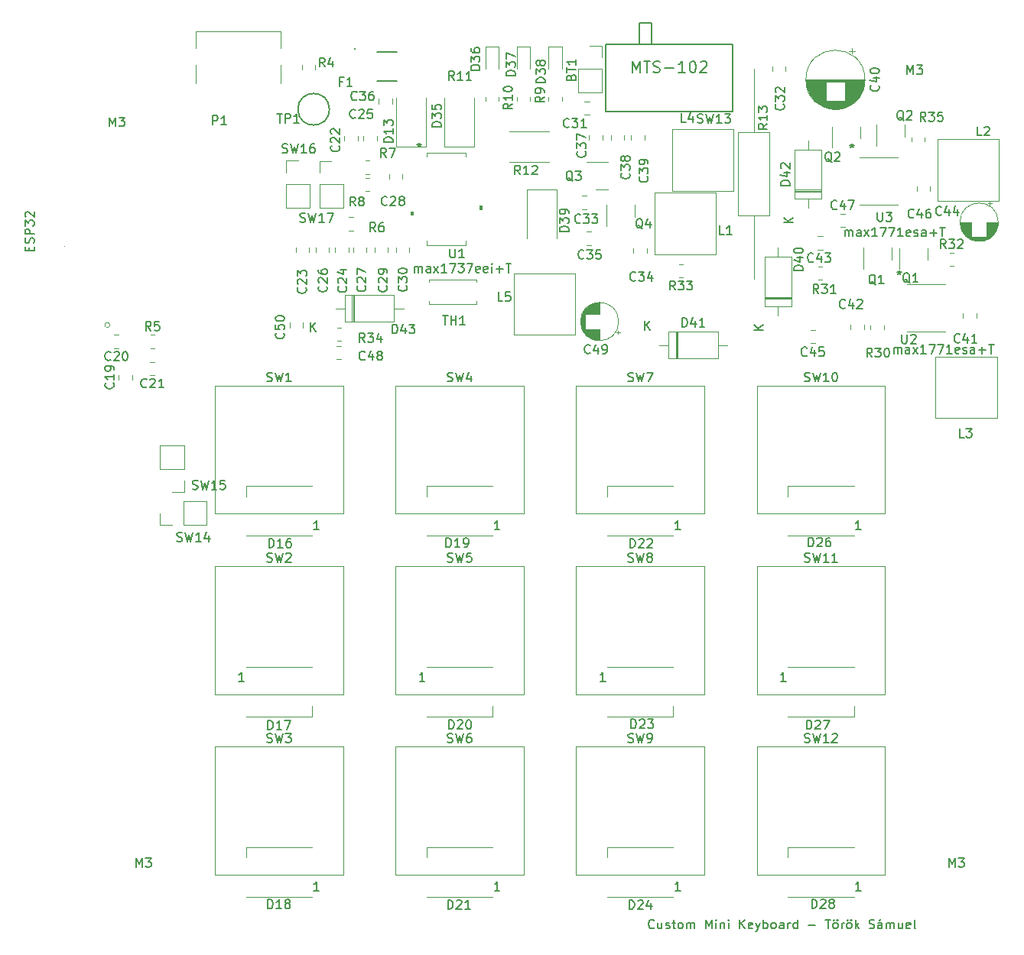
<source format=gbr>
%TF.GenerationSoftware,KiCad,Pcbnew,(6.0.0)*%
%TF.CreationDate,2022-04-21T22:47:23+02:00*%
%TF.ProjectId,keyboard_v1.0,6b657962-6f61-4726-945f-76312e302e6b,rev?*%
%TF.SameCoordinates,Original*%
%TF.FileFunction,Legend,Top*%
%TF.FilePolarity,Positive*%
%FSLAX46Y46*%
G04 Gerber Fmt 4.6, Leading zero omitted, Abs format (unit mm)*
G04 Created by KiCad (PCBNEW (6.0.0)) date 2022-04-21 22:47:23*
%MOMM*%
%LPD*%
G01*
G04 APERTURE LIST*
%ADD10C,0.150000*%
%ADD11C,0.120000*%
%ADD12C,0.100000*%
%ADD13C,0.127000*%
G04 APERTURE END LIST*
D10*
X101537142Y-127975142D02*
X101489523Y-128022761D01*
X101346666Y-128070380D01*
X101251428Y-128070380D01*
X101108571Y-128022761D01*
X101013333Y-127927523D01*
X100965714Y-127832285D01*
X100918095Y-127641809D01*
X100918095Y-127498952D01*
X100965714Y-127308476D01*
X101013333Y-127213238D01*
X101108571Y-127118000D01*
X101251428Y-127070380D01*
X101346666Y-127070380D01*
X101489523Y-127118000D01*
X101537142Y-127165619D01*
X102394285Y-127403714D02*
X102394285Y-128070380D01*
X101965714Y-127403714D02*
X101965714Y-127927523D01*
X102013333Y-128022761D01*
X102108571Y-128070380D01*
X102251428Y-128070380D01*
X102346666Y-128022761D01*
X102394285Y-127975142D01*
X102822857Y-128022761D02*
X102918095Y-128070380D01*
X103108571Y-128070380D01*
X103203809Y-128022761D01*
X103251428Y-127927523D01*
X103251428Y-127879904D01*
X103203809Y-127784666D01*
X103108571Y-127737047D01*
X102965714Y-127737047D01*
X102870476Y-127689428D01*
X102822857Y-127594190D01*
X102822857Y-127546571D01*
X102870476Y-127451333D01*
X102965714Y-127403714D01*
X103108571Y-127403714D01*
X103203809Y-127451333D01*
X103537142Y-127403714D02*
X103918095Y-127403714D01*
X103680000Y-127070380D02*
X103680000Y-127927523D01*
X103727619Y-128022761D01*
X103822857Y-128070380D01*
X103918095Y-128070380D01*
X104394285Y-128070380D02*
X104299047Y-128022761D01*
X104251428Y-127975142D01*
X104203809Y-127879904D01*
X104203809Y-127594190D01*
X104251428Y-127498952D01*
X104299047Y-127451333D01*
X104394285Y-127403714D01*
X104537142Y-127403714D01*
X104632380Y-127451333D01*
X104680000Y-127498952D01*
X104727619Y-127594190D01*
X104727619Y-127879904D01*
X104680000Y-127975142D01*
X104632380Y-128022761D01*
X104537142Y-128070380D01*
X104394285Y-128070380D01*
X105156190Y-128070380D02*
X105156190Y-127403714D01*
X105156190Y-127498952D02*
X105203809Y-127451333D01*
X105299047Y-127403714D01*
X105441904Y-127403714D01*
X105537142Y-127451333D01*
X105584761Y-127546571D01*
X105584761Y-128070380D01*
X105584761Y-127546571D02*
X105632380Y-127451333D01*
X105727619Y-127403714D01*
X105870476Y-127403714D01*
X105965714Y-127451333D01*
X106013333Y-127546571D01*
X106013333Y-128070380D01*
X107251428Y-128070380D02*
X107251428Y-127070380D01*
X107584761Y-127784666D01*
X107918095Y-127070380D01*
X107918095Y-128070380D01*
X108394285Y-128070380D02*
X108394285Y-127403714D01*
X108394285Y-127070380D02*
X108346666Y-127118000D01*
X108394285Y-127165619D01*
X108441904Y-127118000D01*
X108394285Y-127070380D01*
X108394285Y-127165619D01*
X108870476Y-127403714D02*
X108870476Y-128070380D01*
X108870476Y-127498952D02*
X108918095Y-127451333D01*
X109013333Y-127403714D01*
X109156190Y-127403714D01*
X109251428Y-127451333D01*
X109299047Y-127546571D01*
X109299047Y-128070380D01*
X109775238Y-128070380D02*
X109775238Y-127403714D01*
X109775238Y-127070380D02*
X109727619Y-127118000D01*
X109775238Y-127165619D01*
X109822857Y-127118000D01*
X109775238Y-127070380D01*
X109775238Y-127165619D01*
X111013333Y-128070380D02*
X111013333Y-127070380D01*
X111584761Y-128070380D02*
X111156190Y-127498952D01*
X111584761Y-127070380D02*
X111013333Y-127641809D01*
X112394285Y-128022761D02*
X112299047Y-128070380D01*
X112108571Y-128070380D01*
X112013333Y-128022761D01*
X111965714Y-127927523D01*
X111965714Y-127546571D01*
X112013333Y-127451333D01*
X112108571Y-127403714D01*
X112299047Y-127403714D01*
X112394285Y-127451333D01*
X112441904Y-127546571D01*
X112441904Y-127641809D01*
X111965714Y-127737047D01*
X112775238Y-127403714D02*
X113013333Y-128070380D01*
X113251428Y-127403714D02*
X113013333Y-128070380D01*
X112918095Y-128308476D01*
X112870476Y-128356095D01*
X112775238Y-128403714D01*
X113632380Y-128070380D02*
X113632380Y-127070380D01*
X113632380Y-127451333D02*
X113727619Y-127403714D01*
X113918095Y-127403714D01*
X114013333Y-127451333D01*
X114060952Y-127498952D01*
X114108571Y-127594190D01*
X114108571Y-127879904D01*
X114060952Y-127975142D01*
X114013333Y-128022761D01*
X113918095Y-128070380D01*
X113727619Y-128070380D01*
X113632380Y-128022761D01*
X114680000Y-128070380D02*
X114584761Y-128022761D01*
X114537142Y-127975142D01*
X114489523Y-127879904D01*
X114489523Y-127594190D01*
X114537142Y-127498952D01*
X114584761Y-127451333D01*
X114680000Y-127403714D01*
X114822857Y-127403714D01*
X114918095Y-127451333D01*
X114965714Y-127498952D01*
X115013333Y-127594190D01*
X115013333Y-127879904D01*
X114965714Y-127975142D01*
X114918095Y-128022761D01*
X114822857Y-128070380D01*
X114680000Y-128070380D01*
X115870476Y-128070380D02*
X115870476Y-127546571D01*
X115822857Y-127451333D01*
X115727619Y-127403714D01*
X115537142Y-127403714D01*
X115441904Y-127451333D01*
X115870476Y-128022761D02*
X115775238Y-128070380D01*
X115537142Y-128070380D01*
X115441904Y-128022761D01*
X115394285Y-127927523D01*
X115394285Y-127832285D01*
X115441904Y-127737047D01*
X115537142Y-127689428D01*
X115775238Y-127689428D01*
X115870476Y-127641809D01*
X116346666Y-128070380D02*
X116346666Y-127403714D01*
X116346666Y-127594190D02*
X116394285Y-127498952D01*
X116441904Y-127451333D01*
X116537142Y-127403714D01*
X116632380Y-127403714D01*
X117394285Y-128070380D02*
X117394285Y-127070380D01*
X117394285Y-128022761D02*
X117299047Y-128070380D01*
X117108571Y-128070380D01*
X117013333Y-128022761D01*
X116965714Y-127975142D01*
X116918095Y-127879904D01*
X116918095Y-127594190D01*
X116965714Y-127498952D01*
X117013333Y-127451333D01*
X117108571Y-127403714D01*
X117299047Y-127403714D01*
X117394285Y-127451333D01*
X118632380Y-127689428D02*
X119394285Y-127689428D01*
X120489523Y-127070380D02*
X121060952Y-127070380D01*
X120775238Y-128070380D02*
X120775238Y-127070380D01*
X121537142Y-128070380D02*
X121441904Y-128022761D01*
X121394285Y-127975142D01*
X121346666Y-127879904D01*
X121346666Y-127594190D01*
X121394285Y-127498952D01*
X121441904Y-127451333D01*
X121537142Y-127403714D01*
X121679999Y-127403714D01*
X121775238Y-127451333D01*
X121822857Y-127498952D01*
X121870476Y-127594190D01*
X121870476Y-127879904D01*
X121822857Y-127975142D01*
X121775238Y-128022761D01*
X121679999Y-128070380D01*
X121537142Y-128070380D01*
X121441904Y-127070380D02*
X121489523Y-127118000D01*
X121441904Y-127165619D01*
X121394285Y-127118000D01*
X121441904Y-127070380D01*
X121441904Y-127165619D01*
X121822857Y-127070380D02*
X121870476Y-127118000D01*
X121822857Y-127165619D01*
X121775238Y-127118000D01*
X121822857Y-127070380D01*
X121822857Y-127165619D01*
X122299047Y-128070380D02*
X122299047Y-127403714D01*
X122299047Y-127594190D02*
X122346666Y-127498952D01*
X122394285Y-127451333D01*
X122489523Y-127403714D01*
X122584761Y-127403714D01*
X123060952Y-128070380D02*
X122965714Y-128022761D01*
X122918095Y-127975142D01*
X122870476Y-127879904D01*
X122870476Y-127594190D01*
X122918095Y-127498952D01*
X122965714Y-127451333D01*
X123060952Y-127403714D01*
X123203809Y-127403714D01*
X123299047Y-127451333D01*
X123346666Y-127498952D01*
X123394285Y-127594190D01*
X123394285Y-127879904D01*
X123346666Y-127975142D01*
X123299047Y-128022761D01*
X123203809Y-128070380D01*
X123060952Y-128070380D01*
X122965714Y-127070380D02*
X123013333Y-127118000D01*
X122965714Y-127165619D01*
X122918095Y-127118000D01*
X122965714Y-127070380D01*
X122965714Y-127165619D01*
X123346666Y-127070380D02*
X123394285Y-127118000D01*
X123346666Y-127165619D01*
X123299047Y-127118000D01*
X123346666Y-127070380D01*
X123346666Y-127165619D01*
X123822857Y-128070380D02*
X123822857Y-127070380D01*
X123918095Y-127689428D02*
X124203809Y-128070380D01*
X124203809Y-127403714D02*
X123822857Y-127784666D01*
X125346666Y-128022761D02*
X125489523Y-128070380D01*
X125727619Y-128070380D01*
X125822857Y-128022761D01*
X125870476Y-127975142D01*
X125918095Y-127879904D01*
X125918095Y-127784666D01*
X125870476Y-127689428D01*
X125822857Y-127641809D01*
X125727619Y-127594190D01*
X125537142Y-127546571D01*
X125441904Y-127498952D01*
X125394285Y-127451333D01*
X125346666Y-127356095D01*
X125346666Y-127260857D01*
X125394285Y-127165619D01*
X125441904Y-127118000D01*
X125537142Y-127070380D01*
X125775238Y-127070380D01*
X125918095Y-127118000D01*
X126775238Y-128070380D02*
X126775238Y-127546571D01*
X126727619Y-127451333D01*
X126632380Y-127403714D01*
X126441904Y-127403714D01*
X126346666Y-127451333D01*
X126775238Y-128022761D02*
X126679999Y-128070380D01*
X126441904Y-128070380D01*
X126346666Y-128022761D01*
X126299047Y-127927523D01*
X126299047Y-127832285D01*
X126346666Y-127737047D01*
X126441904Y-127689428D01*
X126679999Y-127689428D01*
X126775238Y-127641809D01*
X126632380Y-127022761D02*
X126489523Y-127165619D01*
X127251428Y-128070380D02*
X127251428Y-127403714D01*
X127251428Y-127498952D02*
X127299047Y-127451333D01*
X127394285Y-127403714D01*
X127537142Y-127403714D01*
X127632380Y-127451333D01*
X127679999Y-127546571D01*
X127679999Y-128070380D01*
X127679999Y-127546571D02*
X127727619Y-127451333D01*
X127822857Y-127403714D01*
X127965714Y-127403714D01*
X128060952Y-127451333D01*
X128108571Y-127546571D01*
X128108571Y-128070380D01*
X129013333Y-127403714D02*
X129013333Y-128070380D01*
X128584761Y-127403714D02*
X128584761Y-127927523D01*
X128632380Y-128022761D01*
X128727619Y-128070380D01*
X128870476Y-128070380D01*
X128965714Y-128022761D01*
X129013333Y-127975142D01*
X129870476Y-128022761D02*
X129775238Y-128070380D01*
X129584761Y-128070380D01*
X129489523Y-128022761D01*
X129441904Y-127927523D01*
X129441904Y-127546571D01*
X129489523Y-127451333D01*
X129584761Y-127403714D01*
X129775238Y-127403714D01*
X129870476Y-127451333D01*
X129918095Y-127546571D01*
X129918095Y-127641809D01*
X129441904Y-127737047D01*
X130489523Y-128070380D02*
X130394285Y-128022761D01*
X130346666Y-127927523D01*
X130346666Y-127070380D01*
%TO.C,SW17*%
X62348476Y-49733761D02*
X62491333Y-49781380D01*
X62729428Y-49781380D01*
X62824666Y-49733761D01*
X62872285Y-49686142D01*
X62919904Y-49590904D01*
X62919904Y-49495666D01*
X62872285Y-49400428D01*
X62824666Y-49352809D01*
X62729428Y-49305190D01*
X62538952Y-49257571D01*
X62443714Y-49209952D01*
X62396095Y-49162333D01*
X62348476Y-49067095D01*
X62348476Y-48971857D01*
X62396095Y-48876619D01*
X62443714Y-48829000D01*
X62538952Y-48781380D01*
X62777047Y-48781380D01*
X62919904Y-48829000D01*
X63253238Y-48781380D02*
X63491333Y-49781380D01*
X63681809Y-49067095D01*
X63872285Y-49781380D01*
X64110380Y-48781380D01*
X65015142Y-49781380D02*
X64443714Y-49781380D01*
X64729428Y-49781380D02*
X64729428Y-48781380D01*
X64634190Y-48924238D01*
X64538952Y-49019476D01*
X64443714Y-49067095D01*
X65348476Y-48781380D02*
X66015142Y-48781380D01*
X65586571Y-49781380D01*
%TO.C,SW16*%
X60363476Y-42061761D02*
X60506333Y-42109380D01*
X60744428Y-42109380D01*
X60839666Y-42061761D01*
X60887285Y-42014142D01*
X60934904Y-41918904D01*
X60934904Y-41823666D01*
X60887285Y-41728428D01*
X60839666Y-41680809D01*
X60744428Y-41633190D01*
X60553952Y-41585571D01*
X60458714Y-41537952D01*
X60411095Y-41490333D01*
X60363476Y-41395095D01*
X60363476Y-41299857D01*
X60411095Y-41204619D01*
X60458714Y-41157000D01*
X60553952Y-41109380D01*
X60792047Y-41109380D01*
X60934904Y-41157000D01*
X61268238Y-41109380D02*
X61506333Y-42109380D01*
X61696809Y-41395095D01*
X61887285Y-42109380D01*
X62125380Y-41109380D01*
X63030142Y-42109380D02*
X62458714Y-42109380D01*
X62744428Y-42109380D02*
X62744428Y-41109380D01*
X62649190Y-41252238D01*
X62553952Y-41347476D01*
X62458714Y-41395095D01*
X63887285Y-41109380D02*
X63696809Y-41109380D01*
X63601571Y-41157000D01*
X63553952Y-41204619D01*
X63458714Y-41347476D01*
X63411095Y-41537952D01*
X63411095Y-41918904D01*
X63458714Y-42014142D01*
X63506333Y-42061761D01*
X63601571Y-42109380D01*
X63792047Y-42109380D01*
X63887285Y-42061761D01*
X63934904Y-42014142D01*
X63982523Y-41918904D01*
X63982523Y-41680809D01*
X63934904Y-41585571D01*
X63887285Y-41537952D01*
X63792047Y-41490333D01*
X63601571Y-41490333D01*
X63506333Y-41537952D01*
X63458714Y-41585571D01*
X63411095Y-41680809D01*
%TO.C,SW15*%
X50439476Y-79356761D02*
X50582333Y-79404380D01*
X50820428Y-79404380D01*
X50915666Y-79356761D01*
X50963285Y-79309142D01*
X51010904Y-79213904D01*
X51010904Y-79118666D01*
X50963285Y-79023428D01*
X50915666Y-78975809D01*
X50820428Y-78928190D01*
X50629952Y-78880571D01*
X50534714Y-78832952D01*
X50487095Y-78785333D01*
X50439476Y-78690095D01*
X50439476Y-78594857D01*
X50487095Y-78499619D01*
X50534714Y-78452000D01*
X50629952Y-78404380D01*
X50868047Y-78404380D01*
X51010904Y-78452000D01*
X51344238Y-78404380D02*
X51582333Y-79404380D01*
X51772809Y-78690095D01*
X51963285Y-79404380D01*
X52201380Y-78404380D01*
X53106142Y-79404380D02*
X52534714Y-79404380D01*
X52820428Y-79404380D02*
X52820428Y-78404380D01*
X52725190Y-78547238D01*
X52629952Y-78642476D01*
X52534714Y-78690095D01*
X54010904Y-78404380D02*
X53534714Y-78404380D01*
X53487095Y-78880571D01*
X53534714Y-78832952D01*
X53629952Y-78785333D01*
X53868047Y-78785333D01*
X53963285Y-78832952D01*
X54010904Y-78880571D01*
X54058523Y-78975809D01*
X54058523Y-79213904D01*
X54010904Y-79309142D01*
X53963285Y-79356761D01*
X53868047Y-79404380D01*
X53629952Y-79404380D01*
X53534714Y-79356761D01*
X53487095Y-79309142D01*
%TO.C,SW14*%
X48714476Y-85122761D02*
X48857333Y-85170380D01*
X49095428Y-85170380D01*
X49190666Y-85122761D01*
X49238285Y-85075142D01*
X49285904Y-84979904D01*
X49285904Y-84884666D01*
X49238285Y-84789428D01*
X49190666Y-84741809D01*
X49095428Y-84694190D01*
X48904952Y-84646571D01*
X48809714Y-84598952D01*
X48762095Y-84551333D01*
X48714476Y-84456095D01*
X48714476Y-84360857D01*
X48762095Y-84265619D01*
X48809714Y-84218000D01*
X48904952Y-84170380D01*
X49143047Y-84170380D01*
X49285904Y-84218000D01*
X49619238Y-84170380D02*
X49857333Y-85170380D01*
X50047809Y-84456095D01*
X50238285Y-85170380D01*
X50476380Y-84170380D01*
X51381142Y-85170380D02*
X50809714Y-85170380D01*
X51095428Y-85170380D02*
X51095428Y-84170380D01*
X51000190Y-84313238D01*
X50904952Y-84408476D01*
X50809714Y-84456095D01*
X52238285Y-84503714D02*
X52238285Y-85170380D01*
X52000190Y-84122761D02*
X51762095Y-84837047D01*
X52381142Y-84837047D01*
%TO.C,C38*%
X98760142Y-44353857D02*
X98807761Y-44401476D01*
X98855380Y-44544333D01*
X98855380Y-44639571D01*
X98807761Y-44782428D01*
X98712523Y-44877666D01*
X98617285Y-44925285D01*
X98426809Y-44972904D01*
X98283952Y-44972904D01*
X98093476Y-44925285D01*
X97998238Y-44877666D01*
X97903000Y-44782428D01*
X97855380Y-44639571D01*
X97855380Y-44544333D01*
X97903000Y-44401476D01*
X97950619Y-44353857D01*
X97855380Y-44020523D02*
X97855380Y-43401476D01*
X98236333Y-43734809D01*
X98236333Y-43591952D01*
X98283952Y-43496714D01*
X98331571Y-43449095D01*
X98426809Y-43401476D01*
X98664904Y-43401476D01*
X98760142Y-43449095D01*
X98807761Y-43496714D01*
X98855380Y-43591952D01*
X98855380Y-43877666D01*
X98807761Y-43972904D01*
X98760142Y-44020523D01*
X98283952Y-42830047D02*
X98236333Y-42925285D01*
X98188714Y-42972904D01*
X98093476Y-43020523D01*
X98045857Y-43020523D01*
X97950619Y-42972904D01*
X97903000Y-42925285D01*
X97855380Y-42830047D01*
X97855380Y-42639571D01*
X97903000Y-42544333D01*
X97950619Y-42496714D01*
X98045857Y-42449095D01*
X98093476Y-42449095D01*
X98188714Y-42496714D01*
X98236333Y-42544333D01*
X98283952Y-42639571D01*
X98283952Y-42830047D01*
X98331571Y-42925285D01*
X98379190Y-42972904D01*
X98474428Y-43020523D01*
X98664904Y-43020523D01*
X98760142Y-42972904D01*
X98807761Y-42925285D01*
X98855380Y-42830047D01*
X98855380Y-42639571D01*
X98807761Y-42544333D01*
X98760142Y-42496714D01*
X98664904Y-42449095D01*
X98474428Y-42449095D01*
X98379190Y-42496714D01*
X98331571Y-42544333D01*
X98283952Y-42639571D01*
%TO.C,D24*%
X98783714Y-125930380D02*
X98783714Y-124930380D01*
X99021809Y-124930380D01*
X99164666Y-124978000D01*
X99259904Y-125073238D01*
X99307523Y-125168476D01*
X99355142Y-125358952D01*
X99355142Y-125501809D01*
X99307523Y-125692285D01*
X99259904Y-125787523D01*
X99164666Y-125882761D01*
X99021809Y-125930380D01*
X98783714Y-125930380D01*
X99736095Y-125025619D02*
X99783714Y-124978000D01*
X99878952Y-124930380D01*
X100117047Y-124930380D01*
X100212285Y-124978000D01*
X100259904Y-125025619D01*
X100307523Y-125120857D01*
X100307523Y-125216095D01*
X100259904Y-125358952D01*
X99688476Y-125930380D01*
X100307523Y-125930380D01*
X101164666Y-125263714D02*
X101164666Y-125930380D01*
X100926571Y-124882761D02*
X100688476Y-125597047D01*
X101307523Y-125597047D01*
X104435714Y-123852380D02*
X103864285Y-123852380D01*
X104150000Y-123852380D02*
X104150000Y-122852380D01*
X104054761Y-122995238D01*
X103959523Y-123090476D01*
X103864285Y-123138095D01*
%TO.C,SW3*%
X58666666Y-107404761D02*
X58809523Y-107452380D01*
X59047619Y-107452380D01*
X59142857Y-107404761D01*
X59190476Y-107357142D01*
X59238095Y-107261904D01*
X59238095Y-107166666D01*
X59190476Y-107071428D01*
X59142857Y-107023809D01*
X59047619Y-106976190D01*
X58857142Y-106928571D01*
X58761904Y-106880952D01*
X58714285Y-106833333D01*
X58666666Y-106738095D01*
X58666666Y-106642857D01*
X58714285Y-106547619D01*
X58761904Y-106500000D01*
X58857142Y-106452380D01*
X59095238Y-106452380D01*
X59238095Y-106500000D01*
X59571428Y-106452380D02*
X59809523Y-107452380D01*
X60000000Y-106738095D01*
X60190476Y-107452380D01*
X60428571Y-106452380D01*
X60714285Y-106452380D02*
X61333333Y-106452380D01*
X61000000Y-106833333D01*
X61142857Y-106833333D01*
X61238095Y-106880952D01*
X61285714Y-106928571D01*
X61333333Y-107023809D01*
X61333333Y-107261904D01*
X61285714Y-107357142D01*
X61238095Y-107404761D01*
X61142857Y-107452380D01*
X60857142Y-107452380D01*
X60761904Y-107404761D01*
X60714285Y-107357142D01*
%TO.C,C37*%
X93883142Y-41963857D02*
X93930761Y-42011476D01*
X93978380Y-42154333D01*
X93978380Y-42249571D01*
X93930761Y-42392428D01*
X93835523Y-42487666D01*
X93740285Y-42535285D01*
X93549809Y-42582904D01*
X93406952Y-42582904D01*
X93216476Y-42535285D01*
X93121238Y-42487666D01*
X93026000Y-42392428D01*
X92978380Y-42249571D01*
X92978380Y-42154333D01*
X93026000Y-42011476D01*
X93073619Y-41963857D01*
X92978380Y-41630523D02*
X92978380Y-41011476D01*
X93359333Y-41344809D01*
X93359333Y-41201952D01*
X93406952Y-41106714D01*
X93454571Y-41059095D01*
X93549809Y-41011476D01*
X93787904Y-41011476D01*
X93883142Y-41059095D01*
X93930761Y-41106714D01*
X93978380Y-41201952D01*
X93978380Y-41487666D01*
X93930761Y-41582904D01*
X93883142Y-41630523D01*
X92978380Y-40678142D02*
X92978380Y-40011476D01*
X93978380Y-40440047D01*
%TO.C,R6*%
X70677333Y-50831380D02*
X70344000Y-50355190D01*
X70105904Y-50831380D02*
X70105904Y-49831380D01*
X70486857Y-49831380D01*
X70582095Y-49879000D01*
X70629714Y-49926619D01*
X70677333Y-50021857D01*
X70677333Y-50164714D01*
X70629714Y-50259952D01*
X70582095Y-50307571D01*
X70486857Y-50355190D01*
X70105904Y-50355190D01*
X71534476Y-49831380D02*
X71344000Y-49831380D01*
X71248761Y-49879000D01*
X71201142Y-49926619D01*
X71105904Y-50069476D01*
X71058285Y-50259952D01*
X71058285Y-50640904D01*
X71105904Y-50736142D01*
X71153523Y-50783761D01*
X71248761Y-50831380D01*
X71439238Y-50831380D01*
X71534476Y-50783761D01*
X71582095Y-50736142D01*
X71629714Y-50640904D01*
X71629714Y-50402809D01*
X71582095Y-50307571D01*
X71534476Y-50259952D01*
X71439238Y-50212333D01*
X71248761Y-50212333D01*
X71153523Y-50259952D01*
X71105904Y-50307571D01*
X71058285Y-50402809D01*
%TO.C,C22*%
X66631142Y-41326857D02*
X66678761Y-41374476D01*
X66726380Y-41517333D01*
X66726380Y-41612571D01*
X66678761Y-41755428D01*
X66583523Y-41850666D01*
X66488285Y-41898285D01*
X66297809Y-41945904D01*
X66154952Y-41945904D01*
X65964476Y-41898285D01*
X65869238Y-41850666D01*
X65774000Y-41755428D01*
X65726380Y-41612571D01*
X65726380Y-41517333D01*
X65774000Y-41374476D01*
X65821619Y-41326857D01*
X65821619Y-40945904D02*
X65774000Y-40898285D01*
X65726380Y-40803047D01*
X65726380Y-40564952D01*
X65774000Y-40469714D01*
X65821619Y-40422095D01*
X65916857Y-40374476D01*
X66012095Y-40374476D01*
X66154952Y-40422095D01*
X66726380Y-40993523D01*
X66726380Y-40374476D01*
X65821619Y-39993523D02*
X65774000Y-39945904D01*
X65726380Y-39850666D01*
X65726380Y-39612571D01*
X65774000Y-39517333D01*
X65821619Y-39469714D01*
X65916857Y-39422095D01*
X66012095Y-39422095D01*
X66154952Y-39469714D01*
X66726380Y-40041142D01*
X66726380Y-39422095D01*
%TO.C,SW13*%
X106358976Y-38744761D02*
X106501833Y-38792380D01*
X106739928Y-38792380D01*
X106835166Y-38744761D01*
X106882785Y-38697142D01*
X106930404Y-38601904D01*
X106930404Y-38506666D01*
X106882785Y-38411428D01*
X106835166Y-38363809D01*
X106739928Y-38316190D01*
X106549452Y-38268571D01*
X106454214Y-38220952D01*
X106406595Y-38173333D01*
X106358976Y-38078095D01*
X106358976Y-37982857D01*
X106406595Y-37887619D01*
X106454214Y-37840000D01*
X106549452Y-37792380D01*
X106787547Y-37792380D01*
X106930404Y-37840000D01*
X107263738Y-37792380D02*
X107501833Y-38792380D01*
X107692309Y-38078095D01*
X107882785Y-38792380D01*
X108120880Y-37792380D01*
X109025642Y-38792380D02*
X108454214Y-38792380D01*
X108739928Y-38792380D02*
X108739928Y-37792380D01*
X108644690Y-37935238D01*
X108549452Y-38030476D01*
X108454214Y-38078095D01*
X109358976Y-37792380D02*
X109978023Y-37792380D01*
X109644690Y-38173333D01*
X109787547Y-38173333D01*
X109882785Y-38220952D01*
X109930404Y-38268571D01*
X109978023Y-38363809D01*
X109978023Y-38601904D01*
X109930404Y-38697142D01*
X109882785Y-38744761D01*
X109787547Y-38792380D01*
X109501833Y-38792380D01*
X109406595Y-38744761D01*
X109358976Y-38697142D01*
X99103619Y-33214523D02*
X99103619Y-31944523D01*
X99526952Y-32851666D01*
X99950285Y-31944523D01*
X99950285Y-33214523D01*
X100373619Y-31944523D02*
X101099333Y-31944523D01*
X100736476Y-33214523D02*
X100736476Y-31944523D01*
X101462190Y-33154047D02*
X101643619Y-33214523D01*
X101946000Y-33214523D01*
X102066952Y-33154047D01*
X102127428Y-33093571D01*
X102187904Y-32972619D01*
X102187904Y-32851666D01*
X102127428Y-32730714D01*
X102066952Y-32670238D01*
X101946000Y-32609761D01*
X101704095Y-32549285D01*
X101583142Y-32488809D01*
X101522666Y-32428333D01*
X101462190Y-32307380D01*
X101462190Y-32186428D01*
X101522666Y-32065476D01*
X101583142Y-32005000D01*
X101704095Y-31944523D01*
X102006476Y-31944523D01*
X102187904Y-32005000D01*
X102732190Y-32730714D02*
X103699809Y-32730714D01*
X104969809Y-33214523D02*
X104244095Y-33214523D01*
X104606952Y-33214523D02*
X104606952Y-31944523D01*
X104486000Y-32125952D01*
X104365047Y-32246904D01*
X104244095Y-32307380D01*
X105756000Y-31944523D02*
X105876952Y-31944523D01*
X105997904Y-32005000D01*
X106058380Y-32065476D01*
X106118857Y-32186428D01*
X106179333Y-32428333D01*
X106179333Y-32730714D01*
X106118857Y-32972619D01*
X106058380Y-33093571D01*
X105997904Y-33154047D01*
X105876952Y-33214523D01*
X105756000Y-33214523D01*
X105635047Y-33154047D01*
X105574571Y-33093571D01*
X105514095Y-32972619D01*
X105453619Y-32730714D01*
X105453619Y-32428333D01*
X105514095Y-32186428D01*
X105574571Y-32065476D01*
X105635047Y-32005000D01*
X105756000Y-31944523D01*
X106663142Y-32065476D02*
X106723619Y-32005000D01*
X106844571Y-31944523D01*
X107146952Y-31944523D01*
X107267904Y-32005000D01*
X107328380Y-32065476D01*
X107388857Y-32186428D01*
X107388857Y-32307380D01*
X107328380Y-32488809D01*
X106602666Y-33214523D01*
X107388857Y-33214523D01*
%TO.C,C41*%
X135371142Y-63058142D02*
X135323523Y-63105761D01*
X135180666Y-63153380D01*
X135085428Y-63153380D01*
X134942571Y-63105761D01*
X134847333Y-63010523D01*
X134799714Y-62915285D01*
X134752095Y-62724809D01*
X134752095Y-62581952D01*
X134799714Y-62391476D01*
X134847333Y-62296238D01*
X134942571Y-62201000D01*
X135085428Y-62153380D01*
X135180666Y-62153380D01*
X135323523Y-62201000D01*
X135371142Y-62248619D01*
X136228285Y-62486714D02*
X136228285Y-63153380D01*
X135990190Y-62105761D02*
X135752095Y-62820047D01*
X136371142Y-62820047D01*
X137275904Y-63153380D02*
X136704476Y-63153380D01*
X136990190Y-63153380D02*
X136990190Y-62153380D01*
X136894952Y-62296238D01*
X136799714Y-62391476D01*
X136704476Y-62439095D01*
%TO.C,C33*%
X93370142Y-49809142D02*
X93322523Y-49856761D01*
X93179666Y-49904380D01*
X93084428Y-49904380D01*
X92941571Y-49856761D01*
X92846333Y-49761523D01*
X92798714Y-49666285D01*
X92751095Y-49475809D01*
X92751095Y-49332952D01*
X92798714Y-49142476D01*
X92846333Y-49047238D01*
X92941571Y-48952000D01*
X93084428Y-48904380D01*
X93179666Y-48904380D01*
X93322523Y-48952000D01*
X93370142Y-48999619D01*
X93703476Y-48904380D02*
X94322523Y-48904380D01*
X93989190Y-49285333D01*
X94132047Y-49285333D01*
X94227285Y-49332952D01*
X94274904Y-49380571D01*
X94322523Y-49475809D01*
X94322523Y-49713904D01*
X94274904Y-49809142D01*
X94227285Y-49856761D01*
X94132047Y-49904380D01*
X93846333Y-49904380D01*
X93751095Y-49856761D01*
X93703476Y-49809142D01*
X94655857Y-48904380D02*
X95274904Y-48904380D01*
X94941571Y-49285333D01*
X95084428Y-49285333D01*
X95179666Y-49332952D01*
X95227285Y-49380571D01*
X95274904Y-49475809D01*
X95274904Y-49713904D01*
X95227285Y-49809142D01*
X95179666Y-49856761D01*
X95084428Y-49904380D01*
X94798714Y-49904380D01*
X94703476Y-49856761D01*
X94655857Y-49809142D01*
%TO.C,C43*%
X119157142Y-54127142D02*
X119109523Y-54174761D01*
X118966666Y-54222380D01*
X118871428Y-54222380D01*
X118728571Y-54174761D01*
X118633333Y-54079523D01*
X118585714Y-53984285D01*
X118538095Y-53793809D01*
X118538095Y-53650952D01*
X118585714Y-53460476D01*
X118633333Y-53365238D01*
X118728571Y-53270000D01*
X118871428Y-53222380D01*
X118966666Y-53222380D01*
X119109523Y-53270000D01*
X119157142Y-53317619D01*
X120014285Y-53555714D02*
X120014285Y-54222380D01*
X119776190Y-53174761D02*
X119538095Y-53889047D01*
X120157142Y-53889047D01*
X120442857Y-53222380D02*
X121061904Y-53222380D01*
X120728571Y-53603333D01*
X120871428Y-53603333D01*
X120966666Y-53650952D01*
X121014285Y-53698571D01*
X121061904Y-53793809D01*
X121061904Y-54031904D01*
X121014285Y-54127142D01*
X120966666Y-54174761D01*
X120871428Y-54222380D01*
X120585714Y-54222380D01*
X120490476Y-54174761D01*
X120442857Y-54127142D01*
%TO.C,P1*%
X52665904Y-38984380D02*
X52665904Y-37984380D01*
X53046857Y-37984380D01*
X53142095Y-38032000D01*
X53189714Y-38079619D01*
X53237333Y-38174857D01*
X53237333Y-38317714D01*
X53189714Y-38412952D01*
X53142095Y-38460571D01*
X53046857Y-38508190D01*
X52665904Y-38508190D01*
X54189714Y-38984380D02*
X53618285Y-38984380D01*
X53904000Y-38984380D02*
X53904000Y-37984380D01*
X53808761Y-38127238D01*
X53713523Y-38222476D01*
X53618285Y-38270095D01*
%TO.C,L3*%
X135843333Y-73644380D02*
X135367142Y-73644380D01*
X135367142Y-72644380D01*
X136081428Y-72644380D02*
X136700476Y-72644380D01*
X136367142Y-73025333D01*
X136510000Y-73025333D01*
X136605238Y-73072952D01*
X136652857Y-73120571D01*
X136700476Y-73215809D01*
X136700476Y-73453904D01*
X136652857Y-73549142D01*
X136605238Y-73596761D01*
X136510000Y-73644380D01*
X136224285Y-73644380D01*
X136129047Y-73596761D01*
X136081428Y-73549142D01*
%TO.C,D21*%
X78704714Y-125910380D02*
X78704714Y-124910380D01*
X78942809Y-124910380D01*
X79085666Y-124958000D01*
X79180904Y-125053238D01*
X79228523Y-125148476D01*
X79276142Y-125338952D01*
X79276142Y-125481809D01*
X79228523Y-125672285D01*
X79180904Y-125767523D01*
X79085666Y-125862761D01*
X78942809Y-125910380D01*
X78704714Y-125910380D01*
X79657095Y-125005619D02*
X79704714Y-124958000D01*
X79799952Y-124910380D01*
X80038047Y-124910380D01*
X80133285Y-124958000D01*
X80180904Y-125005619D01*
X80228523Y-125100857D01*
X80228523Y-125196095D01*
X80180904Y-125338952D01*
X79609476Y-125910380D01*
X80228523Y-125910380D01*
X81180904Y-125910380D02*
X80609476Y-125910380D01*
X80895190Y-125910380D02*
X80895190Y-124910380D01*
X80799952Y-125053238D01*
X80704714Y-125148476D01*
X80609476Y-125196095D01*
X84435714Y-123852380D02*
X83864285Y-123852380D01*
X84150000Y-123852380D02*
X84150000Y-122852380D01*
X84054761Y-122995238D01*
X83959523Y-123090476D01*
X83864285Y-123138095D01*
%TO.C,D13*%
X72598380Y-40927285D02*
X71598380Y-40927285D01*
X71598380Y-40689190D01*
X71646000Y-40546333D01*
X71741238Y-40451095D01*
X71836476Y-40403476D01*
X72026952Y-40355857D01*
X72169809Y-40355857D01*
X72360285Y-40403476D01*
X72455523Y-40451095D01*
X72550761Y-40546333D01*
X72598380Y-40689190D01*
X72598380Y-40927285D01*
X72598380Y-39403476D02*
X72598380Y-39974904D01*
X72598380Y-39689190D02*
X71598380Y-39689190D01*
X71741238Y-39784428D01*
X71836476Y-39879666D01*
X71884095Y-39974904D01*
X71598380Y-39070142D02*
X71598380Y-38451095D01*
X71979333Y-38784428D01*
X71979333Y-38641571D01*
X72026952Y-38546333D01*
X72074571Y-38498714D01*
X72169809Y-38451095D01*
X72407904Y-38451095D01*
X72503142Y-38498714D01*
X72550761Y-38546333D01*
X72598380Y-38641571D01*
X72598380Y-38927285D01*
X72550761Y-39022523D01*
X72503142Y-39070142D01*
%TO.C,D28*%
X119003714Y-125837380D02*
X119003714Y-124837380D01*
X119241809Y-124837380D01*
X119384666Y-124885000D01*
X119479904Y-124980238D01*
X119527523Y-125075476D01*
X119575142Y-125265952D01*
X119575142Y-125408809D01*
X119527523Y-125599285D01*
X119479904Y-125694523D01*
X119384666Y-125789761D01*
X119241809Y-125837380D01*
X119003714Y-125837380D01*
X119956095Y-124932619D02*
X120003714Y-124885000D01*
X120098952Y-124837380D01*
X120337047Y-124837380D01*
X120432285Y-124885000D01*
X120479904Y-124932619D01*
X120527523Y-125027857D01*
X120527523Y-125123095D01*
X120479904Y-125265952D01*
X119908476Y-125837380D01*
X120527523Y-125837380D01*
X121098952Y-125265952D02*
X121003714Y-125218333D01*
X120956095Y-125170714D01*
X120908476Y-125075476D01*
X120908476Y-125027857D01*
X120956095Y-124932619D01*
X121003714Y-124885000D01*
X121098952Y-124837380D01*
X121289428Y-124837380D01*
X121384666Y-124885000D01*
X121432285Y-124932619D01*
X121479904Y-125027857D01*
X121479904Y-125075476D01*
X121432285Y-125170714D01*
X121384666Y-125218333D01*
X121289428Y-125265952D01*
X121098952Y-125265952D01*
X121003714Y-125313571D01*
X120956095Y-125361190D01*
X120908476Y-125456428D01*
X120908476Y-125646904D01*
X120956095Y-125742142D01*
X121003714Y-125789761D01*
X121098952Y-125837380D01*
X121289428Y-125837380D01*
X121384666Y-125789761D01*
X121432285Y-125742142D01*
X121479904Y-125646904D01*
X121479904Y-125456428D01*
X121432285Y-125361190D01*
X121384666Y-125313571D01*
X121289428Y-125265952D01*
X124435714Y-123852380D02*
X123864285Y-123852380D01*
X124150000Y-123852380D02*
X124150000Y-122852380D01*
X124054761Y-122995238D01*
X123959523Y-123090476D01*
X123864285Y-123138095D01*
%TO.C,R32*%
X133826142Y-52691380D02*
X133492809Y-52215190D01*
X133254714Y-52691380D02*
X133254714Y-51691380D01*
X133635666Y-51691380D01*
X133730904Y-51739000D01*
X133778523Y-51786619D01*
X133826142Y-51881857D01*
X133826142Y-52024714D01*
X133778523Y-52119952D01*
X133730904Y-52167571D01*
X133635666Y-52215190D01*
X133254714Y-52215190D01*
X134159476Y-51691380D02*
X134778523Y-51691380D01*
X134445190Y-52072333D01*
X134588047Y-52072333D01*
X134683285Y-52119952D01*
X134730904Y-52167571D01*
X134778523Y-52262809D01*
X134778523Y-52500904D01*
X134730904Y-52596142D01*
X134683285Y-52643761D01*
X134588047Y-52691380D01*
X134302333Y-52691380D01*
X134207095Y-52643761D01*
X134159476Y-52596142D01*
X135159476Y-51786619D02*
X135207095Y-51739000D01*
X135302333Y-51691380D01*
X135540428Y-51691380D01*
X135635666Y-51739000D01*
X135683285Y-51786619D01*
X135730904Y-51881857D01*
X135730904Y-51977095D01*
X135683285Y-52119952D01*
X135111857Y-52691380D01*
X135730904Y-52691380D01*
%TO.C,Q4*%
X100279761Y-50512619D02*
X100184523Y-50465000D01*
X100089285Y-50369761D01*
X99946428Y-50226904D01*
X99851190Y-50179285D01*
X99755952Y-50179285D01*
X99803571Y-50417380D02*
X99708333Y-50369761D01*
X99613095Y-50274523D01*
X99565476Y-50084047D01*
X99565476Y-49750714D01*
X99613095Y-49560238D01*
X99708333Y-49465000D01*
X99803571Y-49417380D01*
X99994047Y-49417380D01*
X100089285Y-49465000D01*
X100184523Y-49560238D01*
X100232142Y-49750714D01*
X100232142Y-50084047D01*
X100184523Y-50274523D01*
X100089285Y-50369761D01*
X99994047Y-50417380D01*
X99803571Y-50417380D01*
X101089285Y-49750714D02*
X101089285Y-50417380D01*
X100851190Y-49369761D02*
X100613095Y-50084047D01*
X101232142Y-50084047D01*
%TO.C,C46*%
X130294142Y-49236992D02*
X130246523Y-49284611D01*
X130103666Y-49332230D01*
X130008428Y-49332230D01*
X129865571Y-49284611D01*
X129770333Y-49189373D01*
X129722714Y-49094135D01*
X129675095Y-48903659D01*
X129675095Y-48760802D01*
X129722714Y-48570326D01*
X129770333Y-48475088D01*
X129865571Y-48379850D01*
X130008428Y-48332230D01*
X130103666Y-48332230D01*
X130246523Y-48379850D01*
X130294142Y-48427469D01*
X131151285Y-48665564D02*
X131151285Y-49332230D01*
X130913190Y-48284611D02*
X130675095Y-48998897D01*
X131294142Y-48998897D01*
X132103666Y-48332230D02*
X131913190Y-48332230D01*
X131817952Y-48379850D01*
X131770333Y-48427469D01*
X131675095Y-48570326D01*
X131627476Y-48760802D01*
X131627476Y-49141754D01*
X131675095Y-49236992D01*
X131722714Y-49284611D01*
X131817952Y-49332230D01*
X132008428Y-49332230D01*
X132103666Y-49284611D01*
X132151285Y-49236992D01*
X132198904Y-49141754D01*
X132198904Y-48903659D01*
X132151285Y-48808421D01*
X132103666Y-48760802D01*
X132008428Y-48713183D01*
X131817952Y-48713183D01*
X131722714Y-48760802D01*
X131675095Y-48808421D01*
X131627476Y-48903659D01*
%TO.C,R10*%
X85849380Y-36657857D02*
X85373190Y-36991190D01*
X85849380Y-37229285D02*
X84849380Y-37229285D01*
X84849380Y-36848333D01*
X84897000Y-36753095D01*
X84944619Y-36705476D01*
X85039857Y-36657857D01*
X85182714Y-36657857D01*
X85277952Y-36705476D01*
X85325571Y-36753095D01*
X85373190Y-36848333D01*
X85373190Y-37229285D01*
X85849380Y-35705476D02*
X85849380Y-36276904D01*
X85849380Y-35991190D02*
X84849380Y-35991190D01*
X84992238Y-36086428D01*
X85087476Y-36181666D01*
X85135095Y-36276904D01*
X84849380Y-35086428D02*
X84849380Y-34991190D01*
X84897000Y-34895952D01*
X84944619Y-34848333D01*
X85039857Y-34800714D01*
X85230333Y-34753095D01*
X85468428Y-34753095D01*
X85658904Y-34800714D01*
X85754142Y-34848333D01*
X85801761Y-34895952D01*
X85849380Y-34991190D01*
X85849380Y-35086428D01*
X85801761Y-35181666D01*
X85754142Y-35229285D01*
X85658904Y-35276904D01*
X85468428Y-35324523D01*
X85230333Y-35324523D01*
X85039857Y-35276904D01*
X84944619Y-35229285D01*
X84897000Y-35181666D01*
X84849380Y-35086428D01*
%TO.C,C21*%
X45357142Y-68037142D02*
X45309523Y-68084761D01*
X45166666Y-68132380D01*
X45071428Y-68132380D01*
X44928571Y-68084761D01*
X44833333Y-67989523D01*
X44785714Y-67894285D01*
X44738095Y-67703809D01*
X44738095Y-67560952D01*
X44785714Y-67370476D01*
X44833333Y-67275238D01*
X44928571Y-67180000D01*
X45071428Y-67132380D01*
X45166666Y-67132380D01*
X45309523Y-67180000D01*
X45357142Y-67227619D01*
X45738095Y-67227619D02*
X45785714Y-67180000D01*
X45880952Y-67132380D01*
X46119047Y-67132380D01*
X46214285Y-67180000D01*
X46261904Y-67227619D01*
X46309523Y-67322857D01*
X46309523Y-67418095D01*
X46261904Y-67560952D01*
X45690476Y-68132380D01*
X46309523Y-68132380D01*
X47261904Y-68132380D02*
X46690476Y-68132380D01*
X46976190Y-68132380D02*
X46976190Y-67132380D01*
X46880952Y-67275238D01*
X46785714Y-67370476D01*
X46690476Y-67418095D01*
%TO.C,D22*%
X98873714Y-85858380D02*
X98873714Y-84858380D01*
X99111809Y-84858380D01*
X99254666Y-84906000D01*
X99349904Y-85001238D01*
X99397523Y-85096476D01*
X99445142Y-85286952D01*
X99445142Y-85429809D01*
X99397523Y-85620285D01*
X99349904Y-85715523D01*
X99254666Y-85810761D01*
X99111809Y-85858380D01*
X98873714Y-85858380D01*
X99826095Y-84953619D02*
X99873714Y-84906000D01*
X99968952Y-84858380D01*
X100207047Y-84858380D01*
X100302285Y-84906000D01*
X100349904Y-84953619D01*
X100397523Y-85048857D01*
X100397523Y-85144095D01*
X100349904Y-85286952D01*
X99778476Y-85858380D01*
X100397523Y-85858380D01*
X100778476Y-84953619D02*
X100826095Y-84906000D01*
X100921333Y-84858380D01*
X101159428Y-84858380D01*
X101254666Y-84906000D01*
X101302285Y-84953619D01*
X101349904Y-85048857D01*
X101349904Y-85144095D01*
X101302285Y-85286952D01*
X100730857Y-85858380D01*
X101349904Y-85858380D01*
X104435714Y-83852380D02*
X103864285Y-83852380D01*
X104150000Y-83852380D02*
X104150000Y-82852380D01*
X104054761Y-82995238D01*
X103959523Y-83090476D01*
X103864285Y-83138095D01*
%TO.C,SW1*%
X58666666Y-67404761D02*
X58809523Y-67452380D01*
X59047619Y-67452380D01*
X59142857Y-67404761D01*
X59190476Y-67357142D01*
X59238095Y-67261904D01*
X59238095Y-67166666D01*
X59190476Y-67071428D01*
X59142857Y-67023809D01*
X59047619Y-66976190D01*
X58857142Y-66928571D01*
X58761904Y-66880952D01*
X58714285Y-66833333D01*
X58666666Y-66738095D01*
X58666666Y-66642857D01*
X58714285Y-66547619D01*
X58761904Y-66500000D01*
X58857142Y-66452380D01*
X59095238Y-66452380D01*
X59238095Y-66500000D01*
X59571428Y-66452380D02*
X59809523Y-67452380D01*
X60000000Y-66738095D01*
X60190476Y-67452380D01*
X60428571Y-66452380D01*
X61333333Y-67452380D02*
X60761904Y-67452380D01*
X61047619Y-67452380D02*
X61047619Y-66452380D01*
X60952380Y-66595238D01*
X60857142Y-66690476D01*
X60761904Y-66738095D01*
%TO.C,D27*%
X118417714Y-105977380D02*
X118417714Y-104977380D01*
X118655809Y-104977380D01*
X118798666Y-105025000D01*
X118893904Y-105120238D01*
X118941523Y-105215476D01*
X118989142Y-105405952D01*
X118989142Y-105548809D01*
X118941523Y-105739285D01*
X118893904Y-105834523D01*
X118798666Y-105929761D01*
X118655809Y-105977380D01*
X118417714Y-105977380D01*
X119370095Y-105072619D02*
X119417714Y-105025000D01*
X119512952Y-104977380D01*
X119751047Y-104977380D01*
X119846285Y-105025000D01*
X119893904Y-105072619D01*
X119941523Y-105167857D01*
X119941523Y-105263095D01*
X119893904Y-105405952D01*
X119322476Y-105977380D01*
X119941523Y-105977380D01*
X120274857Y-104977380D02*
X120941523Y-104977380D01*
X120512952Y-105977380D01*
X116135714Y-100652380D02*
X115564285Y-100652380D01*
X115850000Y-100652380D02*
X115850000Y-99652380D01*
X115754761Y-99795238D01*
X115659523Y-99890476D01*
X115564285Y-99938095D01*
%TO.C,SW8*%
X98666666Y-87404761D02*
X98809523Y-87452380D01*
X99047619Y-87452380D01*
X99142857Y-87404761D01*
X99190476Y-87357142D01*
X99238095Y-87261904D01*
X99238095Y-87166666D01*
X99190476Y-87071428D01*
X99142857Y-87023809D01*
X99047619Y-86976190D01*
X98857142Y-86928571D01*
X98761904Y-86880952D01*
X98714285Y-86833333D01*
X98666666Y-86738095D01*
X98666666Y-86642857D01*
X98714285Y-86547619D01*
X98761904Y-86500000D01*
X98857142Y-86452380D01*
X99095238Y-86452380D01*
X99238095Y-86500000D01*
X99571428Y-86452380D02*
X99809523Y-87452380D01*
X100000000Y-86738095D01*
X100190476Y-87452380D01*
X100428571Y-86452380D01*
X100952380Y-86880952D02*
X100857142Y-86833333D01*
X100809523Y-86785714D01*
X100761904Y-86690476D01*
X100761904Y-86642857D01*
X100809523Y-86547619D01*
X100857142Y-86500000D01*
X100952380Y-86452380D01*
X101142857Y-86452380D01*
X101238095Y-86500000D01*
X101285714Y-86547619D01*
X101333333Y-86642857D01*
X101333333Y-86690476D01*
X101285714Y-86785714D01*
X101238095Y-86833333D01*
X101142857Y-86880952D01*
X100952380Y-86880952D01*
X100857142Y-86928571D01*
X100809523Y-86976190D01*
X100761904Y-87071428D01*
X100761904Y-87261904D01*
X100809523Y-87357142D01*
X100857142Y-87404761D01*
X100952380Y-87452380D01*
X101142857Y-87452380D01*
X101238095Y-87404761D01*
X101285714Y-87357142D01*
X101333333Y-87261904D01*
X101333333Y-87071428D01*
X101285714Y-86976190D01*
X101238095Y-86928571D01*
X101142857Y-86880952D01*
%TO.C,C39*%
X100762142Y-44738857D02*
X100809761Y-44786476D01*
X100857380Y-44929333D01*
X100857380Y-45024571D01*
X100809761Y-45167428D01*
X100714523Y-45262666D01*
X100619285Y-45310285D01*
X100428809Y-45357904D01*
X100285952Y-45357904D01*
X100095476Y-45310285D01*
X100000238Y-45262666D01*
X99905000Y-45167428D01*
X99857380Y-45024571D01*
X99857380Y-44929333D01*
X99905000Y-44786476D01*
X99952619Y-44738857D01*
X99857380Y-44405523D02*
X99857380Y-43786476D01*
X100238333Y-44119809D01*
X100238333Y-43976952D01*
X100285952Y-43881714D01*
X100333571Y-43834095D01*
X100428809Y-43786476D01*
X100666904Y-43786476D01*
X100762142Y-43834095D01*
X100809761Y-43881714D01*
X100857380Y-43976952D01*
X100857380Y-44262666D01*
X100809761Y-44357904D01*
X100762142Y-44405523D01*
X100857380Y-43310285D02*
X100857380Y-43119809D01*
X100809761Y-43024571D01*
X100762142Y-42976952D01*
X100619285Y-42881714D01*
X100428809Y-42834095D01*
X100047857Y-42834095D01*
X99952619Y-42881714D01*
X99905000Y-42929333D01*
X99857380Y-43024571D01*
X99857380Y-43215047D01*
X99905000Y-43310285D01*
X99952619Y-43357904D01*
X100047857Y-43405523D01*
X100285952Y-43405523D01*
X100381190Y-43357904D01*
X100428809Y-43310285D01*
X100476428Y-43215047D01*
X100476428Y-43024571D01*
X100428809Y-42929333D01*
X100381190Y-42881714D01*
X100285952Y-42834095D01*
%TO.C,C27*%
X69534142Y-56835857D02*
X69581761Y-56883476D01*
X69629380Y-57026333D01*
X69629380Y-57121571D01*
X69581761Y-57264428D01*
X69486523Y-57359666D01*
X69391285Y-57407285D01*
X69200809Y-57454904D01*
X69057952Y-57454904D01*
X68867476Y-57407285D01*
X68772238Y-57359666D01*
X68677000Y-57264428D01*
X68629380Y-57121571D01*
X68629380Y-57026333D01*
X68677000Y-56883476D01*
X68724619Y-56835857D01*
X68724619Y-56454904D02*
X68677000Y-56407285D01*
X68629380Y-56312047D01*
X68629380Y-56073952D01*
X68677000Y-55978714D01*
X68724619Y-55931095D01*
X68819857Y-55883476D01*
X68915095Y-55883476D01*
X69057952Y-55931095D01*
X69629380Y-56502523D01*
X69629380Y-55883476D01*
X68629380Y-55550142D02*
X68629380Y-54883476D01*
X69629380Y-55312047D01*
%TO.C,SW6*%
X78666666Y-107404761D02*
X78809523Y-107452380D01*
X79047619Y-107452380D01*
X79142857Y-107404761D01*
X79190476Y-107357142D01*
X79238095Y-107261904D01*
X79238095Y-107166666D01*
X79190476Y-107071428D01*
X79142857Y-107023809D01*
X79047619Y-106976190D01*
X78857142Y-106928571D01*
X78761904Y-106880952D01*
X78714285Y-106833333D01*
X78666666Y-106738095D01*
X78666666Y-106642857D01*
X78714285Y-106547619D01*
X78761904Y-106500000D01*
X78857142Y-106452380D01*
X79095238Y-106452380D01*
X79238095Y-106500000D01*
X79571428Y-106452380D02*
X79809523Y-107452380D01*
X80000000Y-106738095D01*
X80190476Y-107452380D01*
X80428571Y-106452380D01*
X81238095Y-106452380D02*
X81047619Y-106452380D01*
X80952380Y-106500000D01*
X80904761Y-106547619D01*
X80809523Y-106690476D01*
X80761904Y-106880952D01*
X80761904Y-107261904D01*
X80809523Y-107357142D01*
X80857142Y-107404761D01*
X80952380Y-107452380D01*
X81142857Y-107452380D01*
X81238095Y-107404761D01*
X81285714Y-107357142D01*
X81333333Y-107261904D01*
X81333333Y-107023809D01*
X81285714Y-106928571D01*
X81238095Y-106880952D01*
X81142857Y-106833333D01*
X80952380Y-106833333D01*
X80857142Y-106880952D01*
X80809523Y-106928571D01*
X80761904Y-107023809D01*
%TO.C,C29*%
X71894142Y-56852857D02*
X71941761Y-56900476D01*
X71989380Y-57043333D01*
X71989380Y-57138571D01*
X71941761Y-57281428D01*
X71846523Y-57376666D01*
X71751285Y-57424285D01*
X71560809Y-57471904D01*
X71417952Y-57471904D01*
X71227476Y-57424285D01*
X71132238Y-57376666D01*
X71037000Y-57281428D01*
X70989380Y-57138571D01*
X70989380Y-57043333D01*
X71037000Y-56900476D01*
X71084619Y-56852857D01*
X71084619Y-56471904D02*
X71037000Y-56424285D01*
X70989380Y-56329047D01*
X70989380Y-56090952D01*
X71037000Y-55995714D01*
X71084619Y-55948095D01*
X71179857Y-55900476D01*
X71275095Y-55900476D01*
X71417952Y-55948095D01*
X71989380Y-56519523D01*
X71989380Y-55900476D01*
X71989380Y-55424285D02*
X71989380Y-55233809D01*
X71941761Y-55138571D01*
X71894142Y-55090952D01*
X71751285Y-54995714D01*
X71560809Y-54948095D01*
X71179857Y-54948095D01*
X71084619Y-54995714D01*
X71037000Y-55043333D01*
X70989380Y-55138571D01*
X70989380Y-55329047D01*
X71037000Y-55424285D01*
X71084619Y-55471904D01*
X71179857Y-55519523D01*
X71417952Y-55519523D01*
X71513190Y-55471904D01*
X71560809Y-55424285D01*
X71608428Y-55329047D01*
X71608428Y-55138571D01*
X71560809Y-55043333D01*
X71513190Y-54995714D01*
X71417952Y-54948095D01*
%TO.C,ESP32*%
X32368571Y-52952857D02*
X32368571Y-52619523D01*
X32892380Y-52476666D02*
X32892380Y-52952857D01*
X31892380Y-52952857D01*
X31892380Y-52476666D01*
X32844761Y-52095714D02*
X32892380Y-51952857D01*
X32892380Y-51714761D01*
X32844761Y-51619523D01*
X32797142Y-51571904D01*
X32701904Y-51524285D01*
X32606666Y-51524285D01*
X32511428Y-51571904D01*
X32463809Y-51619523D01*
X32416190Y-51714761D01*
X32368571Y-51905238D01*
X32320952Y-52000476D01*
X32273333Y-52048095D01*
X32178095Y-52095714D01*
X32082857Y-52095714D01*
X31987619Y-52048095D01*
X31940000Y-52000476D01*
X31892380Y-51905238D01*
X31892380Y-51667142D01*
X31940000Y-51524285D01*
X32892380Y-51095714D02*
X31892380Y-51095714D01*
X31892380Y-50714761D01*
X31940000Y-50619523D01*
X31987619Y-50571904D01*
X32082857Y-50524285D01*
X32225714Y-50524285D01*
X32320952Y-50571904D01*
X32368571Y-50619523D01*
X32416190Y-50714761D01*
X32416190Y-51095714D01*
X31892380Y-50190952D02*
X31892380Y-49571904D01*
X32273333Y-49905238D01*
X32273333Y-49762380D01*
X32320952Y-49667142D01*
X32368571Y-49619523D01*
X32463809Y-49571904D01*
X32701904Y-49571904D01*
X32797142Y-49619523D01*
X32844761Y-49667142D01*
X32892380Y-49762380D01*
X32892380Y-50048095D01*
X32844761Y-50143333D01*
X32797142Y-50190952D01*
X31987619Y-49190952D02*
X31940000Y-49143333D01*
X31892380Y-49048095D01*
X31892380Y-48810000D01*
X31940000Y-48714761D01*
X31987619Y-48667142D01*
X32082857Y-48619523D01*
X32178095Y-48619523D01*
X32320952Y-48667142D01*
X32892380Y-49238571D01*
X32892380Y-48619523D01*
%TO.C,SW12*%
X118190476Y-107404761D02*
X118333333Y-107452380D01*
X118571428Y-107452380D01*
X118666666Y-107404761D01*
X118714285Y-107357142D01*
X118761904Y-107261904D01*
X118761904Y-107166666D01*
X118714285Y-107071428D01*
X118666666Y-107023809D01*
X118571428Y-106976190D01*
X118380952Y-106928571D01*
X118285714Y-106880952D01*
X118238095Y-106833333D01*
X118190476Y-106738095D01*
X118190476Y-106642857D01*
X118238095Y-106547619D01*
X118285714Y-106500000D01*
X118380952Y-106452380D01*
X118619047Y-106452380D01*
X118761904Y-106500000D01*
X119095238Y-106452380D02*
X119333333Y-107452380D01*
X119523809Y-106738095D01*
X119714285Y-107452380D01*
X119952380Y-106452380D01*
X120857142Y-107452380D02*
X120285714Y-107452380D01*
X120571428Y-107452380D02*
X120571428Y-106452380D01*
X120476190Y-106595238D01*
X120380952Y-106690476D01*
X120285714Y-106738095D01*
X121238095Y-106547619D02*
X121285714Y-106500000D01*
X121380952Y-106452380D01*
X121619047Y-106452380D01*
X121714285Y-106500000D01*
X121761904Y-106547619D01*
X121809523Y-106642857D01*
X121809523Y-106738095D01*
X121761904Y-106880952D01*
X121190476Y-107452380D01*
X121809523Y-107452380D01*
%TO.C,R8*%
X68449333Y-47969380D02*
X68116000Y-47493190D01*
X67877904Y-47969380D02*
X67877904Y-46969380D01*
X68258857Y-46969380D01*
X68354095Y-47017000D01*
X68401714Y-47064619D01*
X68449333Y-47159857D01*
X68449333Y-47302714D01*
X68401714Y-47397952D01*
X68354095Y-47445571D01*
X68258857Y-47493190D01*
X67877904Y-47493190D01*
X69020761Y-47397952D02*
X68925523Y-47350333D01*
X68877904Y-47302714D01*
X68830285Y-47207476D01*
X68830285Y-47159857D01*
X68877904Y-47064619D01*
X68925523Y-47017000D01*
X69020761Y-46969380D01*
X69211238Y-46969380D01*
X69306476Y-47017000D01*
X69354095Y-47064619D01*
X69401714Y-47159857D01*
X69401714Y-47207476D01*
X69354095Y-47302714D01*
X69306476Y-47350333D01*
X69211238Y-47397952D01*
X69020761Y-47397952D01*
X68925523Y-47445571D01*
X68877904Y-47493190D01*
X68830285Y-47588428D01*
X68830285Y-47778904D01*
X68877904Y-47874142D01*
X68925523Y-47921761D01*
X69020761Y-47969380D01*
X69211238Y-47969380D01*
X69306476Y-47921761D01*
X69354095Y-47874142D01*
X69401714Y-47778904D01*
X69401714Y-47588428D01*
X69354095Y-47493190D01*
X69306476Y-47445571D01*
X69211238Y-47397952D01*
%TO.C,BT1*%
X92352571Y-33715714D02*
X92400190Y-33572857D01*
X92447809Y-33525238D01*
X92543047Y-33477619D01*
X92685904Y-33477619D01*
X92781142Y-33525238D01*
X92828761Y-33572857D01*
X92876380Y-33668095D01*
X92876380Y-34049047D01*
X91876380Y-34049047D01*
X91876380Y-33715714D01*
X91924000Y-33620476D01*
X91971619Y-33572857D01*
X92066857Y-33525238D01*
X92162095Y-33525238D01*
X92257333Y-33572857D01*
X92304952Y-33620476D01*
X92352571Y-33715714D01*
X92352571Y-34049047D01*
X91876380Y-33191904D02*
X91876380Y-32620476D01*
X92876380Y-32906190D02*
X91876380Y-32906190D01*
X92876380Y-31763333D02*
X92876380Y-32334761D01*
X92876380Y-32049047D02*
X91876380Y-32049047D01*
X92019238Y-32144285D01*
X92114476Y-32239523D01*
X92162095Y-32334761D01*
%TO.C,TH1*%
X78126285Y-60153380D02*
X78697714Y-60153380D01*
X78412000Y-61153380D02*
X78412000Y-60153380D01*
X79031047Y-61153380D02*
X79031047Y-60153380D01*
X79031047Y-60629571D02*
X79602476Y-60629571D01*
X79602476Y-61153380D02*
X79602476Y-60153380D01*
X80602476Y-61153380D02*
X80031047Y-61153380D01*
X80316761Y-61153380D02*
X80316761Y-60153380D01*
X80221523Y-60296238D01*
X80126285Y-60391476D01*
X80031047Y-60439095D01*
%TO.C,C42*%
X122682142Y-59254142D02*
X122634523Y-59301761D01*
X122491666Y-59349380D01*
X122396428Y-59349380D01*
X122253571Y-59301761D01*
X122158333Y-59206523D01*
X122110714Y-59111285D01*
X122063095Y-58920809D01*
X122063095Y-58777952D01*
X122110714Y-58587476D01*
X122158333Y-58492238D01*
X122253571Y-58397000D01*
X122396428Y-58349380D01*
X122491666Y-58349380D01*
X122634523Y-58397000D01*
X122682142Y-58444619D01*
X123539285Y-58682714D02*
X123539285Y-59349380D01*
X123301190Y-58301761D02*
X123063095Y-59016047D01*
X123682142Y-59016047D01*
X124015476Y-58444619D02*
X124063095Y-58397000D01*
X124158333Y-58349380D01*
X124396428Y-58349380D01*
X124491666Y-58397000D01*
X124539285Y-58444619D01*
X124586904Y-58539857D01*
X124586904Y-58635095D01*
X124539285Y-58777952D01*
X123967857Y-59349380D01*
X124586904Y-59349380D01*
%TO.C,C44*%
X133327142Y-48935142D02*
X133279523Y-48982761D01*
X133136666Y-49030380D01*
X133041428Y-49030380D01*
X132898571Y-48982761D01*
X132803333Y-48887523D01*
X132755714Y-48792285D01*
X132708095Y-48601809D01*
X132708095Y-48458952D01*
X132755714Y-48268476D01*
X132803333Y-48173238D01*
X132898571Y-48078000D01*
X133041428Y-48030380D01*
X133136666Y-48030380D01*
X133279523Y-48078000D01*
X133327142Y-48125619D01*
X134184285Y-48363714D02*
X134184285Y-49030380D01*
X133946190Y-47982761D02*
X133708095Y-48697047D01*
X134327142Y-48697047D01*
X135136666Y-48363714D02*
X135136666Y-49030380D01*
X134898571Y-47982761D02*
X134660476Y-48697047D01*
X135279523Y-48697047D01*
%TO.C,Q2*%
X129172761Y-38528619D02*
X129077523Y-38481000D01*
X128982285Y-38385761D01*
X128839428Y-38242904D01*
X128744190Y-38195285D01*
X128648952Y-38195285D01*
X128696571Y-38433380D02*
X128601333Y-38385761D01*
X128506095Y-38290523D01*
X128458476Y-38100047D01*
X128458476Y-37766714D01*
X128506095Y-37576238D01*
X128601333Y-37481000D01*
X128696571Y-37433380D01*
X128887047Y-37433380D01*
X128982285Y-37481000D01*
X129077523Y-37576238D01*
X129125142Y-37766714D01*
X129125142Y-38100047D01*
X129077523Y-38290523D01*
X128982285Y-38385761D01*
X128887047Y-38433380D01*
X128696571Y-38433380D01*
X129506095Y-37528619D02*
X129553714Y-37481000D01*
X129648952Y-37433380D01*
X129887047Y-37433380D01*
X129982285Y-37481000D01*
X130029904Y-37528619D01*
X130077523Y-37623857D01*
X130077523Y-37719095D01*
X130029904Y-37861952D01*
X129458476Y-38433380D01*
X130077523Y-38433380D01*
%TO.C,SW7*%
X98666666Y-67404761D02*
X98809523Y-67452380D01*
X99047619Y-67452380D01*
X99142857Y-67404761D01*
X99190476Y-67357142D01*
X99238095Y-67261904D01*
X99238095Y-67166666D01*
X99190476Y-67071428D01*
X99142857Y-67023809D01*
X99047619Y-66976190D01*
X98857142Y-66928571D01*
X98761904Y-66880952D01*
X98714285Y-66833333D01*
X98666666Y-66738095D01*
X98666666Y-66642857D01*
X98714285Y-66547619D01*
X98761904Y-66500000D01*
X98857142Y-66452380D01*
X99095238Y-66452380D01*
X99238095Y-66500000D01*
X99571428Y-66452380D02*
X99809523Y-67452380D01*
X100000000Y-66738095D01*
X100190476Y-67452380D01*
X100428571Y-66452380D01*
X100714285Y-66452380D02*
X101380952Y-66452380D01*
X100952380Y-67452380D01*
%TO.C,R4*%
X65065333Y-32572380D02*
X64732000Y-32096190D01*
X64493904Y-32572380D02*
X64493904Y-31572380D01*
X64874857Y-31572380D01*
X64970095Y-31620000D01*
X65017714Y-31667619D01*
X65065333Y-31762857D01*
X65065333Y-31905714D01*
X65017714Y-32000952D01*
X64970095Y-32048571D01*
X64874857Y-32096190D01*
X64493904Y-32096190D01*
X65922476Y-31905714D02*
X65922476Y-32572380D01*
X65684380Y-31524761D02*
X65446285Y-32239047D01*
X66065333Y-32239047D01*
%TO.C,M3*%
X134190476Y-121252380D02*
X134190476Y-120252380D01*
X134523809Y-120966666D01*
X134857142Y-120252380D01*
X134857142Y-121252380D01*
X135238095Y-120252380D02*
X135857142Y-120252380D01*
X135523809Y-120633333D01*
X135666666Y-120633333D01*
X135761904Y-120680952D01*
X135809523Y-120728571D01*
X135857142Y-120823809D01*
X135857142Y-121061904D01*
X135809523Y-121157142D01*
X135761904Y-121204761D01*
X135666666Y-121252380D01*
X135380952Y-121252380D01*
X135285714Y-121204761D01*
X135238095Y-121157142D01*
%TO.C,C26*%
X65241142Y-56877857D02*
X65288761Y-56925476D01*
X65336380Y-57068333D01*
X65336380Y-57163571D01*
X65288761Y-57306428D01*
X65193523Y-57401666D01*
X65098285Y-57449285D01*
X64907809Y-57496904D01*
X64764952Y-57496904D01*
X64574476Y-57449285D01*
X64479238Y-57401666D01*
X64384000Y-57306428D01*
X64336380Y-57163571D01*
X64336380Y-57068333D01*
X64384000Y-56925476D01*
X64431619Y-56877857D01*
X64431619Y-56496904D02*
X64384000Y-56449285D01*
X64336380Y-56354047D01*
X64336380Y-56115952D01*
X64384000Y-56020714D01*
X64431619Y-55973095D01*
X64526857Y-55925476D01*
X64622095Y-55925476D01*
X64764952Y-55973095D01*
X65336380Y-56544523D01*
X65336380Y-55925476D01*
X64336380Y-55068333D02*
X64336380Y-55258809D01*
X64384000Y-55354047D01*
X64431619Y-55401666D01*
X64574476Y-55496904D01*
X64764952Y-55544523D01*
X65145904Y-55544523D01*
X65241142Y-55496904D01*
X65288761Y-55449285D01*
X65336380Y-55354047D01*
X65336380Y-55163571D01*
X65288761Y-55068333D01*
X65241142Y-55020714D01*
X65145904Y-54973095D01*
X64907809Y-54973095D01*
X64812571Y-55020714D01*
X64764952Y-55068333D01*
X64717333Y-55163571D01*
X64717333Y-55354047D01*
X64764952Y-55449285D01*
X64812571Y-55496904D01*
X64907809Y-55544523D01*
%TO.C,SW5*%
X78666666Y-87404761D02*
X78809523Y-87452380D01*
X79047619Y-87452380D01*
X79142857Y-87404761D01*
X79190476Y-87357142D01*
X79238095Y-87261904D01*
X79238095Y-87166666D01*
X79190476Y-87071428D01*
X79142857Y-87023809D01*
X79047619Y-86976190D01*
X78857142Y-86928571D01*
X78761904Y-86880952D01*
X78714285Y-86833333D01*
X78666666Y-86738095D01*
X78666666Y-86642857D01*
X78714285Y-86547619D01*
X78761904Y-86500000D01*
X78857142Y-86452380D01*
X79095238Y-86452380D01*
X79238095Y-86500000D01*
X79571428Y-86452380D02*
X79809523Y-87452380D01*
X80000000Y-86738095D01*
X80190476Y-87452380D01*
X80428571Y-86452380D01*
X81285714Y-86452380D02*
X80809523Y-86452380D01*
X80761904Y-86928571D01*
X80809523Y-86880952D01*
X80904761Y-86833333D01*
X81142857Y-86833333D01*
X81238095Y-86880952D01*
X81285714Y-86928571D01*
X81333333Y-87023809D01*
X81333333Y-87261904D01*
X81285714Y-87357142D01*
X81238095Y-87404761D01*
X81142857Y-87452380D01*
X80904761Y-87452380D01*
X80809523Y-87404761D01*
X80761904Y-87357142D01*
%TO.C,R31*%
X119744142Y-57679380D02*
X119410809Y-57203190D01*
X119172714Y-57679380D02*
X119172714Y-56679380D01*
X119553666Y-56679380D01*
X119648904Y-56727000D01*
X119696523Y-56774619D01*
X119744142Y-56869857D01*
X119744142Y-57012714D01*
X119696523Y-57107952D01*
X119648904Y-57155571D01*
X119553666Y-57203190D01*
X119172714Y-57203190D01*
X120077476Y-56679380D02*
X120696523Y-56679380D01*
X120363190Y-57060333D01*
X120506047Y-57060333D01*
X120601285Y-57107952D01*
X120648904Y-57155571D01*
X120696523Y-57250809D01*
X120696523Y-57488904D01*
X120648904Y-57584142D01*
X120601285Y-57631761D01*
X120506047Y-57679380D01*
X120220333Y-57679380D01*
X120125095Y-57631761D01*
X120077476Y-57584142D01*
X121648904Y-57679380D02*
X121077476Y-57679380D01*
X121363190Y-57679380D02*
X121363190Y-56679380D01*
X121267952Y-56822238D01*
X121172714Y-56917476D01*
X121077476Y-56965095D01*
%TO.C,D26*%
X118615714Y-85740380D02*
X118615714Y-84740380D01*
X118853809Y-84740380D01*
X118996666Y-84788000D01*
X119091904Y-84883238D01*
X119139523Y-84978476D01*
X119187142Y-85168952D01*
X119187142Y-85311809D01*
X119139523Y-85502285D01*
X119091904Y-85597523D01*
X118996666Y-85692761D01*
X118853809Y-85740380D01*
X118615714Y-85740380D01*
X119568095Y-84835619D02*
X119615714Y-84788000D01*
X119710952Y-84740380D01*
X119949047Y-84740380D01*
X120044285Y-84788000D01*
X120091904Y-84835619D01*
X120139523Y-84930857D01*
X120139523Y-85026095D01*
X120091904Y-85168952D01*
X119520476Y-85740380D01*
X120139523Y-85740380D01*
X120996666Y-84740380D02*
X120806190Y-84740380D01*
X120710952Y-84788000D01*
X120663333Y-84835619D01*
X120568095Y-84978476D01*
X120520476Y-85168952D01*
X120520476Y-85549904D01*
X120568095Y-85645142D01*
X120615714Y-85692761D01*
X120710952Y-85740380D01*
X120901428Y-85740380D01*
X120996666Y-85692761D01*
X121044285Y-85645142D01*
X121091904Y-85549904D01*
X121091904Y-85311809D01*
X121044285Y-85216571D01*
X120996666Y-85168952D01*
X120901428Y-85121333D01*
X120710952Y-85121333D01*
X120615714Y-85168952D01*
X120568095Y-85216571D01*
X120520476Y-85311809D01*
X124435714Y-83852380D02*
X123864285Y-83852380D01*
X124150000Y-83852380D02*
X124150000Y-82852380D01*
X124054761Y-82995238D01*
X123959523Y-83090476D01*
X123864285Y-83138095D01*
%TO.C,D23*%
X98983714Y-105875380D02*
X98983714Y-104875380D01*
X99221809Y-104875380D01*
X99364666Y-104923000D01*
X99459904Y-105018238D01*
X99507523Y-105113476D01*
X99555142Y-105303952D01*
X99555142Y-105446809D01*
X99507523Y-105637285D01*
X99459904Y-105732523D01*
X99364666Y-105827761D01*
X99221809Y-105875380D01*
X98983714Y-105875380D01*
X99936095Y-104970619D02*
X99983714Y-104923000D01*
X100078952Y-104875380D01*
X100317047Y-104875380D01*
X100412285Y-104923000D01*
X100459904Y-104970619D01*
X100507523Y-105065857D01*
X100507523Y-105161095D01*
X100459904Y-105303952D01*
X99888476Y-105875380D01*
X100507523Y-105875380D01*
X100840857Y-104875380D02*
X101459904Y-104875380D01*
X101126571Y-105256333D01*
X101269428Y-105256333D01*
X101364666Y-105303952D01*
X101412285Y-105351571D01*
X101459904Y-105446809D01*
X101459904Y-105684904D01*
X101412285Y-105780142D01*
X101364666Y-105827761D01*
X101269428Y-105875380D01*
X100983714Y-105875380D01*
X100888476Y-105827761D01*
X100840857Y-105780142D01*
X96135714Y-100652380D02*
X95564285Y-100652380D01*
X95850000Y-100652380D02*
X95850000Y-99652380D01*
X95754761Y-99795238D01*
X95659523Y-99890476D01*
X95564285Y-99938095D01*
%TO.C,R30*%
X125664142Y-64739380D02*
X125330809Y-64263190D01*
X125092714Y-64739380D02*
X125092714Y-63739380D01*
X125473666Y-63739380D01*
X125568904Y-63787000D01*
X125616523Y-63834619D01*
X125664142Y-63929857D01*
X125664142Y-64072714D01*
X125616523Y-64167952D01*
X125568904Y-64215571D01*
X125473666Y-64263190D01*
X125092714Y-64263190D01*
X125997476Y-63739380D02*
X126616523Y-63739380D01*
X126283190Y-64120333D01*
X126426047Y-64120333D01*
X126521285Y-64167952D01*
X126568904Y-64215571D01*
X126616523Y-64310809D01*
X126616523Y-64548904D01*
X126568904Y-64644142D01*
X126521285Y-64691761D01*
X126426047Y-64739380D01*
X126140333Y-64739380D01*
X126045095Y-64691761D01*
X125997476Y-64644142D01*
X127235571Y-63739380D02*
X127330809Y-63739380D01*
X127426047Y-63787000D01*
X127473666Y-63834619D01*
X127521285Y-63929857D01*
X127568904Y-64120333D01*
X127568904Y-64358428D01*
X127521285Y-64548904D01*
X127473666Y-64644142D01*
X127426047Y-64691761D01*
X127330809Y-64739380D01*
X127235571Y-64739380D01*
X127140333Y-64691761D01*
X127092714Y-64644142D01*
X127045095Y-64548904D01*
X126997476Y-64358428D01*
X126997476Y-64120333D01*
X127045095Y-63929857D01*
X127092714Y-63834619D01*
X127140333Y-63787000D01*
X127235571Y-63739380D01*
%TO.C,D37*%
X86160380Y-33528285D02*
X85160380Y-33528285D01*
X85160380Y-33290190D01*
X85208000Y-33147333D01*
X85303238Y-33052095D01*
X85398476Y-33004476D01*
X85588952Y-32956857D01*
X85731809Y-32956857D01*
X85922285Y-33004476D01*
X86017523Y-33052095D01*
X86112761Y-33147333D01*
X86160380Y-33290190D01*
X86160380Y-33528285D01*
X85160380Y-32623523D02*
X85160380Y-32004476D01*
X85541333Y-32337809D01*
X85541333Y-32194952D01*
X85588952Y-32099714D01*
X85636571Y-32052095D01*
X85731809Y-32004476D01*
X85969904Y-32004476D01*
X86065142Y-32052095D01*
X86112761Y-32099714D01*
X86160380Y-32194952D01*
X86160380Y-32480666D01*
X86112761Y-32575904D01*
X86065142Y-32623523D01*
X85160380Y-31671142D02*
X85160380Y-31004476D01*
X86160380Y-31433047D01*
%TO.C,D19*%
X78512714Y-85803380D02*
X78512714Y-84803380D01*
X78750809Y-84803380D01*
X78893666Y-84851000D01*
X78988904Y-84946238D01*
X79036523Y-85041476D01*
X79084142Y-85231952D01*
X79084142Y-85374809D01*
X79036523Y-85565285D01*
X78988904Y-85660523D01*
X78893666Y-85755761D01*
X78750809Y-85803380D01*
X78512714Y-85803380D01*
X80036523Y-85803380D02*
X79465095Y-85803380D01*
X79750809Y-85803380D02*
X79750809Y-84803380D01*
X79655571Y-84946238D01*
X79560333Y-85041476D01*
X79465095Y-85089095D01*
X80512714Y-85803380D02*
X80703190Y-85803380D01*
X80798428Y-85755761D01*
X80846047Y-85708142D01*
X80941285Y-85565285D01*
X80988904Y-85374809D01*
X80988904Y-84993857D01*
X80941285Y-84898619D01*
X80893666Y-84851000D01*
X80798428Y-84803380D01*
X80607952Y-84803380D01*
X80512714Y-84851000D01*
X80465095Y-84898619D01*
X80417476Y-84993857D01*
X80417476Y-85231952D01*
X80465095Y-85327190D01*
X80512714Y-85374809D01*
X80607952Y-85422428D01*
X80798428Y-85422428D01*
X80893666Y-85374809D01*
X80941285Y-85327190D01*
X80988904Y-85231952D01*
X84435714Y-83852380D02*
X83864285Y-83852380D01*
X84150000Y-83852380D02*
X84150000Y-82852380D01*
X84054761Y-82995238D01*
X83959523Y-83090476D01*
X83864285Y-83138095D01*
%TO.C,D36*%
X82236380Y-32921285D02*
X81236380Y-32921285D01*
X81236380Y-32683190D01*
X81284000Y-32540333D01*
X81379238Y-32445095D01*
X81474476Y-32397476D01*
X81664952Y-32349857D01*
X81807809Y-32349857D01*
X81998285Y-32397476D01*
X82093523Y-32445095D01*
X82188761Y-32540333D01*
X82236380Y-32683190D01*
X82236380Y-32921285D01*
X81236380Y-32016523D02*
X81236380Y-31397476D01*
X81617333Y-31730809D01*
X81617333Y-31587952D01*
X81664952Y-31492714D01*
X81712571Y-31445095D01*
X81807809Y-31397476D01*
X82045904Y-31397476D01*
X82141142Y-31445095D01*
X82188761Y-31492714D01*
X82236380Y-31587952D01*
X82236380Y-31873666D01*
X82188761Y-31968904D01*
X82141142Y-32016523D01*
X81236380Y-30540333D02*
X81236380Y-30730809D01*
X81284000Y-30826047D01*
X81331619Y-30873666D01*
X81474476Y-30968904D01*
X81664952Y-31016523D01*
X82045904Y-31016523D01*
X82141142Y-30968904D01*
X82188761Y-30921285D01*
X82236380Y-30826047D01*
X82236380Y-30635571D01*
X82188761Y-30540333D01*
X82141142Y-30492714D01*
X82045904Y-30445095D01*
X81807809Y-30445095D01*
X81712571Y-30492714D01*
X81664952Y-30540333D01*
X81617333Y-30635571D01*
X81617333Y-30826047D01*
X81664952Y-30921285D01*
X81712571Y-30968904D01*
X81807809Y-31016523D01*
%TO.C,D40*%
X118019380Y-55130285D02*
X117019380Y-55130285D01*
X117019380Y-54892190D01*
X117067000Y-54749333D01*
X117162238Y-54654095D01*
X117257476Y-54606476D01*
X117447952Y-54558857D01*
X117590809Y-54558857D01*
X117781285Y-54606476D01*
X117876523Y-54654095D01*
X117971761Y-54749333D01*
X118019380Y-54892190D01*
X118019380Y-55130285D01*
X117352714Y-53701714D02*
X118019380Y-53701714D01*
X116971761Y-53939809D02*
X117686047Y-54177904D01*
X117686047Y-53558857D01*
X117019380Y-52987428D02*
X117019380Y-52892190D01*
X117067000Y-52796952D01*
X117114619Y-52749333D01*
X117209857Y-52701714D01*
X117400333Y-52654095D01*
X117638428Y-52654095D01*
X117828904Y-52701714D01*
X117924142Y-52749333D01*
X117971761Y-52796952D01*
X118019380Y-52892190D01*
X118019380Y-52987428D01*
X117971761Y-53082666D01*
X117924142Y-53130285D01*
X117828904Y-53177904D01*
X117638428Y-53225523D01*
X117400333Y-53225523D01*
X117209857Y-53177904D01*
X117114619Y-53130285D01*
X117067000Y-53082666D01*
X117019380Y-52987428D01*
X113603380Y-61701904D02*
X112603380Y-61701904D01*
X113603380Y-61130476D02*
X113031952Y-61559047D01*
X112603380Y-61130476D02*
X113174809Y-61701904D01*
%TO.C,SW9*%
X98666666Y-107404761D02*
X98809523Y-107452380D01*
X99047619Y-107452380D01*
X99142857Y-107404761D01*
X99190476Y-107357142D01*
X99238095Y-107261904D01*
X99238095Y-107166666D01*
X99190476Y-107071428D01*
X99142857Y-107023809D01*
X99047619Y-106976190D01*
X98857142Y-106928571D01*
X98761904Y-106880952D01*
X98714285Y-106833333D01*
X98666666Y-106738095D01*
X98666666Y-106642857D01*
X98714285Y-106547619D01*
X98761904Y-106500000D01*
X98857142Y-106452380D01*
X99095238Y-106452380D01*
X99238095Y-106500000D01*
X99571428Y-106452380D02*
X99809523Y-107452380D01*
X100000000Y-106738095D01*
X100190476Y-107452380D01*
X100428571Y-106452380D01*
X100857142Y-107452380D02*
X101047619Y-107452380D01*
X101142857Y-107404761D01*
X101190476Y-107357142D01*
X101285714Y-107214285D01*
X101333333Y-107023809D01*
X101333333Y-106642857D01*
X101285714Y-106547619D01*
X101238095Y-106500000D01*
X101142857Y-106452380D01*
X100952380Y-106452380D01*
X100857142Y-106500000D01*
X100809523Y-106547619D01*
X100761904Y-106642857D01*
X100761904Y-106880952D01*
X100809523Y-106976190D01*
X100857142Y-107023809D01*
X100952380Y-107071428D01*
X101142857Y-107071428D01*
X101238095Y-107023809D01*
X101285714Y-106976190D01*
X101333333Y-106880952D01*
%TO.C,D42*%
X116552380Y-45706135D02*
X115552380Y-45706135D01*
X115552380Y-45468040D01*
X115600000Y-45325183D01*
X115695238Y-45229945D01*
X115790476Y-45182326D01*
X115980952Y-45134707D01*
X116123809Y-45134707D01*
X116314285Y-45182326D01*
X116409523Y-45229945D01*
X116504761Y-45325183D01*
X116552380Y-45468040D01*
X116552380Y-45706135D01*
X115885714Y-44277564D02*
X116552380Y-44277564D01*
X115504761Y-44515659D02*
X116219047Y-44753754D01*
X116219047Y-44134707D01*
X115647619Y-43801373D02*
X115600000Y-43753754D01*
X115552380Y-43658516D01*
X115552380Y-43420421D01*
X115600000Y-43325183D01*
X115647619Y-43277564D01*
X115742857Y-43229945D01*
X115838095Y-43229945D01*
X115980952Y-43277564D01*
X116552380Y-43848992D01*
X116552380Y-43229945D01*
X116922380Y-49833754D02*
X115922380Y-49833754D01*
X116922380Y-49262326D02*
X116350952Y-49690897D01*
X115922380Y-49262326D02*
X116493809Y-49833754D01*
%TO.C,TP1*%
X59808095Y-37758380D02*
X60379523Y-37758380D01*
X60093809Y-38758380D02*
X60093809Y-37758380D01*
X60712857Y-38758380D02*
X60712857Y-37758380D01*
X61093809Y-37758380D01*
X61189047Y-37806000D01*
X61236666Y-37853619D01*
X61284285Y-37948857D01*
X61284285Y-38091714D01*
X61236666Y-38186952D01*
X61189047Y-38234571D01*
X61093809Y-38282190D01*
X60712857Y-38282190D01*
X62236666Y-38758380D02*
X61665238Y-38758380D01*
X61950952Y-38758380D02*
X61950952Y-37758380D01*
X61855714Y-37901238D01*
X61760476Y-37996476D01*
X61665238Y-38044095D01*
%TO.C,Q1*%
X126060761Y-56705619D02*
X125965523Y-56658000D01*
X125870285Y-56562761D01*
X125727428Y-56419904D01*
X125632190Y-56372285D01*
X125536952Y-56372285D01*
X125584571Y-56610380D02*
X125489333Y-56562761D01*
X125394095Y-56467523D01*
X125346476Y-56277047D01*
X125346476Y-55943714D01*
X125394095Y-55753238D01*
X125489333Y-55658000D01*
X125584571Y-55610380D01*
X125775047Y-55610380D01*
X125870285Y-55658000D01*
X125965523Y-55753238D01*
X126013142Y-55943714D01*
X126013142Y-56277047D01*
X125965523Y-56467523D01*
X125870285Y-56562761D01*
X125775047Y-56610380D01*
X125584571Y-56610380D01*
X126965523Y-56610380D02*
X126394095Y-56610380D01*
X126679809Y-56610380D02*
X126679809Y-55610380D01*
X126584571Y-55753238D01*
X126489333Y-55848476D01*
X126394095Y-55896095D01*
%TO.C,SW2*%
X58666666Y-87404761D02*
X58809523Y-87452380D01*
X59047619Y-87452380D01*
X59142857Y-87404761D01*
X59190476Y-87357142D01*
X59238095Y-87261904D01*
X59238095Y-87166666D01*
X59190476Y-87071428D01*
X59142857Y-87023809D01*
X59047619Y-86976190D01*
X58857142Y-86928571D01*
X58761904Y-86880952D01*
X58714285Y-86833333D01*
X58666666Y-86738095D01*
X58666666Y-86642857D01*
X58714285Y-86547619D01*
X58761904Y-86500000D01*
X58857142Y-86452380D01*
X59095238Y-86452380D01*
X59238095Y-86500000D01*
X59571428Y-86452380D02*
X59809523Y-87452380D01*
X60000000Y-86738095D01*
X60190476Y-87452380D01*
X60428571Y-86452380D01*
X60761904Y-86547619D02*
X60809523Y-86500000D01*
X60904761Y-86452380D01*
X61142857Y-86452380D01*
X61238095Y-86500000D01*
X61285714Y-86547619D01*
X61333333Y-86642857D01*
X61333333Y-86738095D01*
X61285714Y-86880952D01*
X60714285Y-87452380D01*
X61333333Y-87452380D01*
%TO.C,SW4*%
X78666666Y-67404761D02*
X78809523Y-67452380D01*
X79047619Y-67452380D01*
X79142857Y-67404761D01*
X79190476Y-67357142D01*
X79238095Y-67261904D01*
X79238095Y-67166666D01*
X79190476Y-67071428D01*
X79142857Y-67023809D01*
X79047619Y-66976190D01*
X78857142Y-66928571D01*
X78761904Y-66880952D01*
X78714285Y-66833333D01*
X78666666Y-66738095D01*
X78666666Y-66642857D01*
X78714285Y-66547619D01*
X78761904Y-66500000D01*
X78857142Y-66452380D01*
X79095238Y-66452380D01*
X79238095Y-66500000D01*
X79571428Y-66452380D02*
X79809523Y-67452380D01*
X80000000Y-66738095D01*
X80190476Y-67452380D01*
X80428571Y-66452380D01*
X81238095Y-66785714D02*
X81238095Y-67452380D01*
X81000000Y-66404761D02*
X80761904Y-67119047D01*
X81380952Y-67119047D01*
%TO.C,D17*%
X58785714Y-106012380D02*
X58785714Y-105012380D01*
X59023809Y-105012380D01*
X59166666Y-105060000D01*
X59261904Y-105155238D01*
X59309523Y-105250476D01*
X59357142Y-105440952D01*
X59357142Y-105583809D01*
X59309523Y-105774285D01*
X59261904Y-105869523D01*
X59166666Y-105964761D01*
X59023809Y-106012380D01*
X58785714Y-106012380D01*
X60309523Y-106012380D02*
X59738095Y-106012380D01*
X60023809Y-106012380D02*
X60023809Y-105012380D01*
X59928571Y-105155238D01*
X59833333Y-105250476D01*
X59738095Y-105298095D01*
X60642857Y-105012380D02*
X61309523Y-105012380D01*
X60880952Y-106012380D01*
X56135714Y-100652380D02*
X55564285Y-100652380D01*
X55850000Y-100652380D02*
X55850000Y-99652380D01*
X55754761Y-99795238D01*
X55659523Y-99890476D01*
X55564285Y-99938095D01*
%TO.C,D38*%
X89476380Y-34322285D02*
X88476380Y-34322285D01*
X88476380Y-34084190D01*
X88524000Y-33941333D01*
X88619238Y-33846095D01*
X88714476Y-33798476D01*
X88904952Y-33750857D01*
X89047809Y-33750857D01*
X89238285Y-33798476D01*
X89333523Y-33846095D01*
X89428761Y-33941333D01*
X89476380Y-34084190D01*
X89476380Y-34322285D01*
X88476380Y-33417523D02*
X88476380Y-32798476D01*
X88857333Y-33131809D01*
X88857333Y-32988952D01*
X88904952Y-32893714D01*
X88952571Y-32846095D01*
X89047809Y-32798476D01*
X89285904Y-32798476D01*
X89381142Y-32846095D01*
X89428761Y-32893714D01*
X89476380Y-32988952D01*
X89476380Y-33274666D01*
X89428761Y-33369904D01*
X89381142Y-33417523D01*
X88904952Y-32227047D02*
X88857333Y-32322285D01*
X88809714Y-32369904D01*
X88714476Y-32417523D01*
X88666857Y-32417523D01*
X88571619Y-32369904D01*
X88524000Y-32322285D01*
X88476380Y-32227047D01*
X88476380Y-32036571D01*
X88524000Y-31941333D01*
X88571619Y-31893714D01*
X88666857Y-31846095D01*
X88714476Y-31846095D01*
X88809714Y-31893714D01*
X88857333Y-31941333D01*
X88904952Y-32036571D01*
X88904952Y-32227047D01*
X88952571Y-32322285D01*
X89000190Y-32369904D01*
X89095428Y-32417523D01*
X89285904Y-32417523D01*
X89381142Y-32369904D01*
X89428761Y-32322285D01*
X89476380Y-32227047D01*
X89476380Y-32036571D01*
X89428761Y-31941333D01*
X89381142Y-31893714D01*
X89285904Y-31846095D01*
X89095428Y-31846095D01*
X89000190Y-31893714D01*
X88952571Y-31941333D01*
X88904952Y-32036571D01*
%TO.C,U2*%
X128965095Y-62228380D02*
X128965095Y-63037904D01*
X129012714Y-63133142D01*
X129060333Y-63180761D01*
X129155571Y-63228380D01*
X129346047Y-63228380D01*
X129441285Y-63180761D01*
X129488904Y-63133142D01*
X129536523Y-63037904D01*
X129536523Y-62228380D01*
X129965095Y-62323619D02*
X130012714Y-62276000D01*
X130107952Y-62228380D01*
X130346047Y-62228380D01*
X130441285Y-62276000D01*
X130488904Y-62323619D01*
X130536523Y-62418857D01*
X130536523Y-62514095D01*
X130488904Y-62656952D01*
X129917476Y-63228380D01*
X130536523Y-63228380D01*
X128058809Y-64325380D02*
X128058809Y-63658714D01*
X128058809Y-63753952D02*
X128106428Y-63706333D01*
X128201666Y-63658714D01*
X128344523Y-63658714D01*
X128439761Y-63706333D01*
X128487380Y-63801571D01*
X128487380Y-64325380D01*
X128487380Y-63801571D02*
X128535000Y-63706333D01*
X128630238Y-63658714D01*
X128773095Y-63658714D01*
X128868333Y-63706333D01*
X128915952Y-63801571D01*
X128915952Y-64325380D01*
X129820714Y-64325380D02*
X129820714Y-63801571D01*
X129773095Y-63706333D01*
X129677857Y-63658714D01*
X129487380Y-63658714D01*
X129392142Y-63706333D01*
X129820714Y-64277761D02*
X129725476Y-64325380D01*
X129487380Y-64325380D01*
X129392142Y-64277761D01*
X129344523Y-64182523D01*
X129344523Y-64087285D01*
X129392142Y-63992047D01*
X129487380Y-63944428D01*
X129725476Y-63944428D01*
X129820714Y-63896809D01*
X130201666Y-64325380D02*
X130725476Y-63658714D01*
X130201666Y-63658714D02*
X130725476Y-64325380D01*
X131630238Y-64325380D02*
X131058809Y-64325380D01*
X131344523Y-64325380D02*
X131344523Y-63325380D01*
X131249285Y-63468238D01*
X131154047Y-63563476D01*
X131058809Y-63611095D01*
X131963571Y-63325380D02*
X132630238Y-63325380D01*
X132201666Y-64325380D01*
X132915952Y-63325380D02*
X133582619Y-63325380D01*
X133154047Y-64325380D01*
X134487380Y-64325380D02*
X133915952Y-64325380D01*
X134201666Y-64325380D02*
X134201666Y-63325380D01*
X134106428Y-63468238D01*
X134011190Y-63563476D01*
X133915952Y-63611095D01*
X135296904Y-64277761D02*
X135201666Y-64325380D01*
X135011190Y-64325380D01*
X134915952Y-64277761D01*
X134868333Y-64182523D01*
X134868333Y-63801571D01*
X134915952Y-63706333D01*
X135011190Y-63658714D01*
X135201666Y-63658714D01*
X135296904Y-63706333D01*
X135344523Y-63801571D01*
X135344523Y-63896809D01*
X134868333Y-63992047D01*
X135725476Y-64277761D02*
X135820714Y-64325380D01*
X136011190Y-64325380D01*
X136106428Y-64277761D01*
X136154047Y-64182523D01*
X136154047Y-64134904D01*
X136106428Y-64039666D01*
X136011190Y-63992047D01*
X135868333Y-63992047D01*
X135773095Y-63944428D01*
X135725476Y-63849190D01*
X135725476Y-63801571D01*
X135773095Y-63706333D01*
X135868333Y-63658714D01*
X136011190Y-63658714D01*
X136106428Y-63706333D01*
X137011190Y-64325380D02*
X137011190Y-63801571D01*
X136963571Y-63706333D01*
X136868333Y-63658714D01*
X136677857Y-63658714D01*
X136582619Y-63706333D01*
X137011190Y-64277761D02*
X136915952Y-64325380D01*
X136677857Y-64325380D01*
X136582619Y-64277761D01*
X136535000Y-64182523D01*
X136535000Y-64087285D01*
X136582619Y-63992047D01*
X136677857Y-63944428D01*
X136915952Y-63944428D01*
X137011190Y-63896809D01*
X137487380Y-63944428D02*
X138249285Y-63944428D01*
X137868333Y-64325380D02*
X137868333Y-63563476D01*
X138582619Y-63325380D02*
X139154047Y-63325380D01*
X138868333Y-64325380D02*
X138868333Y-63325380D01*
X128664850Y-55151980D02*
X128664850Y-55390076D01*
X128426754Y-55294838D02*
X128664850Y-55390076D01*
X128902945Y-55294838D01*
X128521992Y-55580552D02*
X128664850Y-55390076D01*
X128807707Y-55580552D01*
X128664850Y-55151980D02*
X128664850Y-55390076D01*
X128426754Y-55294838D02*
X128664850Y-55390076D01*
X128902945Y-55294838D01*
X128521992Y-55580552D02*
X128664850Y-55390076D01*
X128807707Y-55580552D01*
%TO.C,C23*%
X62951142Y-57033857D02*
X62998761Y-57081476D01*
X63046380Y-57224333D01*
X63046380Y-57319571D01*
X62998761Y-57462428D01*
X62903523Y-57557666D01*
X62808285Y-57605285D01*
X62617809Y-57652904D01*
X62474952Y-57652904D01*
X62284476Y-57605285D01*
X62189238Y-57557666D01*
X62094000Y-57462428D01*
X62046380Y-57319571D01*
X62046380Y-57224333D01*
X62094000Y-57081476D01*
X62141619Y-57033857D01*
X62141619Y-56652904D02*
X62094000Y-56605285D01*
X62046380Y-56510047D01*
X62046380Y-56271952D01*
X62094000Y-56176714D01*
X62141619Y-56129095D01*
X62236857Y-56081476D01*
X62332095Y-56081476D01*
X62474952Y-56129095D01*
X63046380Y-56700523D01*
X63046380Y-56081476D01*
X62046380Y-55748142D02*
X62046380Y-55129095D01*
X62427333Y-55462428D01*
X62427333Y-55319571D01*
X62474952Y-55224333D01*
X62522571Y-55176714D01*
X62617809Y-55129095D01*
X62855904Y-55129095D01*
X62951142Y-55176714D01*
X62998761Y-55224333D01*
X63046380Y-55319571D01*
X63046380Y-55605285D01*
X62998761Y-55700523D01*
X62951142Y-55748142D01*
%TO.C,R12*%
X86707142Y-44505380D02*
X86373809Y-44029190D01*
X86135714Y-44505380D02*
X86135714Y-43505380D01*
X86516666Y-43505380D01*
X86611904Y-43553000D01*
X86659523Y-43600619D01*
X86707142Y-43695857D01*
X86707142Y-43838714D01*
X86659523Y-43933952D01*
X86611904Y-43981571D01*
X86516666Y-44029190D01*
X86135714Y-44029190D01*
X87659523Y-44505380D02*
X87088095Y-44505380D01*
X87373809Y-44505380D02*
X87373809Y-43505380D01*
X87278571Y-43648238D01*
X87183333Y-43743476D01*
X87088095Y-43791095D01*
X88040476Y-43600619D02*
X88088095Y-43553000D01*
X88183333Y-43505380D01*
X88421428Y-43505380D01*
X88516666Y-43553000D01*
X88564285Y-43600619D01*
X88611904Y-43695857D01*
X88611904Y-43791095D01*
X88564285Y-43933952D01*
X87992857Y-44505380D01*
X88611904Y-44505380D01*
%TO.C,Q1*%
X129841761Y-56526619D02*
X129746523Y-56479000D01*
X129651285Y-56383761D01*
X129508428Y-56240904D01*
X129413190Y-56193285D01*
X129317952Y-56193285D01*
X129365571Y-56431380D02*
X129270333Y-56383761D01*
X129175095Y-56288523D01*
X129127476Y-56098047D01*
X129127476Y-55764714D01*
X129175095Y-55574238D01*
X129270333Y-55479000D01*
X129365571Y-55431380D01*
X129556047Y-55431380D01*
X129651285Y-55479000D01*
X129746523Y-55574238D01*
X129794142Y-55764714D01*
X129794142Y-56098047D01*
X129746523Y-56288523D01*
X129651285Y-56383761D01*
X129556047Y-56431380D01*
X129365571Y-56431380D01*
X130746523Y-56431380D02*
X130175095Y-56431380D01*
X130460809Y-56431380D02*
X130460809Y-55431380D01*
X130365571Y-55574238D01*
X130270333Y-55669476D01*
X130175095Y-55717095D01*
%TO.C,U1*%
X78934095Y-52735380D02*
X78934095Y-53544904D01*
X78981714Y-53640142D01*
X79029333Y-53687761D01*
X79124571Y-53735380D01*
X79315047Y-53735380D01*
X79410285Y-53687761D01*
X79457904Y-53640142D01*
X79505523Y-53544904D01*
X79505523Y-52735380D01*
X80505523Y-53735380D02*
X79934095Y-53735380D01*
X80219809Y-53735380D02*
X80219809Y-52735380D01*
X80124571Y-52878238D01*
X80029333Y-52973476D01*
X79934095Y-53021095D01*
X75000285Y-55358380D02*
X75000285Y-54691714D01*
X75000285Y-54786952D02*
X75047904Y-54739333D01*
X75143142Y-54691714D01*
X75286000Y-54691714D01*
X75381238Y-54739333D01*
X75428857Y-54834571D01*
X75428857Y-55358380D01*
X75428857Y-54834571D02*
X75476476Y-54739333D01*
X75571714Y-54691714D01*
X75714571Y-54691714D01*
X75809809Y-54739333D01*
X75857428Y-54834571D01*
X75857428Y-55358380D01*
X76762190Y-55358380D02*
X76762190Y-54834571D01*
X76714571Y-54739333D01*
X76619333Y-54691714D01*
X76428857Y-54691714D01*
X76333619Y-54739333D01*
X76762190Y-55310761D02*
X76666952Y-55358380D01*
X76428857Y-55358380D01*
X76333619Y-55310761D01*
X76286000Y-55215523D01*
X76286000Y-55120285D01*
X76333619Y-55025047D01*
X76428857Y-54977428D01*
X76666952Y-54977428D01*
X76762190Y-54929809D01*
X77143142Y-55358380D02*
X77666952Y-54691714D01*
X77143142Y-54691714D02*
X77666952Y-55358380D01*
X78571714Y-55358380D02*
X78000285Y-55358380D01*
X78286000Y-55358380D02*
X78286000Y-54358380D01*
X78190761Y-54501238D01*
X78095523Y-54596476D01*
X78000285Y-54644095D01*
X78905047Y-54358380D02*
X79571714Y-54358380D01*
X79143142Y-55358380D01*
X79857428Y-54358380D02*
X80476476Y-54358380D01*
X80143142Y-54739333D01*
X80286000Y-54739333D01*
X80381238Y-54786952D01*
X80428857Y-54834571D01*
X80476476Y-54929809D01*
X80476476Y-55167904D01*
X80428857Y-55263142D01*
X80381238Y-55310761D01*
X80286000Y-55358380D01*
X80000285Y-55358380D01*
X79905047Y-55310761D01*
X79857428Y-55263142D01*
X80809809Y-54358380D02*
X81476476Y-54358380D01*
X81047904Y-55358380D01*
X82238380Y-55310761D02*
X82143142Y-55358380D01*
X81952666Y-55358380D01*
X81857428Y-55310761D01*
X81809809Y-55215523D01*
X81809809Y-54834571D01*
X81857428Y-54739333D01*
X81952666Y-54691714D01*
X82143142Y-54691714D01*
X82238380Y-54739333D01*
X82286000Y-54834571D01*
X82286000Y-54929809D01*
X81809809Y-55025047D01*
X83095523Y-55310761D02*
X83000285Y-55358380D01*
X82809809Y-55358380D01*
X82714571Y-55310761D01*
X82666952Y-55215523D01*
X82666952Y-54834571D01*
X82714571Y-54739333D01*
X82809809Y-54691714D01*
X83000285Y-54691714D01*
X83095523Y-54739333D01*
X83143142Y-54834571D01*
X83143142Y-54929809D01*
X82666952Y-55025047D01*
X83571714Y-55358380D02*
X83571714Y-54691714D01*
X83571714Y-54358380D02*
X83524095Y-54406000D01*
X83571714Y-54453619D01*
X83619333Y-54406000D01*
X83571714Y-54358380D01*
X83571714Y-54453619D01*
X84047904Y-54977428D02*
X84809809Y-54977428D01*
X84428857Y-55358380D02*
X84428857Y-54596476D01*
X85143142Y-54358380D02*
X85714571Y-54358380D01*
X85428857Y-55358380D02*
X85428857Y-54358380D01*
X75540661Y-41012091D02*
X75540661Y-41250187D01*
X75302565Y-41154949D02*
X75540661Y-41250187D01*
X75778756Y-41154949D01*
X75397803Y-41440663D02*
X75540661Y-41250187D01*
X75683518Y-41440663D01*
X75540661Y-41012091D02*
X75540661Y-41250187D01*
X75302565Y-41154949D02*
X75540661Y-41250187D01*
X75778756Y-41154949D01*
X75397803Y-41440663D02*
X75540661Y-41250187D01*
X75683518Y-41440663D01*
%TO.C,C30*%
X74100142Y-56800857D02*
X74147761Y-56848476D01*
X74195380Y-56991333D01*
X74195380Y-57086571D01*
X74147761Y-57229428D01*
X74052523Y-57324666D01*
X73957285Y-57372285D01*
X73766809Y-57419904D01*
X73623952Y-57419904D01*
X73433476Y-57372285D01*
X73338238Y-57324666D01*
X73243000Y-57229428D01*
X73195380Y-57086571D01*
X73195380Y-56991333D01*
X73243000Y-56848476D01*
X73290619Y-56800857D01*
X73195380Y-56467523D02*
X73195380Y-55848476D01*
X73576333Y-56181809D01*
X73576333Y-56038952D01*
X73623952Y-55943714D01*
X73671571Y-55896095D01*
X73766809Y-55848476D01*
X74004904Y-55848476D01*
X74100142Y-55896095D01*
X74147761Y-55943714D01*
X74195380Y-56038952D01*
X74195380Y-56324666D01*
X74147761Y-56419904D01*
X74100142Y-56467523D01*
X73195380Y-55229428D02*
X73195380Y-55134190D01*
X73243000Y-55038952D01*
X73290619Y-54991333D01*
X73385857Y-54943714D01*
X73576333Y-54896095D01*
X73814428Y-54896095D01*
X74004904Y-54943714D01*
X74100142Y-54991333D01*
X74147761Y-55038952D01*
X74195380Y-55134190D01*
X74195380Y-55229428D01*
X74147761Y-55324666D01*
X74100142Y-55372285D01*
X74004904Y-55419904D01*
X73814428Y-55467523D01*
X73576333Y-55467523D01*
X73385857Y-55419904D01*
X73290619Y-55372285D01*
X73243000Y-55324666D01*
X73195380Y-55229428D01*
%TO.C,R35*%
X131596142Y-38599380D02*
X131262809Y-38123190D01*
X131024714Y-38599380D02*
X131024714Y-37599380D01*
X131405666Y-37599380D01*
X131500904Y-37647000D01*
X131548523Y-37694619D01*
X131596142Y-37789857D01*
X131596142Y-37932714D01*
X131548523Y-38027952D01*
X131500904Y-38075571D01*
X131405666Y-38123190D01*
X131024714Y-38123190D01*
X131929476Y-37599380D02*
X132548523Y-37599380D01*
X132215190Y-37980333D01*
X132358047Y-37980333D01*
X132453285Y-38027952D01*
X132500904Y-38075571D01*
X132548523Y-38170809D01*
X132548523Y-38408904D01*
X132500904Y-38504142D01*
X132453285Y-38551761D01*
X132358047Y-38599380D01*
X132072333Y-38599380D01*
X131977095Y-38551761D01*
X131929476Y-38504142D01*
X133453285Y-37599380D02*
X132977095Y-37599380D01*
X132929476Y-38075571D01*
X132977095Y-38027952D01*
X133072333Y-37980333D01*
X133310428Y-37980333D01*
X133405666Y-38027952D01*
X133453285Y-38075571D01*
X133500904Y-38170809D01*
X133500904Y-38408904D01*
X133453285Y-38504142D01*
X133405666Y-38551761D01*
X133310428Y-38599380D01*
X133072333Y-38599380D01*
X132977095Y-38551761D01*
X132929476Y-38504142D01*
%TO.C,C28*%
X71974142Y-47826142D02*
X71926523Y-47873761D01*
X71783666Y-47921380D01*
X71688428Y-47921380D01*
X71545571Y-47873761D01*
X71450333Y-47778523D01*
X71402714Y-47683285D01*
X71355095Y-47492809D01*
X71355095Y-47349952D01*
X71402714Y-47159476D01*
X71450333Y-47064238D01*
X71545571Y-46969000D01*
X71688428Y-46921380D01*
X71783666Y-46921380D01*
X71926523Y-46969000D01*
X71974142Y-47016619D01*
X72355095Y-47016619D02*
X72402714Y-46969000D01*
X72497952Y-46921380D01*
X72736047Y-46921380D01*
X72831285Y-46969000D01*
X72878904Y-47016619D01*
X72926523Y-47111857D01*
X72926523Y-47207095D01*
X72878904Y-47349952D01*
X72307476Y-47921380D01*
X72926523Y-47921380D01*
X73497952Y-47349952D02*
X73402714Y-47302333D01*
X73355095Y-47254714D01*
X73307476Y-47159476D01*
X73307476Y-47111857D01*
X73355095Y-47016619D01*
X73402714Y-46969000D01*
X73497952Y-46921380D01*
X73688428Y-46921380D01*
X73783666Y-46969000D01*
X73831285Y-47016619D01*
X73878904Y-47111857D01*
X73878904Y-47159476D01*
X73831285Y-47254714D01*
X73783666Y-47302333D01*
X73688428Y-47349952D01*
X73497952Y-47349952D01*
X73402714Y-47397571D01*
X73355095Y-47445190D01*
X73307476Y-47540428D01*
X73307476Y-47730904D01*
X73355095Y-47826142D01*
X73402714Y-47873761D01*
X73497952Y-47921380D01*
X73688428Y-47921380D01*
X73783666Y-47873761D01*
X73831285Y-47826142D01*
X73878904Y-47730904D01*
X73878904Y-47540428D01*
X73831285Y-47445190D01*
X73783666Y-47397571D01*
X73688428Y-47349952D01*
%TO.C,L1*%
X109280333Y-51154380D02*
X108804142Y-51154380D01*
X108804142Y-50154380D01*
X110137476Y-51154380D02*
X109566047Y-51154380D01*
X109851761Y-51154380D02*
X109851761Y-50154380D01*
X109756523Y-50297238D01*
X109661285Y-50392476D01*
X109566047Y-50440095D01*
%TO.C,R33*%
X103870142Y-57288380D02*
X103536809Y-56812190D01*
X103298714Y-57288380D02*
X103298714Y-56288380D01*
X103679666Y-56288380D01*
X103774904Y-56336000D01*
X103822523Y-56383619D01*
X103870142Y-56478857D01*
X103870142Y-56621714D01*
X103822523Y-56716952D01*
X103774904Y-56764571D01*
X103679666Y-56812190D01*
X103298714Y-56812190D01*
X104203476Y-56288380D02*
X104822523Y-56288380D01*
X104489190Y-56669333D01*
X104632047Y-56669333D01*
X104727285Y-56716952D01*
X104774904Y-56764571D01*
X104822523Y-56859809D01*
X104822523Y-57097904D01*
X104774904Y-57193142D01*
X104727285Y-57240761D01*
X104632047Y-57288380D01*
X104346333Y-57288380D01*
X104251095Y-57240761D01*
X104203476Y-57193142D01*
X105155857Y-56288380D02*
X105774904Y-56288380D01*
X105441571Y-56669333D01*
X105584428Y-56669333D01*
X105679666Y-56716952D01*
X105727285Y-56764571D01*
X105774904Y-56859809D01*
X105774904Y-57097904D01*
X105727285Y-57193142D01*
X105679666Y-57240761D01*
X105584428Y-57288380D01*
X105298714Y-57288380D01*
X105203476Y-57240761D01*
X105155857Y-57193142D01*
%TO.C,D35*%
X77952380Y-39214285D02*
X76952380Y-39214285D01*
X76952380Y-38976190D01*
X77000000Y-38833333D01*
X77095238Y-38738095D01*
X77190476Y-38690476D01*
X77380952Y-38642857D01*
X77523809Y-38642857D01*
X77714285Y-38690476D01*
X77809523Y-38738095D01*
X77904761Y-38833333D01*
X77952380Y-38976190D01*
X77952380Y-39214285D01*
X76952380Y-38309523D02*
X76952380Y-37690476D01*
X77333333Y-38023809D01*
X77333333Y-37880952D01*
X77380952Y-37785714D01*
X77428571Y-37738095D01*
X77523809Y-37690476D01*
X77761904Y-37690476D01*
X77857142Y-37738095D01*
X77904761Y-37785714D01*
X77952380Y-37880952D01*
X77952380Y-38166666D01*
X77904761Y-38261904D01*
X77857142Y-38309523D01*
X76952380Y-36785714D02*
X76952380Y-37261904D01*
X77428571Y-37309523D01*
X77380952Y-37261904D01*
X77333333Y-37166666D01*
X77333333Y-36928571D01*
X77380952Y-36833333D01*
X77428571Y-36785714D01*
X77523809Y-36738095D01*
X77761904Y-36738095D01*
X77857142Y-36785714D01*
X77904761Y-36833333D01*
X77952380Y-36928571D01*
X77952380Y-37166666D01*
X77904761Y-37261904D01*
X77857142Y-37309523D01*
%TO.C,D39*%
X92075380Y-50815285D02*
X91075380Y-50815285D01*
X91075380Y-50577190D01*
X91123000Y-50434333D01*
X91218238Y-50339095D01*
X91313476Y-50291476D01*
X91503952Y-50243857D01*
X91646809Y-50243857D01*
X91837285Y-50291476D01*
X91932523Y-50339095D01*
X92027761Y-50434333D01*
X92075380Y-50577190D01*
X92075380Y-50815285D01*
X91075380Y-49910523D02*
X91075380Y-49291476D01*
X91456333Y-49624809D01*
X91456333Y-49481952D01*
X91503952Y-49386714D01*
X91551571Y-49339095D01*
X91646809Y-49291476D01*
X91884904Y-49291476D01*
X91980142Y-49339095D01*
X92027761Y-49386714D01*
X92075380Y-49481952D01*
X92075380Y-49767666D01*
X92027761Y-49862904D01*
X91980142Y-49910523D01*
X92075380Y-48815285D02*
X92075380Y-48624809D01*
X92027761Y-48529571D01*
X91980142Y-48481952D01*
X91837285Y-48386714D01*
X91646809Y-48339095D01*
X91265857Y-48339095D01*
X91170619Y-48386714D01*
X91123000Y-48434333D01*
X91075380Y-48529571D01*
X91075380Y-48720047D01*
X91123000Y-48815285D01*
X91170619Y-48862904D01*
X91265857Y-48910523D01*
X91503952Y-48910523D01*
X91599190Y-48862904D01*
X91646809Y-48815285D01*
X91694428Y-48720047D01*
X91694428Y-48529571D01*
X91646809Y-48434333D01*
X91599190Y-48386714D01*
X91503952Y-48339095D01*
%TO.C,Q2*%
X121215761Y-43134469D02*
X121120523Y-43086850D01*
X121025285Y-42991611D01*
X120882428Y-42848754D01*
X120787190Y-42801135D01*
X120691952Y-42801135D01*
X120739571Y-43039230D02*
X120644333Y-42991611D01*
X120549095Y-42896373D01*
X120501476Y-42705897D01*
X120501476Y-42372564D01*
X120549095Y-42182088D01*
X120644333Y-42086850D01*
X120739571Y-42039230D01*
X120930047Y-42039230D01*
X121025285Y-42086850D01*
X121120523Y-42182088D01*
X121168142Y-42372564D01*
X121168142Y-42705897D01*
X121120523Y-42896373D01*
X121025285Y-42991611D01*
X120930047Y-43039230D01*
X120739571Y-43039230D01*
X121549095Y-42134469D02*
X121596714Y-42086850D01*
X121691952Y-42039230D01*
X121930047Y-42039230D01*
X122025285Y-42086850D01*
X122072904Y-42134469D01*
X122120523Y-42229707D01*
X122120523Y-42324945D01*
X122072904Y-42467802D01*
X121501476Y-43039230D01*
X122120523Y-43039230D01*
%TO.C,L2*%
X137818333Y-40192380D02*
X137342142Y-40192380D01*
X137342142Y-39192380D01*
X138104047Y-39287619D02*
X138151666Y-39240000D01*
X138246904Y-39192380D01*
X138485000Y-39192380D01*
X138580238Y-39240000D01*
X138627857Y-39287619D01*
X138675476Y-39382857D01*
X138675476Y-39478095D01*
X138627857Y-39620952D01*
X138056428Y-40192380D01*
X138675476Y-40192380D01*
%TO.C,C20*%
X41357142Y-65037142D02*
X41309523Y-65084761D01*
X41166666Y-65132380D01*
X41071428Y-65132380D01*
X40928571Y-65084761D01*
X40833333Y-64989523D01*
X40785714Y-64894285D01*
X40738095Y-64703809D01*
X40738095Y-64560952D01*
X40785714Y-64370476D01*
X40833333Y-64275238D01*
X40928571Y-64180000D01*
X41071428Y-64132380D01*
X41166666Y-64132380D01*
X41309523Y-64180000D01*
X41357142Y-64227619D01*
X41738095Y-64227619D02*
X41785714Y-64180000D01*
X41880952Y-64132380D01*
X42119047Y-64132380D01*
X42214285Y-64180000D01*
X42261904Y-64227619D01*
X42309523Y-64322857D01*
X42309523Y-64418095D01*
X42261904Y-64560952D01*
X41690476Y-65132380D01*
X42309523Y-65132380D01*
X42928571Y-64132380D02*
X43023809Y-64132380D01*
X43119047Y-64180000D01*
X43166666Y-64227619D01*
X43214285Y-64322857D01*
X43261904Y-64513333D01*
X43261904Y-64751428D01*
X43214285Y-64941904D01*
X43166666Y-65037142D01*
X43119047Y-65084761D01*
X43023809Y-65132380D01*
X42928571Y-65132380D01*
X42833333Y-65084761D01*
X42785714Y-65037142D01*
X42738095Y-64941904D01*
X42690476Y-64751428D01*
X42690476Y-64513333D01*
X42738095Y-64322857D01*
X42785714Y-64227619D01*
X42833333Y-64180000D01*
X42928571Y-64132380D01*
%TO.C,U3*%
X126262095Y-48685230D02*
X126262095Y-49494754D01*
X126309714Y-49589992D01*
X126357333Y-49637611D01*
X126452571Y-49685230D01*
X126643047Y-49685230D01*
X126738285Y-49637611D01*
X126785904Y-49589992D01*
X126833523Y-49494754D01*
X126833523Y-48685230D01*
X127214476Y-48685230D02*
X127833523Y-48685230D01*
X127500190Y-49066183D01*
X127643047Y-49066183D01*
X127738285Y-49113802D01*
X127785904Y-49161421D01*
X127833523Y-49256659D01*
X127833523Y-49494754D01*
X127785904Y-49589992D01*
X127738285Y-49637611D01*
X127643047Y-49685230D01*
X127357333Y-49685230D01*
X127262095Y-49637611D01*
X127214476Y-49589992D01*
X122657809Y-51357380D02*
X122657809Y-50690714D01*
X122657809Y-50785952D02*
X122705428Y-50738333D01*
X122800666Y-50690714D01*
X122943523Y-50690714D01*
X123038761Y-50738333D01*
X123086380Y-50833571D01*
X123086380Y-51357380D01*
X123086380Y-50833571D02*
X123134000Y-50738333D01*
X123229238Y-50690714D01*
X123372095Y-50690714D01*
X123467333Y-50738333D01*
X123514952Y-50833571D01*
X123514952Y-51357380D01*
X124419714Y-51357380D02*
X124419714Y-50833571D01*
X124372095Y-50738333D01*
X124276857Y-50690714D01*
X124086380Y-50690714D01*
X123991142Y-50738333D01*
X124419714Y-51309761D02*
X124324476Y-51357380D01*
X124086380Y-51357380D01*
X123991142Y-51309761D01*
X123943523Y-51214523D01*
X123943523Y-51119285D01*
X123991142Y-51024047D01*
X124086380Y-50976428D01*
X124324476Y-50976428D01*
X124419714Y-50928809D01*
X124800666Y-51357380D02*
X125324476Y-50690714D01*
X124800666Y-50690714D02*
X125324476Y-51357380D01*
X126229238Y-51357380D02*
X125657809Y-51357380D01*
X125943523Y-51357380D02*
X125943523Y-50357380D01*
X125848285Y-50500238D01*
X125753047Y-50595476D01*
X125657809Y-50643095D01*
X126562571Y-50357380D02*
X127229238Y-50357380D01*
X126800666Y-51357380D01*
X127514952Y-50357380D02*
X128181619Y-50357380D01*
X127753047Y-51357380D01*
X129086380Y-51357380D02*
X128514952Y-51357380D01*
X128800666Y-51357380D02*
X128800666Y-50357380D01*
X128705428Y-50500238D01*
X128610190Y-50595476D01*
X128514952Y-50643095D01*
X129895904Y-51309761D02*
X129800666Y-51357380D01*
X129610190Y-51357380D01*
X129514952Y-51309761D01*
X129467333Y-51214523D01*
X129467333Y-50833571D01*
X129514952Y-50738333D01*
X129610190Y-50690714D01*
X129800666Y-50690714D01*
X129895904Y-50738333D01*
X129943523Y-50833571D01*
X129943523Y-50928809D01*
X129467333Y-51024047D01*
X130324476Y-51309761D02*
X130419714Y-51357380D01*
X130610190Y-51357380D01*
X130705428Y-51309761D01*
X130753047Y-51214523D01*
X130753047Y-51166904D01*
X130705428Y-51071666D01*
X130610190Y-51024047D01*
X130467333Y-51024047D01*
X130372095Y-50976428D01*
X130324476Y-50881190D01*
X130324476Y-50833571D01*
X130372095Y-50738333D01*
X130467333Y-50690714D01*
X130610190Y-50690714D01*
X130705428Y-50738333D01*
X131610190Y-51357380D02*
X131610190Y-50833571D01*
X131562571Y-50738333D01*
X131467333Y-50690714D01*
X131276857Y-50690714D01*
X131181619Y-50738333D01*
X131610190Y-51309761D02*
X131514952Y-51357380D01*
X131276857Y-51357380D01*
X131181619Y-51309761D01*
X131134000Y-51214523D01*
X131134000Y-51119285D01*
X131181619Y-51024047D01*
X131276857Y-50976428D01*
X131514952Y-50976428D01*
X131610190Y-50928809D01*
X132086380Y-50976428D02*
X132848285Y-50976428D01*
X132467333Y-51357380D02*
X132467333Y-50595476D01*
X133181619Y-50357380D02*
X133753047Y-50357380D01*
X133467333Y-51357380D02*
X133467333Y-50357380D01*
X123423850Y-41093830D02*
X123423850Y-41331926D01*
X123185754Y-41236688D02*
X123423850Y-41331926D01*
X123661945Y-41236688D01*
X123280992Y-41522402D02*
X123423850Y-41331926D01*
X123566707Y-41522402D01*
X123423850Y-41093830D02*
X123423850Y-41331926D01*
X123185754Y-41236688D02*
X123423850Y-41331926D01*
X123661945Y-41236688D01*
X123280992Y-41522402D02*
X123423850Y-41331926D01*
X123566707Y-41522402D01*
%TO.C,R9*%
X89376380Y-35893666D02*
X88900190Y-36227000D01*
X89376380Y-36465095D02*
X88376380Y-36465095D01*
X88376380Y-36084142D01*
X88424000Y-35988904D01*
X88471619Y-35941285D01*
X88566857Y-35893666D01*
X88709714Y-35893666D01*
X88804952Y-35941285D01*
X88852571Y-35988904D01*
X88900190Y-36084142D01*
X88900190Y-36465095D01*
X89376380Y-35417476D02*
X89376380Y-35227000D01*
X89328761Y-35131761D01*
X89281142Y-35084142D01*
X89138285Y-34988904D01*
X88947809Y-34941285D01*
X88566857Y-34941285D01*
X88471619Y-34988904D01*
X88424000Y-35036523D01*
X88376380Y-35131761D01*
X88376380Y-35322238D01*
X88424000Y-35417476D01*
X88471619Y-35465095D01*
X88566857Y-35512714D01*
X88804952Y-35512714D01*
X88900190Y-35465095D01*
X88947809Y-35417476D01*
X88995428Y-35322238D01*
X88995428Y-35131761D01*
X88947809Y-35036523D01*
X88900190Y-34988904D01*
X88804952Y-34941285D01*
%TO.C,R13*%
X114077380Y-38873857D02*
X113601190Y-39207190D01*
X114077380Y-39445285D02*
X113077380Y-39445285D01*
X113077380Y-39064333D01*
X113125000Y-38969095D01*
X113172619Y-38921476D01*
X113267857Y-38873857D01*
X113410714Y-38873857D01*
X113505952Y-38921476D01*
X113553571Y-38969095D01*
X113601190Y-39064333D01*
X113601190Y-39445285D01*
X114077380Y-37921476D02*
X114077380Y-38492904D01*
X114077380Y-38207190D02*
X113077380Y-38207190D01*
X113220238Y-38302428D01*
X113315476Y-38397666D01*
X113363095Y-38492904D01*
X113077380Y-37588142D02*
X113077380Y-36969095D01*
X113458333Y-37302428D01*
X113458333Y-37159571D01*
X113505952Y-37064333D01*
X113553571Y-37016714D01*
X113648809Y-36969095D01*
X113886904Y-36969095D01*
X113982142Y-37016714D01*
X114029761Y-37064333D01*
X114077380Y-37159571D01*
X114077380Y-37445285D01*
X114029761Y-37540523D01*
X113982142Y-37588142D01*
%TO.C,D20*%
X78815714Y-105947380D02*
X78815714Y-104947380D01*
X79053809Y-104947380D01*
X79196666Y-104995000D01*
X79291904Y-105090238D01*
X79339523Y-105185476D01*
X79387142Y-105375952D01*
X79387142Y-105518809D01*
X79339523Y-105709285D01*
X79291904Y-105804523D01*
X79196666Y-105899761D01*
X79053809Y-105947380D01*
X78815714Y-105947380D01*
X79768095Y-105042619D02*
X79815714Y-104995000D01*
X79910952Y-104947380D01*
X80149047Y-104947380D01*
X80244285Y-104995000D01*
X80291904Y-105042619D01*
X80339523Y-105137857D01*
X80339523Y-105233095D01*
X80291904Y-105375952D01*
X79720476Y-105947380D01*
X80339523Y-105947380D01*
X80958571Y-104947380D02*
X81053809Y-104947380D01*
X81149047Y-104995000D01*
X81196666Y-105042619D01*
X81244285Y-105137857D01*
X81291904Y-105328333D01*
X81291904Y-105566428D01*
X81244285Y-105756904D01*
X81196666Y-105852142D01*
X81149047Y-105899761D01*
X81053809Y-105947380D01*
X80958571Y-105947380D01*
X80863333Y-105899761D01*
X80815714Y-105852142D01*
X80768095Y-105756904D01*
X80720476Y-105566428D01*
X80720476Y-105328333D01*
X80768095Y-105137857D01*
X80815714Y-105042619D01*
X80863333Y-104995000D01*
X80958571Y-104947380D01*
X76135714Y-100652380D02*
X75564285Y-100652380D01*
X75850000Y-100652380D02*
X75850000Y-99652380D01*
X75754761Y-99795238D01*
X75659523Y-99890476D01*
X75564285Y-99938095D01*
%TO.C,M3*%
X44190476Y-121252380D02*
X44190476Y-120252380D01*
X44523809Y-120966666D01*
X44857142Y-120252380D01*
X44857142Y-121252380D01*
X45238095Y-120252380D02*
X45857142Y-120252380D01*
X45523809Y-120633333D01*
X45666666Y-120633333D01*
X45761904Y-120680952D01*
X45809523Y-120728571D01*
X45857142Y-120823809D01*
X45857142Y-121061904D01*
X45809523Y-121157142D01*
X45761904Y-121204761D01*
X45666666Y-121252380D01*
X45380952Y-121252380D01*
X45285714Y-121204761D01*
X45238095Y-121157142D01*
%TO.C,R5*%
X45833333Y-61802380D02*
X45500000Y-61326190D01*
X45261904Y-61802380D02*
X45261904Y-60802380D01*
X45642857Y-60802380D01*
X45738095Y-60850000D01*
X45785714Y-60897619D01*
X45833333Y-60992857D01*
X45833333Y-61135714D01*
X45785714Y-61230952D01*
X45738095Y-61278571D01*
X45642857Y-61326190D01*
X45261904Y-61326190D01*
X46738095Y-60802380D02*
X46261904Y-60802380D01*
X46214285Y-61278571D01*
X46261904Y-61230952D01*
X46357142Y-61183333D01*
X46595238Y-61183333D01*
X46690476Y-61230952D01*
X46738095Y-61278571D01*
X46785714Y-61373809D01*
X46785714Y-61611904D01*
X46738095Y-61707142D01*
X46690476Y-61754761D01*
X46595238Y-61802380D01*
X46357142Y-61802380D01*
X46261904Y-61754761D01*
X46214285Y-61707142D01*
%TO.C,C50*%
X60501142Y-62077857D02*
X60548761Y-62125476D01*
X60596380Y-62268333D01*
X60596380Y-62363571D01*
X60548761Y-62506428D01*
X60453523Y-62601666D01*
X60358285Y-62649285D01*
X60167809Y-62696904D01*
X60024952Y-62696904D01*
X59834476Y-62649285D01*
X59739238Y-62601666D01*
X59644000Y-62506428D01*
X59596380Y-62363571D01*
X59596380Y-62268333D01*
X59644000Y-62125476D01*
X59691619Y-62077857D01*
X59596380Y-61173095D02*
X59596380Y-61649285D01*
X60072571Y-61696904D01*
X60024952Y-61649285D01*
X59977333Y-61554047D01*
X59977333Y-61315952D01*
X60024952Y-61220714D01*
X60072571Y-61173095D01*
X60167809Y-61125476D01*
X60405904Y-61125476D01*
X60501142Y-61173095D01*
X60548761Y-61220714D01*
X60596380Y-61315952D01*
X60596380Y-61554047D01*
X60548761Y-61649285D01*
X60501142Y-61696904D01*
X59596380Y-60506428D02*
X59596380Y-60411190D01*
X59644000Y-60315952D01*
X59691619Y-60268333D01*
X59786857Y-60220714D01*
X59977333Y-60173095D01*
X60215428Y-60173095D01*
X60405904Y-60220714D01*
X60501142Y-60268333D01*
X60548761Y-60315952D01*
X60596380Y-60411190D01*
X60596380Y-60506428D01*
X60548761Y-60601666D01*
X60501142Y-60649285D01*
X60405904Y-60696904D01*
X60215428Y-60744523D01*
X59977333Y-60744523D01*
X59786857Y-60696904D01*
X59691619Y-60649285D01*
X59644000Y-60601666D01*
X59596380Y-60506428D01*
%TO.C,C19*%
X41653142Y-67609857D02*
X41700761Y-67657476D01*
X41748380Y-67800333D01*
X41748380Y-67895571D01*
X41700761Y-68038428D01*
X41605523Y-68133666D01*
X41510285Y-68181285D01*
X41319809Y-68228904D01*
X41176952Y-68228904D01*
X40986476Y-68181285D01*
X40891238Y-68133666D01*
X40796000Y-68038428D01*
X40748380Y-67895571D01*
X40748380Y-67800333D01*
X40796000Y-67657476D01*
X40843619Y-67609857D01*
X41748380Y-66657476D02*
X41748380Y-67228904D01*
X41748380Y-66943190D02*
X40748380Y-66943190D01*
X40891238Y-67038428D01*
X40986476Y-67133666D01*
X41034095Y-67228904D01*
X41748380Y-66181285D02*
X41748380Y-65990809D01*
X41700761Y-65895571D01*
X41653142Y-65847952D01*
X41510285Y-65752714D01*
X41319809Y-65705095D01*
X40938857Y-65705095D01*
X40843619Y-65752714D01*
X40796000Y-65800333D01*
X40748380Y-65895571D01*
X40748380Y-66086047D01*
X40796000Y-66181285D01*
X40843619Y-66228904D01*
X40938857Y-66276523D01*
X41176952Y-66276523D01*
X41272190Y-66228904D01*
X41319809Y-66181285D01*
X41367428Y-66086047D01*
X41367428Y-65895571D01*
X41319809Y-65800333D01*
X41272190Y-65752714D01*
X41176952Y-65705095D01*
%TO.C,D16*%
X58883714Y-85842380D02*
X58883714Y-84842380D01*
X59121809Y-84842380D01*
X59264666Y-84890000D01*
X59359904Y-84985238D01*
X59407523Y-85080476D01*
X59455142Y-85270952D01*
X59455142Y-85413809D01*
X59407523Y-85604285D01*
X59359904Y-85699523D01*
X59264666Y-85794761D01*
X59121809Y-85842380D01*
X58883714Y-85842380D01*
X60407523Y-85842380D02*
X59836095Y-85842380D01*
X60121809Y-85842380D02*
X60121809Y-84842380D01*
X60026571Y-84985238D01*
X59931333Y-85080476D01*
X59836095Y-85128095D01*
X61264666Y-84842380D02*
X61074190Y-84842380D01*
X60978952Y-84890000D01*
X60931333Y-84937619D01*
X60836095Y-85080476D01*
X60788476Y-85270952D01*
X60788476Y-85651904D01*
X60836095Y-85747142D01*
X60883714Y-85794761D01*
X60978952Y-85842380D01*
X61169428Y-85842380D01*
X61264666Y-85794761D01*
X61312285Y-85747142D01*
X61359904Y-85651904D01*
X61359904Y-85413809D01*
X61312285Y-85318571D01*
X61264666Y-85270952D01*
X61169428Y-85223333D01*
X60978952Y-85223333D01*
X60883714Y-85270952D01*
X60836095Y-85318571D01*
X60788476Y-85413809D01*
X64435714Y-83852380D02*
X63864285Y-83852380D01*
X64150000Y-83852380D02*
X64150000Y-82852380D01*
X64054761Y-82995238D01*
X63959523Y-83090476D01*
X63864285Y-83138095D01*
%TO.C,C25*%
X68462142Y-38183142D02*
X68414523Y-38230761D01*
X68271666Y-38278380D01*
X68176428Y-38278380D01*
X68033571Y-38230761D01*
X67938333Y-38135523D01*
X67890714Y-38040285D01*
X67843095Y-37849809D01*
X67843095Y-37706952D01*
X67890714Y-37516476D01*
X67938333Y-37421238D01*
X68033571Y-37326000D01*
X68176428Y-37278380D01*
X68271666Y-37278380D01*
X68414523Y-37326000D01*
X68462142Y-37373619D01*
X68843095Y-37373619D02*
X68890714Y-37326000D01*
X68985952Y-37278380D01*
X69224047Y-37278380D01*
X69319285Y-37326000D01*
X69366904Y-37373619D01*
X69414523Y-37468857D01*
X69414523Y-37564095D01*
X69366904Y-37706952D01*
X68795476Y-38278380D01*
X69414523Y-38278380D01*
X70319285Y-37278380D02*
X69843095Y-37278380D01*
X69795476Y-37754571D01*
X69843095Y-37706952D01*
X69938333Y-37659333D01*
X70176428Y-37659333D01*
X70271666Y-37706952D01*
X70319285Y-37754571D01*
X70366904Y-37849809D01*
X70366904Y-38087904D01*
X70319285Y-38183142D01*
X70271666Y-38230761D01*
X70176428Y-38278380D01*
X69938333Y-38278380D01*
X69843095Y-38230761D01*
X69795476Y-38183142D01*
%TO.C,L4*%
X105042333Y-38690380D02*
X104566142Y-38690380D01*
X104566142Y-37690380D01*
X105804238Y-38023714D02*
X105804238Y-38690380D01*
X105566142Y-37642761D02*
X105328047Y-38357047D01*
X105947095Y-38357047D01*
%TO.C,R11*%
X79406142Y-34059380D02*
X79072809Y-33583190D01*
X78834714Y-34059380D02*
X78834714Y-33059380D01*
X79215666Y-33059380D01*
X79310904Y-33107000D01*
X79358523Y-33154619D01*
X79406142Y-33249857D01*
X79406142Y-33392714D01*
X79358523Y-33487952D01*
X79310904Y-33535571D01*
X79215666Y-33583190D01*
X78834714Y-33583190D01*
X80358523Y-34059380D02*
X79787095Y-34059380D01*
X80072809Y-34059380D02*
X80072809Y-33059380D01*
X79977571Y-33202238D01*
X79882333Y-33297476D01*
X79787095Y-33345095D01*
X81310904Y-34059380D02*
X80739476Y-34059380D01*
X81025190Y-34059380D02*
X81025190Y-33059380D01*
X80929952Y-33202238D01*
X80834714Y-33297476D01*
X80739476Y-33345095D01*
%TO.C,M3*%
X129567476Y-33387380D02*
X129567476Y-32387380D01*
X129900809Y-33101666D01*
X130234142Y-32387380D01*
X130234142Y-33387380D01*
X130615095Y-32387380D02*
X131234142Y-32387380D01*
X130900809Y-32768333D01*
X131043666Y-32768333D01*
X131138904Y-32815952D01*
X131186523Y-32863571D01*
X131234142Y-32958809D01*
X131234142Y-33196904D01*
X131186523Y-33292142D01*
X131138904Y-33339761D01*
X131043666Y-33387380D01*
X130757952Y-33387380D01*
X130662714Y-33339761D01*
X130615095Y-33292142D01*
%TO.C,C32*%
X115856142Y-36718857D02*
X115903761Y-36766476D01*
X115951380Y-36909333D01*
X115951380Y-37004571D01*
X115903761Y-37147428D01*
X115808523Y-37242666D01*
X115713285Y-37290285D01*
X115522809Y-37337904D01*
X115379952Y-37337904D01*
X115189476Y-37290285D01*
X115094238Y-37242666D01*
X114999000Y-37147428D01*
X114951380Y-37004571D01*
X114951380Y-36909333D01*
X114999000Y-36766476D01*
X115046619Y-36718857D01*
X114951380Y-36385523D02*
X114951380Y-35766476D01*
X115332333Y-36099809D01*
X115332333Y-35956952D01*
X115379952Y-35861714D01*
X115427571Y-35814095D01*
X115522809Y-35766476D01*
X115760904Y-35766476D01*
X115856142Y-35814095D01*
X115903761Y-35861714D01*
X115951380Y-35956952D01*
X115951380Y-36242666D01*
X115903761Y-36337904D01*
X115856142Y-36385523D01*
X115046619Y-35385523D02*
X114999000Y-35337904D01*
X114951380Y-35242666D01*
X114951380Y-35004571D01*
X114999000Y-34909333D01*
X115046619Y-34861714D01*
X115141857Y-34814095D01*
X115237095Y-34814095D01*
X115379952Y-34861714D01*
X115951380Y-35433142D01*
X115951380Y-34814095D01*
%TO.C,SW10*%
X118190476Y-67404761D02*
X118333333Y-67452380D01*
X118571428Y-67452380D01*
X118666666Y-67404761D01*
X118714285Y-67357142D01*
X118761904Y-67261904D01*
X118761904Y-67166666D01*
X118714285Y-67071428D01*
X118666666Y-67023809D01*
X118571428Y-66976190D01*
X118380952Y-66928571D01*
X118285714Y-66880952D01*
X118238095Y-66833333D01*
X118190476Y-66738095D01*
X118190476Y-66642857D01*
X118238095Y-66547619D01*
X118285714Y-66500000D01*
X118380952Y-66452380D01*
X118619047Y-66452380D01*
X118761904Y-66500000D01*
X119095238Y-66452380D02*
X119333333Y-67452380D01*
X119523809Y-66738095D01*
X119714285Y-67452380D01*
X119952380Y-66452380D01*
X120857142Y-67452380D02*
X120285714Y-67452380D01*
X120571428Y-67452380D02*
X120571428Y-66452380D01*
X120476190Y-66595238D01*
X120380952Y-66690476D01*
X120285714Y-66738095D01*
X121476190Y-66452380D02*
X121571428Y-66452380D01*
X121666666Y-66500000D01*
X121714285Y-66547619D01*
X121761904Y-66642857D01*
X121809523Y-66833333D01*
X121809523Y-67071428D01*
X121761904Y-67261904D01*
X121714285Y-67357142D01*
X121666666Y-67404761D01*
X121571428Y-67452380D01*
X121476190Y-67452380D01*
X121380952Y-67404761D01*
X121333333Y-67357142D01*
X121285714Y-67261904D01*
X121238095Y-67071428D01*
X121238095Y-66833333D01*
X121285714Y-66642857D01*
X121333333Y-66547619D01*
X121380952Y-66500000D01*
X121476190Y-66452380D01*
%TO.C,C40*%
X126362142Y-34637857D02*
X126409761Y-34685476D01*
X126457380Y-34828333D01*
X126457380Y-34923571D01*
X126409761Y-35066428D01*
X126314523Y-35161666D01*
X126219285Y-35209285D01*
X126028809Y-35256904D01*
X125885952Y-35256904D01*
X125695476Y-35209285D01*
X125600238Y-35161666D01*
X125505000Y-35066428D01*
X125457380Y-34923571D01*
X125457380Y-34828333D01*
X125505000Y-34685476D01*
X125552619Y-34637857D01*
X125790714Y-33780714D02*
X126457380Y-33780714D01*
X125409761Y-34018809D02*
X126124047Y-34256904D01*
X126124047Y-33637857D01*
X125457380Y-33066428D02*
X125457380Y-32971190D01*
X125505000Y-32875952D01*
X125552619Y-32828333D01*
X125647857Y-32780714D01*
X125838333Y-32733095D01*
X126076428Y-32733095D01*
X126266904Y-32780714D01*
X126362142Y-32828333D01*
X126409761Y-32875952D01*
X126457380Y-32971190D01*
X126457380Y-33066428D01*
X126409761Y-33161666D01*
X126362142Y-33209285D01*
X126266904Y-33256904D01*
X126076428Y-33304523D01*
X125838333Y-33304523D01*
X125647857Y-33256904D01*
X125552619Y-33209285D01*
X125505000Y-33161666D01*
X125457380Y-33066428D01*
%TO.C,Q3*%
X92532761Y-45229619D02*
X92437523Y-45182000D01*
X92342285Y-45086761D01*
X92199428Y-44943904D01*
X92104190Y-44896285D01*
X92008952Y-44896285D01*
X92056571Y-45134380D02*
X91961333Y-45086761D01*
X91866095Y-44991523D01*
X91818476Y-44801047D01*
X91818476Y-44467714D01*
X91866095Y-44277238D01*
X91961333Y-44182000D01*
X92056571Y-44134380D01*
X92247047Y-44134380D01*
X92342285Y-44182000D01*
X92437523Y-44277238D01*
X92485142Y-44467714D01*
X92485142Y-44801047D01*
X92437523Y-44991523D01*
X92342285Y-45086761D01*
X92247047Y-45134380D01*
X92056571Y-45134380D01*
X92818476Y-44134380D02*
X93437523Y-44134380D01*
X93104190Y-44515333D01*
X93247047Y-44515333D01*
X93342285Y-44562952D01*
X93389904Y-44610571D01*
X93437523Y-44705809D01*
X93437523Y-44943904D01*
X93389904Y-45039142D01*
X93342285Y-45086761D01*
X93247047Y-45134380D01*
X92961333Y-45134380D01*
X92866095Y-45086761D01*
X92818476Y-45039142D01*
%TO.C,C24*%
X67406142Y-56903857D02*
X67453761Y-56951476D01*
X67501380Y-57094333D01*
X67501380Y-57189571D01*
X67453761Y-57332428D01*
X67358523Y-57427666D01*
X67263285Y-57475285D01*
X67072809Y-57522904D01*
X66929952Y-57522904D01*
X66739476Y-57475285D01*
X66644238Y-57427666D01*
X66549000Y-57332428D01*
X66501380Y-57189571D01*
X66501380Y-57094333D01*
X66549000Y-56951476D01*
X66596619Y-56903857D01*
X66596619Y-56522904D02*
X66549000Y-56475285D01*
X66501380Y-56380047D01*
X66501380Y-56141952D01*
X66549000Y-56046714D01*
X66596619Y-55999095D01*
X66691857Y-55951476D01*
X66787095Y-55951476D01*
X66929952Y-55999095D01*
X67501380Y-56570523D01*
X67501380Y-55951476D01*
X66834714Y-55094333D02*
X67501380Y-55094333D01*
X66453761Y-55332428D02*
X67168047Y-55570523D01*
X67168047Y-54951476D01*
%TO.C,F1*%
X67037136Y-34187457D02*
X66703272Y-34187457D01*
X66703272Y-34712100D02*
X66703272Y-33710509D01*
X67180220Y-33710509D01*
X68086422Y-34712100D02*
X67514084Y-34712100D01*
X67800253Y-34712100D02*
X67800253Y-33710509D01*
X67704863Y-33853594D01*
X67609474Y-33948983D01*
X67514084Y-33996678D01*
%TO.C,D43*%
X72560714Y-62121380D02*
X72560714Y-61121380D01*
X72798809Y-61121380D01*
X72941666Y-61169000D01*
X73036904Y-61264238D01*
X73084523Y-61359476D01*
X73132142Y-61549952D01*
X73132142Y-61692809D01*
X73084523Y-61883285D01*
X73036904Y-61978523D01*
X72941666Y-62073761D01*
X72798809Y-62121380D01*
X72560714Y-62121380D01*
X73989285Y-61454714D02*
X73989285Y-62121380D01*
X73751190Y-61073761D02*
X73513095Y-61788047D01*
X74132142Y-61788047D01*
X74417857Y-61121380D02*
X75036904Y-61121380D01*
X74703571Y-61502333D01*
X74846428Y-61502333D01*
X74941666Y-61549952D01*
X74989285Y-61597571D01*
X75036904Y-61692809D01*
X75036904Y-61930904D01*
X74989285Y-62026142D01*
X74941666Y-62073761D01*
X74846428Y-62121380D01*
X74560714Y-62121380D01*
X74465476Y-62073761D01*
X74417857Y-62026142D01*
X63519095Y-61914380D02*
X63519095Y-60914380D01*
X64090523Y-61914380D02*
X63661952Y-61342952D01*
X64090523Y-60914380D02*
X63519095Y-61485809D01*
%TO.C,SW11*%
X118190476Y-87404761D02*
X118333333Y-87452380D01*
X118571428Y-87452380D01*
X118666666Y-87404761D01*
X118714285Y-87357142D01*
X118761904Y-87261904D01*
X118761904Y-87166666D01*
X118714285Y-87071428D01*
X118666666Y-87023809D01*
X118571428Y-86976190D01*
X118380952Y-86928571D01*
X118285714Y-86880952D01*
X118238095Y-86833333D01*
X118190476Y-86738095D01*
X118190476Y-86642857D01*
X118238095Y-86547619D01*
X118285714Y-86500000D01*
X118380952Y-86452380D01*
X118619047Y-86452380D01*
X118761904Y-86500000D01*
X119095238Y-86452380D02*
X119333333Y-87452380D01*
X119523809Y-86738095D01*
X119714285Y-87452380D01*
X119952380Y-86452380D01*
X120857142Y-87452380D02*
X120285714Y-87452380D01*
X120571428Y-87452380D02*
X120571428Y-86452380D01*
X120476190Y-86595238D01*
X120380952Y-86690476D01*
X120285714Y-86738095D01*
X121809523Y-87452380D02*
X121238095Y-87452380D01*
X121523809Y-87452380D02*
X121523809Y-86452380D01*
X121428571Y-86595238D01*
X121333333Y-86690476D01*
X121238095Y-86738095D01*
%TO.C,C34*%
X99479142Y-56203642D02*
X99431523Y-56251261D01*
X99288666Y-56298880D01*
X99193428Y-56298880D01*
X99050571Y-56251261D01*
X98955333Y-56156023D01*
X98907714Y-56060785D01*
X98860095Y-55870309D01*
X98860095Y-55727452D01*
X98907714Y-55536976D01*
X98955333Y-55441738D01*
X99050571Y-55346500D01*
X99193428Y-55298880D01*
X99288666Y-55298880D01*
X99431523Y-55346500D01*
X99479142Y-55394119D01*
X99812476Y-55298880D02*
X100431523Y-55298880D01*
X100098190Y-55679833D01*
X100241047Y-55679833D01*
X100336285Y-55727452D01*
X100383904Y-55775071D01*
X100431523Y-55870309D01*
X100431523Y-56108404D01*
X100383904Y-56203642D01*
X100336285Y-56251261D01*
X100241047Y-56298880D01*
X99955333Y-56298880D01*
X99860095Y-56251261D01*
X99812476Y-56203642D01*
X101288666Y-55632214D02*
X101288666Y-56298880D01*
X101050571Y-55251261D02*
X100812476Y-55965547D01*
X101431523Y-55965547D01*
%TO.C,C35*%
X93740142Y-53778142D02*
X93692523Y-53825761D01*
X93549666Y-53873380D01*
X93454428Y-53873380D01*
X93311571Y-53825761D01*
X93216333Y-53730523D01*
X93168714Y-53635285D01*
X93121095Y-53444809D01*
X93121095Y-53301952D01*
X93168714Y-53111476D01*
X93216333Y-53016238D01*
X93311571Y-52921000D01*
X93454428Y-52873380D01*
X93549666Y-52873380D01*
X93692523Y-52921000D01*
X93740142Y-52968619D01*
X94073476Y-52873380D02*
X94692523Y-52873380D01*
X94359190Y-53254333D01*
X94502047Y-53254333D01*
X94597285Y-53301952D01*
X94644904Y-53349571D01*
X94692523Y-53444809D01*
X94692523Y-53682904D01*
X94644904Y-53778142D01*
X94597285Y-53825761D01*
X94502047Y-53873380D01*
X94216333Y-53873380D01*
X94121095Y-53825761D01*
X94073476Y-53778142D01*
X95597285Y-52873380D02*
X95121095Y-52873380D01*
X95073476Y-53349571D01*
X95121095Y-53301952D01*
X95216333Y-53254333D01*
X95454428Y-53254333D01*
X95549666Y-53301952D01*
X95597285Y-53349571D01*
X95644904Y-53444809D01*
X95644904Y-53682904D01*
X95597285Y-53778142D01*
X95549666Y-53825761D01*
X95454428Y-53873380D01*
X95216333Y-53873380D01*
X95121095Y-53825761D01*
X95073476Y-53778142D01*
%TO.C,C48*%
X69522142Y-64978142D02*
X69474523Y-65025761D01*
X69331666Y-65073380D01*
X69236428Y-65073380D01*
X69093571Y-65025761D01*
X68998333Y-64930523D01*
X68950714Y-64835285D01*
X68903095Y-64644809D01*
X68903095Y-64501952D01*
X68950714Y-64311476D01*
X68998333Y-64216238D01*
X69093571Y-64121000D01*
X69236428Y-64073380D01*
X69331666Y-64073380D01*
X69474523Y-64121000D01*
X69522142Y-64168619D01*
X70379285Y-64406714D02*
X70379285Y-65073380D01*
X70141190Y-64025761D02*
X69903095Y-64740047D01*
X70522142Y-64740047D01*
X71045952Y-64501952D02*
X70950714Y-64454333D01*
X70903095Y-64406714D01*
X70855476Y-64311476D01*
X70855476Y-64263857D01*
X70903095Y-64168619D01*
X70950714Y-64121000D01*
X71045952Y-64073380D01*
X71236428Y-64073380D01*
X71331666Y-64121000D01*
X71379285Y-64168619D01*
X71426904Y-64263857D01*
X71426904Y-64311476D01*
X71379285Y-64406714D01*
X71331666Y-64454333D01*
X71236428Y-64501952D01*
X71045952Y-64501952D01*
X70950714Y-64549571D01*
X70903095Y-64597190D01*
X70855476Y-64692428D01*
X70855476Y-64882904D01*
X70903095Y-64978142D01*
X70950714Y-65025761D01*
X71045952Y-65073380D01*
X71236428Y-65073380D01*
X71331666Y-65025761D01*
X71379285Y-64978142D01*
X71426904Y-64882904D01*
X71426904Y-64692428D01*
X71379285Y-64597190D01*
X71331666Y-64549571D01*
X71236428Y-64501952D01*
%TO.C,R34*%
X69488142Y-63093380D02*
X69154809Y-62617190D01*
X68916714Y-63093380D02*
X68916714Y-62093380D01*
X69297666Y-62093380D01*
X69392904Y-62141000D01*
X69440523Y-62188619D01*
X69488142Y-62283857D01*
X69488142Y-62426714D01*
X69440523Y-62521952D01*
X69392904Y-62569571D01*
X69297666Y-62617190D01*
X68916714Y-62617190D01*
X69821476Y-62093380D02*
X70440523Y-62093380D01*
X70107190Y-62474333D01*
X70250047Y-62474333D01*
X70345285Y-62521952D01*
X70392904Y-62569571D01*
X70440523Y-62664809D01*
X70440523Y-62902904D01*
X70392904Y-62998142D01*
X70345285Y-63045761D01*
X70250047Y-63093380D01*
X69964333Y-63093380D01*
X69869095Y-63045761D01*
X69821476Y-62998142D01*
X71297666Y-62426714D02*
X71297666Y-63093380D01*
X71059571Y-62045761D02*
X70821476Y-62760047D01*
X71440523Y-62760047D01*
%TO.C,C31*%
X92118142Y-39192142D02*
X92070523Y-39239761D01*
X91927666Y-39287380D01*
X91832428Y-39287380D01*
X91689571Y-39239761D01*
X91594333Y-39144523D01*
X91546714Y-39049285D01*
X91499095Y-38858809D01*
X91499095Y-38715952D01*
X91546714Y-38525476D01*
X91594333Y-38430238D01*
X91689571Y-38335000D01*
X91832428Y-38287380D01*
X91927666Y-38287380D01*
X92070523Y-38335000D01*
X92118142Y-38382619D01*
X92451476Y-38287380D02*
X93070523Y-38287380D01*
X92737190Y-38668333D01*
X92880047Y-38668333D01*
X92975285Y-38715952D01*
X93022904Y-38763571D01*
X93070523Y-38858809D01*
X93070523Y-39096904D01*
X93022904Y-39192142D01*
X92975285Y-39239761D01*
X92880047Y-39287380D01*
X92594333Y-39287380D01*
X92499095Y-39239761D01*
X92451476Y-39192142D01*
X94022904Y-39287380D02*
X93451476Y-39287380D01*
X93737190Y-39287380D02*
X93737190Y-38287380D01*
X93641952Y-38430238D01*
X93546714Y-38525476D01*
X93451476Y-38573095D01*
%TO.C,C49*%
X94445142Y-64265142D02*
X94397523Y-64312761D01*
X94254666Y-64360380D01*
X94159428Y-64360380D01*
X94016571Y-64312761D01*
X93921333Y-64217523D01*
X93873714Y-64122285D01*
X93826095Y-63931809D01*
X93826095Y-63788952D01*
X93873714Y-63598476D01*
X93921333Y-63503238D01*
X94016571Y-63408000D01*
X94159428Y-63360380D01*
X94254666Y-63360380D01*
X94397523Y-63408000D01*
X94445142Y-63455619D01*
X95302285Y-63693714D02*
X95302285Y-64360380D01*
X95064190Y-63312761D02*
X94826095Y-64027047D01*
X95445142Y-64027047D01*
X95873714Y-64360380D02*
X96064190Y-64360380D01*
X96159428Y-64312761D01*
X96207047Y-64265142D01*
X96302285Y-64122285D01*
X96349904Y-63931809D01*
X96349904Y-63550857D01*
X96302285Y-63455619D01*
X96254666Y-63408000D01*
X96159428Y-63360380D01*
X95968952Y-63360380D01*
X95873714Y-63408000D01*
X95826095Y-63455619D01*
X95778476Y-63550857D01*
X95778476Y-63788952D01*
X95826095Y-63884190D01*
X95873714Y-63931809D01*
X95968952Y-63979428D01*
X96159428Y-63979428D01*
X96254666Y-63931809D01*
X96302285Y-63884190D01*
X96349904Y-63788952D01*
%TO.C,C47*%
X121762142Y-48282992D02*
X121714523Y-48330611D01*
X121571666Y-48378230D01*
X121476428Y-48378230D01*
X121333571Y-48330611D01*
X121238333Y-48235373D01*
X121190714Y-48140135D01*
X121143095Y-47949659D01*
X121143095Y-47806802D01*
X121190714Y-47616326D01*
X121238333Y-47521088D01*
X121333571Y-47425850D01*
X121476428Y-47378230D01*
X121571666Y-47378230D01*
X121714523Y-47425850D01*
X121762142Y-47473469D01*
X122619285Y-47711564D02*
X122619285Y-48378230D01*
X122381190Y-47330611D02*
X122143095Y-48044897D01*
X122762142Y-48044897D01*
X123047857Y-47378230D02*
X123714523Y-47378230D01*
X123285952Y-48378230D01*
%TO.C,R7*%
X71867333Y-42565380D02*
X71534000Y-42089190D01*
X71295904Y-42565380D02*
X71295904Y-41565380D01*
X71676857Y-41565380D01*
X71772095Y-41613000D01*
X71819714Y-41660619D01*
X71867333Y-41755857D01*
X71867333Y-41898714D01*
X71819714Y-41993952D01*
X71772095Y-42041571D01*
X71676857Y-42089190D01*
X71295904Y-42089190D01*
X72200666Y-41565380D02*
X72867333Y-41565380D01*
X72438761Y-42565380D01*
%TO.C,D18*%
X58768714Y-125854380D02*
X58768714Y-124854380D01*
X59006809Y-124854380D01*
X59149666Y-124902000D01*
X59244904Y-124997238D01*
X59292523Y-125092476D01*
X59340142Y-125282952D01*
X59340142Y-125425809D01*
X59292523Y-125616285D01*
X59244904Y-125711523D01*
X59149666Y-125806761D01*
X59006809Y-125854380D01*
X58768714Y-125854380D01*
X60292523Y-125854380D02*
X59721095Y-125854380D01*
X60006809Y-125854380D02*
X60006809Y-124854380D01*
X59911571Y-124997238D01*
X59816333Y-125092476D01*
X59721095Y-125140095D01*
X60863952Y-125282952D02*
X60768714Y-125235333D01*
X60721095Y-125187714D01*
X60673476Y-125092476D01*
X60673476Y-125044857D01*
X60721095Y-124949619D01*
X60768714Y-124902000D01*
X60863952Y-124854380D01*
X61054428Y-124854380D01*
X61149666Y-124902000D01*
X61197285Y-124949619D01*
X61244904Y-125044857D01*
X61244904Y-125092476D01*
X61197285Y-125187714D01*
X61149666Y-125235333D01*
X61054428Y-125282952D01*
X60863952Y-125282952D01*
X60768714Y-125330571D01*
X60721095Y-125378190D01*
X60673476Y-125473428D01*
X60673476Y-125663904D01*
X60721095Y-125759142D01*
X60768714Y-125806761D01*
X60863952Y-125854380D01*
X61054428Y-125854380D01*
X61149666Y-125806761D01*
X61197285Y-125759142D01*
X61244904Y-125663904D01*
X61244904Y-125473428D01*
X61197285Y-125378190D01*
X61149666Y-125330571D01*
X61054428Y-125282952D01*
X64435714Y-123852380D02*
X63864285Y-123852380D01*
X64150000Y-123852380D02*
X64150000Y-122852380D01*
X64054761Y-122995238D01*
X63959523Y-123090476D01*
X63864285Y-123138095D01*
%TO.C,L5*%
X84785333Y-58532380D02*
X84309142Y-58532380D01*
X84309142Y-57532380D01*
X85594857Y-57532380D02*
X85118666Y-57532380D01*
X85071047Y-58008571D01*
X85118666Y-57960952D01*
X85213904Y-57913333D01*
X85452000Y-57913333D01*
X85547238Y-57960952D01*
X85594857Y-58008571D01*
X85642476Y-58103809D01*
X85642476Y-58341904D01*
X85594857Y-58437142D01*
X85547238Y-58484761D01*
X85452000Y-58532380D01*
X85213904Y-58532380D01*
X85118666Y-58484761D01*
X85071047Y-58437142D01*
%TO.C,M3*%
X41256476Y-39167380D02*
X41256476Y-38167380D01*
X41589809Y-38881666D01*
X41923142Y-38167380D01*
X41923142Y-39167380D01*
X42304095Y-38167380D02*
X42923142Y-38167380D01*
X42589809Y-38548333D01*
X42732666Y-38548333D01*
X42827904Y-38595952D01*
X42875523Y-38643571D01*
X42923142Y-38738809D01*
X42923142Y-38976904D01*
X42875523Y-39072142D01*
X42827904Y-39119761D01*
X42732666Y-39167380D01*
X42446952Y-39167380D01*
X42351714Y-39119761D01*
X42304095Y-39072142D01*
%TO.C,C45*%
X118456142Y-64542142D02*
X118408523Y-64589761D01*
X118265666Y-64637380D01*
X118170428Y-64637380D01*
X118027571Y-64589761D01*
X117932333Y-64494523D01*
X117884714Y-64399285D01*
X117837095Y-64208809D01*
X117837095Y-64065952D01*
X117884714Y-63875476D01*
X117932333Y-63780238D01*
X118027571Y-63685000D01*
X118170428Y-63637380D01*
X118265666Y-63637380D01*
X118408523Y-63685000D01*
X118456142Y-63732619D01*
X119313285Y-63970714D02*
X119313285Y-64637380D01*
X119075190Y-63589761D02*
X118837095Y-64304047D01*
X119456142Y-64304047D01*
X120313285Y-63637380D02*
X119837095Y-63637380D01*
X119789476Y-64113571D01*
X119837095Y-64065952D01*
X119932333Y-64018333D01*
X120170428Y-64018333D01*
X120265666Y-64065952D01*
X120313285Y-64113571D01*
X120360904Y-64208809D01*
X120360904Y-64446904D01*
X120313285Y-64542142D01*
X120265666Y-64589761D01*
X120170428Y-64637380D01*
X119932333Y-64637380D01*
X119837095Y-64589761D01*
X119789476Y-64542142D01*
%TO.C,C36*%
X68615142Y-36204142D02*
X68567523Y-36251761D01*
X68424666Y-36299380D01*
X68329428Y-36299380D01*
X68186571Y-36251761D01*
X68091333Y-36156523D01*
X68043714Y-36061285D01*
X67996095Y-35870809D01*
X67996095Y-35727952D01*
X68043714Y-35537476D01*
X68091333Y-35442238D01*
X68186571Y-35347000D01*
X68329428Y-35299380D01*
X68424666Y-35299380D01*
X68567523Y-35347000D01*
X68615142Y-35394619D01*
X68948476Y-35299380D02*
X69567523Y-35299380D01*
X69234190Y-35680333D01*
X69377047Y-35680333D01*
X69472285Y-35727952D01*
X69519904Y-35775571D01*
X69567523Y-35870809D01*
X69567523Y-36108904D01*
X69519904Y-36204142D01*
X69472285Y-36251761D01*
X69377047Y-36299380D01*
X69091333Y-36299380D01*
X68996095Y-36251761D01*
X68948476Y-36204142D01*
X70424666Y-35299380D02*
X70234190Y-35299380D01*
X70138952Y-35347000D01*
X70091333Y-35394619D01*
X69996095Y-35537476D01*
X69948476Y-35727952D01*
X69948476Y-36108904D01*
X69996095Y-36204142D01*
X70043714Y-36251761D01*
X70138952Y-36299380D01*
X70329428Y-36299380D01*
X70424666Y-36251761D01*
X70472285Y-36204142D01*
X70519904Y-36108904D01*
X70519904Y-35870809D01*
X70472285Y-35775571D01*
X70424666Y-35727952D01*
X70329428Y-35680333D01*
X70138952Y-35680333D01*
X70043714Y-35727952D01*
X69996095Y-35775571D01*
X69948476Y-35870809D01*
%TO.C,D41*%
X104649714Y-61384380D02*
X104649714Y-60384380D01*
X104887809Y-60384380D01*
X105030666Y-60432000D01*
X105125904Y-60527238D01*
X105173523Y-60622476D01*
X105221142Y-60812952D01*
X105221142Y-60955809D01*
X105173523Y-61146285D01*
X105125904Y-61241523D01*
X105030666Y-61336761D01*
X104887809Y-61384380D01*
X104649714Y-61384380D01*
X106078285Y-60717714D02*
X106078285Y-61384380D01*
X105840190Y-60336761D02*
X105602095Y-61051047D01*
X106221142Y-61051047D01*
X107125904Y-61384380D02*
X106554476Y-61384380D01*
X106840190Y-61384380D02*
X106840190Y-60384380D01*
X106744952Y-60527238D01*
X106649714Y-60622476D01*
X106554476Y-60670095D01*
X100522095Y-61754380D02*
X100522095Y-60754380D01*
X101093523Y-61754380D02*
X100664952Y-61182952D01*
X101093523Y-60754380D02*
X100522095Y-61325809D01*
D11*
%TO.C,SW17*%
X64466000Y-48189000D02*
X67126000Y-48189000D01*
X64466000Y-45589000D02*
X64466000Y-48189000D01*
X67126000Y-45589000D02*
X67126000Y-48189000D01*
X64466000Y-45589000D02*
X67126000Y-45589000D01*
X64466000Y-44319000D02*
X64466000Y-42989000D01*
X64466000Y-42989000D02*
X65796000Y-42989000D01*
%TO.C,SW16*%
X60780000Y-48158000D02*
X63440000Y-48158000D01*
X60780000Y-45558000D02*
X60780000Y-48158000D01*
X63440000Y-45558000D02*
X63440000Y-48158000D01*
X60780000Y-45558000D02*
X63440000Y-45558000D01*
X60780000Y-44288000D02*
X60780000Y-42958000D01*
X60780000Y-42958000D02*
X62110000Y-42958000D01*
%TO.C,SW15*%
X49515000Y-74514000D02*
X46855000Y-74514000D01*
X49515000Y-77114000D02*
X49515000Y-74514000D01*
X46855000Y-77114000D02*
X46855000Y-74514000D01*
X49515000Y-77114000D02*
X46855000Y-77114000D01*
X49515000Y-78384000D02*
X49515000Y-79714000D01*
X49515000Y-79714000D02*
X48185000Y-79714000D01*
%TO.C,SW14*%
X52009000Y-83354000D02*
X52009000Y-80694000D01*
X49409000Y-83354000D02*
X52009000Y-83354000D01*
X49409000Y-80694000D02*
X52009000Y-80694000D01*
X49409000Y-83354000D02*
X49409000Y-80694000D01*
X48139000Y-83354000D02*
X46809000Y-83354000D01*
X46809000Y-83354000D02*
X46809000Y-82024000D01*
%TO.C,C38*%
X96732000Y-40696252D02*
X96732000Y-40173748D01*
X98202000Y-40696252D02*
X98202000Y-40173748D01*
%TO.C,D24*%
X103650000Y-124550000D02*
X96350000Y-124550000D01*
X96350000Y-119050000D02*
X96350000Y-120200000D01*
X103650000Y-119050000D02*
X96350000Y-119050000D01*
%TO.C,SW3*%
X52900000Y-122100000D02*
X67100000Y-122100000D01*
X67100000Y-122100000D02*
X67100000Y-107900000D01*
X52900000Y-107900000D02*
X52900000Y-122100000D01*
X67100000Y-107900000D02*
X52900000Y-107900000D01*
%TO.C,C37*%
X94328000Y-40696252D02*
X94328000Y-40173748D01*
X95798000Y-40696252D02*
X95798000Y-40173748D01*
%TO.C,R6*%
X68206064Y-49226000D02*
X67751936Y-49226000D01*
X68206064Y-50696000D02*
X67751936Y-50696000D01*
%TO.C,C22*%
X68716000Y-40255748D02*
X68716000Y-40778252D01*
X67246000Y-40255748D02*
X67246000Y-40778252D01*
D10*
%TO.C,SW13*%
X96166000Y-30040000D02*
X110266000Y-30040000D01*
X110266000Y-37540000D02*
X96166000Y-37540000D01*
X96166000Y-37540000D02*
X96166000Y-30040000D01*
X101241000Y-27740000D02*
X101241000Y-30040000D01*
X99941000Y-30040000D02*
X99941000Y-27740000D01*
X99941000Y-27740000D02*
X101241000Y-27740000D01*
X101241000Y-30040000D02*
X99941000Y-30040000D01*
X110266000Y-30040000D02*
X110266000Y-37540000D01*
D11*
%TO.C,C41*%
X135738000Y-60372252D02*
X135738000Y-59849748D01*
X137208000Y-60372252D02*
X137208000Y-59849748D01*
%TO.C,C33*%
X93523748Y-48334000D02*
X94046252Y-48334000D01*
X93523748Y-46864000D02*
X94046252Y-46864000D01*
%TO.C,C43*%
X120189252Y-51367000D02*
X119666748Y-51367000D01*
X120189252Y-52837000D02*
X119666748Y-52837000D01*
%TO.C,P1*%
X60200000Y-34400000D02*
X60200000Y-32400000D01*
X60200000Y-28600000D02*
X50800000Y-28600000D01*
X50800000Y-34400000D02*
X50800000Y-32400000D01*
X50800000Y-30500000D02*
X50800000Y-28600000D01*
X60200000Y-30500000D02*
X60200000Y-28600000D01*
%TO.C,L3*%
X139501000Y-64700000D02*
X132701000Y-64700000D01*
X132701000Y-64700000D02*
X132701000Y-71500000D01*
X132701000Y-71500000D02*
X139501000Y-71500000D01*
X139501000Y-71500000D02*
X139501000Y-64700000D01*
%TO.C,D21*%
X83650000Y-119050000D02*
X76350000Y-119050000D01*
X76350000Y-119050000D02*
X76350000Y-120200000D01*
X83650000Y-124550000D02*
X76350000Y-124550000D01*
%TO.C,D13*%
X72954000Y-41400000D02*
X76254000Y-41400000D01*
X72954000Y-41400000D02*
X72954000Y-36000000D01*
X76254000Y-41400000D02*
X76254000Y-36000000D01*
%TO.C,D28*%
X116350000Y-119050000D02*
X116350000Y-120200000D01*
X123650000Y-119050000D02*
X116350000Y-119050000D01*
X123650000Y-124550000D02*
X116350000Y-124550000D01*
%TO.C,R32*%
X134241936Y-53154000D02*
X134696064Y-53154000D01*
X134241936Y-54624000D02*
X134696064Y-54624000D01*
%TO.C,Q4*%
X99363000Y-48547000D02*
X99363000Y-49197000D01*
X96243000Y-48547000D02*
X96243000Y-50222000D01*
X99363000Y-48547000D02*
X99363000Y-47897000D01*
X96243000Y-48547000D02*
X96243000Y-47897000D01*
%TO.C,C46*%
X130599000Y-46368102D02*
X130599000Y-45845598D01*
X132069000Y-46368102D02*
X132069000Y-45845598D01*
%TO.C,R10*%
X86346000Y-36345064D02*
X86346000Y-35890936D01*
X87816000Y-36345064D02*
X87816000Y-35890936D01*
%TO.C,C21*%
X46261252Y-65265000D02*
X45738748Y-65265000D01*
X46261252Y-66735000D02*
X45738748Y-66735000D01*
%TO.C,D22*%
X96350000Y-79050000D02*
X96350000Y-80200000D01*
X103650000Y-79050000D02*
X96350000Y-79050000D01*
X103650000Y-84550000D02*
X96350000Y-84550000D01*
%TO.C,SW1*%
X52900000Y-67900000D02*
X52900000Y-82100000D01*
X67100000Y-67900000D02*
X52900000Y-67900000D01*
X67100000Y-82100000D02*
X67100000Y-67900000D01*
X52900000Y-82100000D02*
X67100000Y-82100000D01*
%TO.C,D27*%
X116350000Y-99050000D02*
X123650000Y-99050000D01*
X123650000Y-104550000D02*
X123650000Y-103400000D01*
X116350000Y-104550000D02*
X123650000Y-104550000D01*
%TO.C,SW8*%
X92900000Y-87900000D02*
X92900000Y-102100000D01*
X107100000Y-87900000D02*
X92900000Y-87900000D01*
X107100000Y-102100000D02*
X107100000Y-87900000D01*
X92900000Y-102100000D02*
X107100000Y-102100000D01*
%TO.C,C39*%
X98990000Y-40696252D02*
X98990000Y-40173748D01*
X100460000Y-40696252D02*
X100460000Y-40173748D01*
%TO.C,C27*%
X68234000Y-52597748D02*
X68234000Y-53120252D01*
X69704000Y-52597748D02*
X69704000Y-53120252D01*
%TO.C,SW6*%
X87100000Y-122100000D02*
X87100000Y-107900000D01*
X72900000Y-107900000D02*
X72900000Y-122100000D01*
X72900000Y-122100000D02*
X87100000Y-122100000D01*
X87100000Y-107900000D02*
X72900000Y-107900000D01*
%TO.C,C29*%
X72079000Y-52597748D02*
X72079000Y-53120252D01*
X70609000Y-52597748D02*
X70609000Y-53120252D01*
%TO.C,ESP32*%
X41280179Y-61180000D02*
G75*
G03*
X41280179Y-61180000I-280179J0D01*
G01*
X36200000Y-52470000D02*
G75*
G03*
X36200000Y-52470000I0J0D01*
G01*
%TO.C,SW12*%
X112900000Y-107900000D02*
X112900000Y-122100000D01*
X127100000Y-122100000D02*
X127100000Y-107900000D01*
X112900000Y-122100000D02*
X127100000Y-122100000D01*
X127100000Y-107900000D02*
X112900000Y-107900000D01*
%TO.C,R8*%
X69577186Y-44899000D02*
X70031314Y-44899000D01*
X69577186Y-46369000D02*
X70031314Y-46369000D01*
%TO.C,BT1*%
X93090000Y-32813000D02*
X93090000Y-35413000D01*
X95750000Y-30213000D02*
X95750000Y-31543000D01*
X93090000Y-35413000D02*
X95750000Y-35413000D01*
X95750000Y-32813000D02*
X95750000Y-35413000D01*
X93090000Y-32813000D02*
X95750000Y-32813000D01*
X94420000Y-30213000D02*
X95750000Y-30213000D01*
%TO.C,TH1*%
X76615000Y-58855000D02*
X81855000Y-58855000D01*
X81855000Y-58540000D02*
X81855000Y-58855000D01*
X81855000Y-56115000D02*
X81855000Y-56430000D01*
X76615000Y-58540000D02*
X76615000Y-58855000D01*
X76615000Y-56115000D02*
X81855000Y-56115000D01*
X76615000Y-56115000D02*
X76615000Y-56430000D01*
%TO.C,C42*%
X124764000Y-61139748D02*
X124764000Y-61662252D01*
X123294000Y-61139748D02*
X123294000Y-61662252D01*
%TO.C,C44*%
X139464000Y-50506401D02*
X138350000Y-50506401D01*
X137880000Y-51866401D02*
X137140000Y-51866401D01*
X139295000Y-50866401D02*
X138350000Y-50866401D01*
X138905000Y-47715600D02*
X138505000Y-47715600D01*
X136670000Y-50666401D02*
X135621000Y-50666401D01*
X136670000Y-51186401D02*
X135958000Y-51186401D01*
X138764000Y-51466401D02*
X136256000Y-51466401D01*
X136670000Y-50866401D02*
X135725000Y-50866401D01*
X136670000Y-50546401D02*
X135570000Y-50546401D01*
X139584000Y-49945401D02*
X138350000Y-49945401D01*
X136670000Y-49985401D02*
X135439000Y-49985401D01*
X138047000Y-51826401D02*
X136973000Y-51826401D01*
X136670000Y-51346401D02*
X136114000Y-51346401D01*
X139572000Y-50065401D02*
X138350000Y-50065401D01*
X136670000Y-51066401D02*
X135860000Y-51066401D01*
X138906000Y-51346401D02*
X138350000Y-51346401D01*
X136670000Y-49865401D02*
X135431000Y-49865401D01*
X136670000Y-50826401D02*
X135702000Y-50826401D01*
X139581000Y-49985401D02*
X138350000Y-49985401D01*
X139590000Y-49825401D02*
X138350000Y-49825401D01*
X136670000Y-51266401D02*
X136032000Y-51266401D01*
X138450000Y-51666401D02*
X136570000Y-51666401D01*
X136670000Y-51226401D02*
X135994000Y-51226401D01*
X136670000Y-50385401D02*
X135516000Y-50385401D01*
X136670000Y-50225401D02*
X135476000Y-50225401D01*
X139270000Y-50906401D02*
X138350000Y-50906401D01*
X139589000Y-49865401D02*
X138350000Y-49865401D01*
X136670000Y-50586401D02*
X135586000Y-50586401D01*
X136670000Y-50626401D02*
X135603000Y-50626401D01*
X138710000Y-51506401D02*
X136310000Y-51506401D01*
X136670000Y-50746401D02*
X135659000Y-50746401D01*
X136670000Y-50025401D02*
X135443000Y-50025401D01*
X139492000Y-50425401D02*
X138350000Y-50425401D01*
X136670000Y-50105401D02*
X135454000Y-50105401D01*
X136670000Y-51146401D02*
X135923000Y-51146401D01*
X139245000Y-50946401D02*
X138350000Y-50946401D01*
X139434000Y-50586401D02*
X138350000Y-50586401D01*
X139544000Y-50225401D02*
X138350000Y-50225401D01*
X136670000Y-49785401D02*
X135430000Y-49785401D01*
X136670000Y-50906401D02*
X135750000Y-50906401D01*
X139399000Y-50666401D02*
X138350000Y-50666401D01*
X139417000Y-50626401D02*
X138350000Y-50626401D01*
X139590000Y-49785401D02*
X138350000Y-49785401D01*
X136670000Y-50145401D02*
X135460000Y-50145401D01*
X136670000Y-49945401D02*
X135436000Y-49945401D01*
X139361000Y-50746401D02*
X138350000Y-50746401D01*
X139450000Y-50546401D02*
X138350000Y-50546401D01*
X139380000Y-50706401D02*
X138350000Y-50706401D01*
X136670000Y-50065401D02*
X135448000Y-50065401D01*
X139062000Y-51186401D02*
X138350000Y-51186401D01*
X139577000Y-50025401D02*
X138350000Y-50025401D01*
X138861000Y-51386401D02*
X136159000Y-51386401D01*
X138652000Y-51546401D02*
X136368000Y-51546401D01*
X138988000Y-51266401D02*
X138350000Y-51266401D01*
X136670000Y-50345401D02*
X135505000Y-50345401D01*
X139340000Y-50786401D02*
X138350000Y-50786401D01*
X136670000Y-50986401D02*
X135802000Y-50986401D01*
X139535000Y-50265401D02*
X138350000Y-50265401D01*
X139566000Y-50105401D02*
X138350000Y-50105401D01*
X139478000Y-50465401D02*
X138350000Y-50465401D01*
X139560000Y-50145401D02*
X138350000Y-50145401D01*
X136670000Y-50265401D02*
X135485000Y-50265401D01*
X136670000Y-50305401D02*
X135494000Y-50305401D01*
X139587000Y-49905401D02*
X138350000Y-49905401D01*
X138590000Y-51586401D02*
X136430000Y-51586401D01*
X139526000Y-50305401D02*
X138350000Y-50305401D01*
X139160000Y-51066401D02*
X138350000Y-51066401D01*
X136670000Y-49905401D02*
X135433000Y-49905401D01*
X138705000Y-47515600D02*
X138705000Y-47915600D01*
X136670000Y-50465401D02*
X135542000Y-50465401D01*
X138523000Y-51626401D02*
X136497000Y-51626401D01*
X139318000Y-50826401D02*
X138350000Y-50826401D01*
X139504000Y-50385401D02*
X138350000Y-50385401D01*
X136670000Y-50786401D02*
X135680000Y-50786401D01*
X138814000Y-51426401D02*
X136206000Y-51426401D01*
X138369000Y-51706401D02*
X136651000Y-51706401D01*
X138948000Y-51306401D02*
X138350000Y-51306401D01*
X136670000Y-50946401D02*
X135775000Y-50946401D01*
X138278000Y-51746401D02*
X136742000Y-51746401D01*
X136670000Y-50506401D02*
X135556000Y-50506401D01*
X136670000Y-50185401D02*
X135468000Y-50185401D01*
X139026000Y-51226401D02*
X138350000Y-51226401D01*
X136670000Y-51306401D02*
X136072000Y-51306401D01*
X139129000Y-51106401D02*
X138350000Y-51106401D01*
X138174000Y-51786401D02*
X136846000Y-51786401D01*
X136670000Y-50425401D02*
X135528000Y-50425401D01*
X139190000Y-51026401D02*
X138350000Y-51026401D01*
X136670000Y-51106401D02*
X135891000Y-51106401D01*
X136670000Y-49825401D02*
X135430000Y-49825401D01*
X139515000Y-50345401D02*
X138350000Y-50345401D01*
X139218000Y-50986401D02*
X138350000Y-50986401D01*
X136670000Y-51026401D02*
X135830000Y-51026401D01*
X139097000Y-51146401D02*
X138350000Y-51146401D01*
X136670000Y-50706401D02*
X135640000Y-50706401D01*
X139552000Y-50185401D02*
X138350000Y-50185401D01*
X139630000Y-49785401D02*
G75*
G03*
X139630000Y-49785401I-2120000J0D01*
G01*
%TO.C,Q2*%
X126137000Y-39651850D02*
X126137000Y-41326850D01*
X129257000Y-39651850D02*
X129257000Y-39001850D01*
X126137000Y-39651850D02*
X126137000Y-39001850D01*
X129257000Y-39651850D02*
X129257000Y-40301850D01*
%TO.C,SW7*%
X92900000Y-82100000D02*
X107100000Y-82100000D01*
X107100000Y-67900000D02*
X92900000Y-67900000D01*
X107100000Y-82100000D02*
X107100000Y-67900000D01*
X92900000Y-67900000D02*
X92900000Y-82100000D01*
%TO.C,R4*%
X62533000Y-32394936D02*
X62533000Y-32849064D01*
X64003000Y-32394936D02*
X64003000Y-32849064D01*
%TO.C,C26*%
X64063000Y-52597748D02*
X64063000Y-53120252D01*
X65533000Y-52597748D02*
X65533000Y-53120252D01*
%TO.C,SW5*%
X87100000Y-102100000D02*
X87100000Y-87900000D01*
X72900000Y-102100000D02*
X87100000Y-102100000D01*
X87100000Y-87900000D02*
X72900000Y-87900000D01*
X72900000Y-87900000D02*
X72900000Y-102100000D01*
%TO.C,R31*%
X120155064Y-54689000D02*
X119700936Y-54689000D01*
X120155064Y-56159000D02*
X119700936Y-56159000D01*
%TO.C,D26*%
X116350000Y-79050000D02*
X116350000Y-80200000D01*
X123650000Y-79050000D02*
X116350000Y-79050000D01*
X123650000Y-84550000D02*
X116350000Y-84550000D01*
%TO.C,D23*%
X96350000Y-99050000D02*
X103650000Y-99050000D01*
X96350000Y-104550000D02*
X103650000Y-104550000D01*
X103650000Y-104550000D02*
X103650000Y-103400000D01*
%TO.C,R30*%
X126966000Y-61203936D02*
X126966000Y-61658064D01*
X125496000Y-61203936D02*
X125496000Y-61658064D01*
%TO.C,D37*%
X87816000Y-32827000D02*
X87816000Y-30367000D01*
X86346000Y-30367000D02*
X86346000Y-32827000D01*
X87816000Y-30367000D02*
X86346000Y-30367000D01*
%TO.C,D19*%
X76350000Y-79050000D02*
X76350000Y-80200000D01*
X83650000Y-84550000D02*
X76350000Y-84550000D01*
X83650000Y-79050000D02*
X76350000Y-79050000D01*
%TO.C,D36*%
X84316000Y-32827000D02*
X84316000Y-30367000D01*
X84316000Y-30367000D02*
X82846000Y-30367000D01*
X82846000Y-30367000D02*
X82846000Y-32827000D01*
%TO.C,D40*%
X113781000Y-58300000D02*
X116721000Y-58300000D01*
X116721000Y-53640000D02*
X113781000Y-53640000D01*
X116721000Y-59080000D02*
X116721000Y-53640000D01*
X113781000Y-58060000D02*
X116721000Y-58060000D01*
X113781000Y-53640000D02*
X113781000Y-59080000D01*
X115251000Y-52620000D02*
X115251000Y-53640000D01*
X113781000Y-58180000D02*
X116721000Y-58180000D01*
X115251000Y-60100000D02*
X115251000Y-59080000D01*
X113781000Y-59080000D02*
X116721000Y-59080000D01*
%TO.C,SW9*%
X107100000Y-107900000D02*
X92900000Y-107900000D01*
X107100000Y-122100000D02*
X107100000Y-107900000D01*
X92900000Y-107900000D02*
X92900000Y-122100000D01*
X92900000Y-122100000D02*
X107100000Y-122100000D01*
%TO.C,D42*%
X117100000Y-46191850D02*
X120040000Y-46191850D01*
X120040000Y-41771850D02*
X117100000Y-41771850D01*
X117100000Y-47211850D02*
X120040000Y-47211850D01*
X120040000Y-47211850D02*
X120040000Y-41771850D01*
X117100000Y-46311850D02*
X120040000Y-46311850D01*
X118570000Y-48231850D02*
X118570000Y-47211850D01*
X117100000Y-41771850D02*
X117100000Y-47211850D01*
X118570000Y-40751850D02*
X118570000Y-41771850D01*
X117100000Y-46431850D02*
X120040000Y-46431850D01*
D10*
%TO.C,TP1*%
X65591000Y-37276000D02*
G75*
G03*
X65591000Y-37276000I-1750000J0D01*
G01*
D11*
%TO.C,Q1*%
X124714000Y-53266000D02*
X124714000Y-54941000D01*
X127834000Y-53266000D02*
X127834000Y-53916000D01*
X124714000Y-53266000D02*
X124714000Y-52616000D01*
X127834000Y-53266000D02*
X127834000Y-52616000D01*
%TO.C,SW2*%
X67100000Y-102100000D02*
X67100000Y-87900000D01*
X52900000Y-102100000D02*
X67100000Y-102100000D01*
X52900000Y-87900000D02*
X52900000Y-102100000D01*
X67100000Y-87900000D02*
X52900000Y-87900000D01*
%TO.C,SW4*%
X72900000Y-67900000D02*
X72900000Y-82100000D01*
X87100000Y-82100000D02*
X87100000Y-67900000D01*
X72900000Y-82100000D02*
X87100000Y-82100000D01*
X87100000Y-67900000D02*
X72900000Y-67900000D01*
%TO.C,D17*%
X56350000Y-99050000D02*
X63650000Y-99050000D01*
X56350000Y-104550000D02*
X63650000Y-104550000D01*
X63650000Y-104550000D02*
X63650000Y-103400000D01*
%TO.C,D38*%
X91316000Y-32827000D02*
X91316000Y-30367000D01*
X91316000Y-30367000D02*
X89846000Y-30367000D01*
X89846000Y-30367000D02*
X89846000Y-32827000D01*
%TO.C,U2*%
X133763900Y-56652100D02*
X129522100Y-56652100D01*
X129522100Y-61909900D02*
X133763900Y-61909900D01*
%TO.C,C23*%
X63322000Y-52597748D02*
X63322000Y-53120252D01*
X61852000Y-52597748D02*
X61852000Y-53120252D01*
%TO.C,R12*%
X85515936Y-39729000D02*
X89870064Y-39729000D01*
X85515936Y-43149000D02*
X89870064Y-43149000D01*
%TO.C,Q1*%
X128680000Y-53332000D02*
X128680000Y-52682000D01*
X128680000Y-53332000D02*
X128680000Y-55007000D01*
X131800000Y-53332000D02*
X131800000Y-52682000D01*
X131800000Y-53332000D02*
X131800000Y-53982000D01*
%TO.C,U1*%
X76397911Y-42067711D02*
X76397911Y-42547771D01*
X76397911Y-52303911D02*
X80639711Y-52303911D01*
X76397911Y-51823851D02*
X76397911Y-52303911D01*
X80639711Y-42067711D02*
X76397911Y-42067711D01*
X80639711Y-42547771D02*
X80639711Y-42067711D01*
X80639711Y-52303911D02*
X80639711Y-51823851D01*
D12*
X82481211Y-47947811D02*
X82481211Y-48328811D01*
X82481211Y-48328811D02*
X82227211Y-48328811D01*
X82227211Y-48328811D02*
X82227211Y-47947811D01*
X82227211Y-47947811D02*
X82481211Y-47947811D01*
G36*
X82481211Y-48328811D02*
G01*
X82227211Y-48328811D01*
X82227211Y-47947811D01*
X82481211Y-47947811D01*
X82481211Y-48328811D01*
G37*
X82481211Y-48328811D02*
X82227211Y-48328811D01*
X82227211Y-47947811D01*
X82481211Y-47947811D01*
X82481211Y-48328811D01*
X74556411Y-48582811D02*
X74556411Y-48963811D01*
X74556411Y-48963811D02*
X74810411Y-48963811D01*
X74810411Y-48963811D02*
X74810411Y-48582811D01*
X74810411Y-48582811D02*
X74556411Y-48582811D01*
G36*
X74810411Y-48963811D02*
G01*
X74556411Y-48963811D01*
X74556411Y-48582811D01*
X74810411Y-48582811D01*
X74810411Y-48963811D01*
G37*
X74810411Y-48963811D02*
X74556411Y-48963811D01*
X74556411Y-48582811D01*
X74810411Y-48582811D01*
X74810411Y-48963811D01*
D11*
%TO.C,C30*%
X74410000Y-52597748D02*
X74410000Y-53120252D01*
X72940000Y-52597748D02*
X72940000Y-53120252D01*
%TO.C,R35*%
X131489000Y-40395786D02*
X131489000Y-40849914D01*
X130019000Y-40395786D02*
X130019000Y-40849914D01*
%TO.C,C28*%
X73644250Y-44476748D02*
X73644250Y-44999252D01*
X72174250Y-44476748D02*
X72174250Y-44999252D01*
%TO.C,L1*%
X101602000Y-46531000D02*
X108402000Y-46531000D01*
X108402000Y-46531000D02*
X108402000Y-53331000D01*
X108402000Y-53331000D02*
X101602000Y-53331000D01*
X101602000Y-53331000D02*
X101602000Y-46531000D01*
%TO.C,R33*%
X104740064Y-54451000D02*
X104285936Y-54451000D01*
X104740064Y-55921000D02*
X104285936Y-55921000D01*
%TO.C,D35*%
X78350000Y-41400000D02*
X78350000Y-36000000D01*
X81650000Y-41400000D02*
X81650000Y-36000000D01*
X78350000Y-41400000D02*
X81650000Y-41400000D01*
%TO.C,D39*%
X87473000Y-46201000D02*
X87473000Y-51601000D01*
X90773000Y-46201000D02*
X87473000Y-46201000D01*
X90773000Y-46201000D02*
X90773000Y-51601000D01*
%TO.C,Q2*%
X124379000Y-39855850D02*
X124379000Y-40505850D01*
X121259000Y-39855850D02*
X121259000Y-41530850D01*
X121259000Y-39855850D02*
X121259000Y-39205850D01*
X124379000Y-39855850D02*
X124379000Y-39205850D01*
%TO.C,L2*%
X132930000Y-40607000D02*
X139730000Y-40607000D01*
X139730000Y-40607000D02*
X139730000Y-47407000D01*
X139730000Y-47407000D02*
X132930000Y-47407000D01*
X132930000Y-47407000D02*
X132930000Y-40607000D01*
%TO.C,C20*%
X42261252Y-63735000D02*
X41738748Y-63735000D01*
X42261252Y-62265000D02*
X41738748Y-62265000D01*
%TO.C,U3*%
X124281100Y-47851750D02*
X128522900Y-47851750D01*
X128522900Y-42593950D02*
X124281100Y-42593950D01*
%TO.C,R9*%
X91316000Y-36345064D02*
X91316000Y-35890936D01*
X89846000Y-36345064D02*
X89846000Y-35890936D01*
%TO.C,R13*%
X114280000Y-39785000D02*
X110840000Y-39785000D01*
X110840000Y-49025000D02*
X114280000Y-49025000D01*
X112560000Y-56065000D02*
X112560000Y-49025000D01*
X110840000Y-39785000D02*
X110840000Y-49025000D01*
X114280000Y-49025000D02*
X114280000Y-39785000D01*
X112560000Y-32745000D02*
X112560000Y-39785000D01*
%TO.C,D20*%
X76350000Y-104550000D02*
X83650000Y-104550000D01*
X76350000Y-99050000D02*
X83650000Y-99050000D01*
X83650000Y-104550000D02*
X83650000Y-103400000D01*
%TO.C,R5*%
X45772936Y-62265000D02*
X46227064Y-62265000D01*
X45772936Y-63735000D02*
X46227064Y-63735000D01*
%TO.C,C50*%
X62657000Y-61451252D02*
X62657000Y-60928748D01*
X61187000Y-61451252D02*
X61187000Y-60928748D01*
%TO.C,C19*%
X42265000Y-66738748D02*
X42265000Y-67261252D01*
X43735000Y-66738748D02*
X43735000Y-67261252D01*
%TO.C,D16*%
X56350000Y-79050000D02*
X56350000Y-80200000D01*
X63650000Y-79050000D02*
X56350000Y-79050000D01*
X63650000Y-84550000D02*
X56350000Y-84550000D01*
%TO.C,C25*%
X69373000Y-40255748D02*
X69373000Y-40778252D01*
X70843000Y-40255748D02*
X70843000Y-40778252D01*
%TO.C,L4*%
X103549000Y-39508000D02*
X110349000Y-39508000D01*
X110349000Y-39508000D02*
X110349000Y-46308000D01*
X110349000Y-46308000D02*
X103549000Y-46308000D01*
X103549000Y-46308000D02*
X103549000Y-39508000D01*
%TO.C,R11*%
X84316000Y-36345064D02*
X84316000Y-35890936D01*
X82846000Y-36345064D02*
X82846000Y-35890936D01*
%TO.C,C32*%
X116098000Y-32501748D02*
X116098000Y-33024252D01*
X114628000Y-32501748D02*
X114628000Y-33024252D01*
%TO.C,SW10*%
X112900000Y-82100000D02*
X127100000Y-82100000D01*
X127100000Y-67900000D02*
X112900000Y-67900000D01*
X112900000Y-67900000D02*
X112900000Y-82100000D01*
X127100000Y-82100000D02*
X127100000Y-67900000D01*
%TO.C,C40*%
X120565000Y-34876000D02*
X118495000Y-34876000D01*
X123649000Y-36516000D02*
X119561000Y-36516000D01*
X120565000Y-35556000D02*
X118771000Y-35556000D01*
X123985000Y-36196000D02*
X122645000Y-36196000D01*
X124823000Y-34275000D02*
X122645000Y-34275000D01*
X120565000Y-36116000D02*
X119155000Y-36116000D01*
X124557000Y-35316000D02*
X122645000Y-35316000D01*
X124241000Y-35876000D02*
X122645000Y-35876000D01*
X124295000Y-35796000D02*
X122645000Y-35796000D01*
X120565000Y-35996000D02*
X119057000Y-35996000D01*
X124371000Y-35676000D02*
X122645000Y-35676000D01*
X120565000Y-35716000D02*
X118863000Y-35716000D01*
X124321000Y-35756000D02*
X122645000Y-35756000D01*
X120565000Y-35916000D02*
X118998000Y-35916000D01*
X123255000Y-36796000D02*
X119955000Y-36796000D01*
X124833000Y-34115000D02*
X118377000Y-34115000D01*
X123381000Y-36716000D02*
X119829000Y-36716000D01*
X120565000Y-34515000D02*
X118416000Y-34515000D01*
X124820000Y-34315000D02*
X122645000Y-34315000D01*
X120565000Y-36036000D02*
X119089000Y-36036000D01*
X120565000Y-34916000D02*
X118507000Y-34916000D01*
X120565000Y-35276000D02*
X118635000Y-35276000D01*
X124806000Y-34435000D02*
X122645000Y-34435000D01*
X124575000Y-35276000D02*
X122645000Y-35276000D01*
X124439000Y-35556000D02*
X122645000Y-35556000D01*
X123870000Y-36316000D02*
X119340000Y-36316000D01*
X120565000Y-35396000D02*
X118689000Y-35396000D01*
X124780000Y-34595000D02*
X122645000Y-34595000D01*
X124638000Y-35116000D02*
X122645000Y-35116000D01*
X123037000Y-36916000D02*
X120173000Y-36916000D01*
X120565000Y-35756000D02*
X118889000Y-35756000D01*
X120565000Y-35636000D02*
X118815000Y-35636000D01*
X124835000Y-34035000D02*
X118375000Y-34035000D01*
X124746000Y-34756000D02*
X122645000Y-34756000D01*
X124417000Y-35596000D02*
X122645000Y-35596000D01*
X122407000Y-37156000D02*
X120803000Y-37156000D01*
X120565000Y-35956000D02*
X119027000Y-35956000D01*
X124089000Y-36076000D02*
X122645000Y-36076000D01*
X120565000Y-35036000D02*
X118544000Y-35036000D01*
X120565000Y-34315000D02*
X118390000Y-34315000D01*
X124652000Y-35076000D02*
X122645000Y-35076000D01*
X120565000Y-36076000D02*
X119121000Y-36076000D01*
X120565000Y-35836000D02*
X118941000Y-35836000D01*
X120565000Y-36236000D02*
X119262000Y-36236000D01*
X120565000Y-35476000D02*
X118729000Y-35476000D01*
X120565000Y-34675000D02*
X118446000Y-34675000D01*
X120565000Y-34235000D02*
X118383000Y-34235000D01*
X120565000Y-34716000D02*
X118455000Y-34716000D01*
X123759000Y-30809759D02*
X123129000Y-30809759D01*
X124481000Y-35476000D02*
X122645000Y-35476000D01*
X123948000Y-36236000D02*
X122645000Y-36236000D01*
X123697000Y-36476000D02*
X119513000Y-36476000D01*
X124461000Y-35516000D02*
X122645000Y-35516000D01*
X124703000Y-34916000D02*
X122645000Y-34916000D01*
X124679000Y-34996000D02*
X122645000Y-34996000D01*
X120565000Y-35676000D02*
X118839000Y-35676000D01*
X124800000Y-34475000D02*
X122645000Y-34475000D01*
X120565000Y-34996000D02*
X118531000Y-34996000D01*
X124623000Y-35156000D02*
X122645000Y-35156000D01*
X124726000Y-34836000D02*
X122645000Y-34836000D01*
X120565000Y-35436000D02*
X118709000Y-35436000D01*
X120565000Y-35316000D02*
X118653000Y-35316000D01*
X122867000Y-36996000D02*
X120343000Y-36996000D01*
X120565000Y-34555000D02*
X118423000Y-34555000D01*
X120565000Y-35076000D02*
X118558000Y-35076000D01*
X124539000Y-35356000D02*
X122645000Y-35356000D01*
X124666000Y-35036000D02*
X122645000Y-35036000D01*
X124021000Y-36156000D02*
X122645000Y-36156000D01*
X120565000Y-34756000D02*
X118464000Y-34756000D01*
X123742000Y-36436000D02*
X119468000Y-36436000D01*
X123495000Y-36636000D02*
X119715000Y-36636000D01*
X123829000Y-36356000D02*
X119381000Y-36356000D01*
X124269000Y-35836000D02*
X122645000Y-35836000D01*
X123114000Y-36876000D02*
X120096000Y-36876000D01*
X122955000Y-36956000D02*
X120255000Y-36956000D01*
X123787000Y-36396000D02*
X119423000Y-36396000D01*
X124055000Y-36116000D02*
X122645000Y-36116000D01*
X120565000Y-34796000D02*
X118474000Y-34796000D01*
X123186000Y-36836000D02*
X120024000Y-36836000D01*
X122545000Y-37116000D02*
X120665000Y-37116000D01*
X124591000Y-35236000D02*
X122645000Y-35236000D01*
X124183000Y-35956000D02*
X122645000Y-35956000D01*
X124153000Y-35996000D02*
X122645000Y-35996000D01*
X122664000Y-37076000D02*
X120546000Y-37076000D01*
X124347000Y-35716000D02*
X122645000Y-35716000D01*
X124755000Y-34716000D02*
X122645000Y-34716000D01*
X124794000Y-34515000D02*
X122645000Y-34515000D01*
X120565000Y-35876000D02*
X118969000Y-35876000D01*
X122238000Y-37196000D02*
X120972000Y-37196000D01*
X120565000Y-34435000D02*
X118404000Y-34435000D01*
X124829000Y-34195000D02*
X118381000Y-34195000D01*
X120565000Y-36196000D02*
X119225000Y-36196000D01*
X124787000Y-34555000D02*
X122645000Y-34555000D01*
X120565000Y-35356000D02*
X118671000Y-35356000D01*
X124736000Y-34796000D02*
X122645000Y-34796000D01*
X120565000Y-34395000D02*
X118399000Y-34395000D01*
X124212000Y-35916000D02*
X122645000Y-35916000D01*
X124832000Y-34155000D02*
X118378000Y-34155000D01*
X120565000Y-34595000D02*
X118430000Y-34595000D01*
X124521000Y-35396000D02*
X122645000Y-35396000D01*
X120565000Y-34475000D02*
X118410000Y-34475000D01*
X120565000Y-35516000D02*
X118749000Y-35516000D01*
X123549000Y-36596000D02*
X119661000Y-36596000D01*
X120565000Y-34836000D02*
X118484000Y-34836000D01*
X124772000Y-34635000D02*
X122645000Y-34635000D01*
X120565000Y-36276000D02*
X119300000Y-36276000D01*
X124607000Y-35196000D02*
X122645000Y-35196000D01*
X123600000Y-36556000D02*
X119610000Y-36556000D01*
X120565000Y-36156000D02*
X119189000Y-36156000D01*
X123910000Y-36276000D02*
X122645000Y-36276000D01*
X120565000Y-35116000D02*
X118572000Y-35116000D01*
X124811000Y-34395000D02*
X122645000Y-34395000D01*
X120565000Y-35796000D02*
X118915000Y-35796000D01*
X122770000Y-37036000D02*
X120440000Y-37036000D01*
X120565000Y-34275000D02*
X118387000Y-34275000D01*
X122007000Y-37236000D02*
X121203000Y-37236000D01*
X120565000Y-34635000D02*
X118438000Y-34635000D01*
X124835000Y-34075000D02*
X118375000Y-34075000D01*
X124121000Y-36036000D02*
X122645000Y-36036000D01*
X124501000Y-35436000D02*
X122645000Y-35436000D01*
X124395000Y-35636000D02*
X122645000Y-35636000D01*
X124827000Y-34235000D02*
X122645000Y-34235000D01*
X120565000Y-35596000D02*
X118793000Y-35596000D01*
X123444000Y-30494759D02*
X123444000Y-31124759D01*
X124691000Y-34956000D02*
X122645000Y-34956000D01*
X124816000Y-34355000D02*
X122645000Y-34355000D01*
X123319000Y-36756000D02*
X119891000Y-36756000D01*
X124764000Y-34675000D02*
X122645000Y-34675000D01*
X120565000Y-35156000D02*
X118587000Y-35156000D01*
X124835000Y-33995000D02*
X118375000Y-33995000D01*
X120565000Y-35236000D02*
X118619000Y-35236000D01*
X123439000Y-36676000D02*
X119771000Y-36676000D01*
X124715000Y-34876000D02*
X122645000Y-34876000D01*
X120565000Y-35196000D02*
X118603000Y-35196000D01*
X120565000Y-34956000D02*
X118519000Y-34956000D01*
X120565000Y-34355000D02*
X118394000Y-34355000D01*
X124875000Y-33995000D02*
G75*
G03*
X124875000Y-33995000I-3270000J0D01*
G01*
%TO.C,Q3*%
X95760000Y-43084000D02*
X94085000Y-43084000D01*
X95760000Y-46204000D02*
X96410000Y-46204000D01*
X95760000Y-43084000D02*
X96410000Y-43084000D01*
X95760000Y-46204000D02*
X95110000Y-46204000D01*
%TO.C,C24*%
X66237000Y-52597748D02*
X66237000Y-53120252D01*
X67707000Y-52597748D02*
X67707000Y-53120252D01*
D13*
%TO.C,F1*%
X70900000Y-30900000D02*
X73100000Y-30900000D01*
X73100000Y-34100000D02*
X70900000Y-34100000D01*
X68463500Y-30600000D02*
G75*
G03*
X68463500Y-30600000I-63500J0D01*
G01*
D11*
%TO.C,D43*%
X72760000Y-60823000D02*
X72760000Y-57883000D01*
X72760000Y-57883000D02*
X67320000Y-57883000D01*
X68100000Y-57883000D02*
X68100000Y-60823000D01*
X68220000Y-57883000D02*
X68220000Y-60823000D01*
X68340000Y-57883000D02*
X68340000Y-60823000D01*
X67320000Y-60823000D02*
X72760000Y-60823000D01*
X66300000Y-59353000D02*
X67320000Y-59353000D01*
X73780000Y-59353000D02*
X72760000Y-59353000D01*
X67320000Y-57883000D02*
X67320000Y-60823000D01*
%TO.C,SW11*%
X127100000Y-102100000D02*
X127100000Y-87900000D01*
X112900000Y-102100000D02*
X127100000Y-102100000D01*
X112900000Y-87900000D02*
X112900000Y-102100000D01*
X127100000Y-87900000D02*
X112900000Y-87900000D01*
%TO.C,C34*%
X99234000Y-52667748D02*
X99234000Y-53190252D01*
X100704000Y-52667748D02*
X100704000Y-53190252D01*
%TO.C,C35*%
X94075748Y-52315000D02*
X94598252Y-52315000D01*
X94075748Y-50845000D02*
X94598252Y-50845000D01*
%TO.C,C48*%
X66889252Y-64979000D02*
X66366748Y-64979000D01*
X66889252Y-63509000D02*
X66366748Y-63509000D01*
%TO.C,R34*%
X66911064Y-62945000D02*
X66456936Y-62945000D01*
X66911064Y-61475000D02*
X66456936Y-61475000D01*
%TO.C,C31*%
X93832748Y-36388000D02*
X94355252Y-36388000D01*
X93832748Y-37858000D02*
X94355252Y-37858000D01*
%TO.C,C49*%
X94774000Y-62755000D02*
X94774000Y-61641000D01*
X93974000Y-62239000D02*
X93974000Y-61641000D01*
X93894000Y-62152000D02*
X93894000Y-59450000D01*
X95255000Y-59961000D02*
X95255000Y-58734000D01*
X93654000Y-61814000D02*
X93654000Y-59788000D01*
X94254000Y-62481000D02*
X94254000Y-61641000D01*
X94414000Y-62586000D02*
X94414000Y-61641000D01*
X94454000Y-59961000D02*
X94454000Y-58993000D01*
X93494000Y-61465000D02*
X93494000Y-60137000D01*
X95455000Y-59961000D02*
X95455000Y-58721000D01*
X94374000Y-59961000D02*
X94374000Y-59041000D01*
X95335000Y-59961000D02*
X95335000Y-58727000D01*
X95295000Y-59961000D02*
X95295000Y-58730000D01*
X94454000Y-62609000D02*
X94454000Y-61641000D01*
X94094000Y-59961000D02*
X94094000Y-59249000D01*
X95175000Y-62857000D02*
X95175000Y-61641000D01*
X93454000Y-61338000D02*
X93454000Y-60264000D01*
X95415000Y-59961000D02*
X95415000Y-58722000D01*
X95175000Y-59961000D02*
X95175000Y-58745000D01*
X94414000Y-59961000D02*
X94414000Y-59016000D01*
X94214000Y-59961000D02*
X94214000Y-59151000D01*
X94014000Y-62279000D02*
X94014000Y-61641000D01*
X95015000Y-59961000D02*
X95015000Y-58776000D01*
X94534000Y-59961000D02*
X94534000Y-58950000D01*
X94134000Y-62388000D02*
X94134000Y-61641000D01*
X94054000Y-62317000D02*
X94054000Y-61641000D01*
X95295000Y-62872000D02*
X95295000Y-61641000D01*
X94574000Y-59961000D02*
X94574000Y-58931000D01*
X95215000Y-62863000D02*
X95215000Y-61641000D01*
X95215000Y-59961000D02*
X95215000Y-58739000D01*
X97764801Y-61996000D02*
X97364801Y-61996000D01*
X94054000Y-59961000D02*
X94054000Y-59285000D01*
X95015000Y-62826000D02*
X95015000Y-61641000D01*
X94694000Y-62725000D02*
X94694000Y-61641000D01*
X95055000Y-62835000D02*
X95055000Y-61641000D01*
X94014000Y-59961000D02*
X94014000Y-59323000D01*
X93934000Y-62197000D02*
X93934000Y-61641000D01*
X95135000Y-59961000D02*
X95135000Y-58751000D01*
X93534000Y-61569000D02*
X93534000Y-60033000D01*
X94494000Y-62631000D02*
X94494000Y-61641000D01*
X93414000Y-61171000D02*
X93414000Y-60431000D01*
X93734000Y-61943000D02*
X93734000Y-59659000D01*
X94334000Y-62536000D02*
X94334000Y-61641000D01*
X94774000Y-59961000D02*
X94774000Y-58847000D01*
X93854000Y-62105000D02*
X93854000Y-59497000D01*
X95375000Y-59961000D02*
X95375000Y-58724000D01*
X94654000Y-59961000D02*
X94654000Y-58894000D01*
X94334000Y-59961000D02*
X94334000Y-59066000D01*
X94614000Y-59961000D02*
X94614000Y-58912000D01*
X94734000Y-62741000D02*
X94734000Y-61641000D01*
X94855000Y-59961000D02*
X94855000Y-58819000D01*
X94534000Y-62652000D02*
X94534000Y-61641000D01*
X94174000Y-59961000D02*
X94174000Y-59182000D01*
X94214000Y-62451000D02*
X94214000Y-61641000D01*
X95335000Y-62875000D02*
X95335000Y-61641000D01*
X94815000Y-59961000D02*
X94815000Y-58833000D01*
X94374000Y-62561000D02*
X94374000Y-61641000D01*
X94654000Y-62708000D02*
X94654000Y-61641000D01*
X94895000Y-59961000D02*
X94895000Y-58807000D01*
X95095000Y-59961000D02*
X95095000Y-58759000D01*
X95495000Y-62881000D02*
X95495000Y-61641000D01*
X94935000Y-62806000D02*
X94935000Y-61641000D01*
X95375000Y-62878000D02*
X95375000Y-61641000D01*
X94574000Y-62671000D02*
X94574000Y-61641000D01*
X94494000Y-59961000D02*
X94494000Y-58971000D01*
X97564801Y-62196000D02*
X97564801Y-61796000D01*
X93614000Y-61741000D02*
X93614000Y-59861000D01*
X95135000Y-62851000D02*
X95135000Y-61641000D01*
X93974000Y-59961000D02*
X93974000Y-59363000D01*
X94975000Y-59961000D02*
X94975000Y-58785000D01*
X94174000Y-62420000D02*
X94174000Y-61641000D01*
X93934000Y-59961000D02*
X93934000Y-59405000D01*
X94294000Y-62509000D02*
X94294000Y-61641000D01*
X94815000Y-62769000D02*
X94815000Y-61641000D01*
X94935000Y-59961000D02*
X94935000Y-58796000D01*
X94294000Y-59961000D02*
X94294000Y-59093000D01*
X94614000Y-62690000D02*
X94614000Y-61641000D01*
X94855000Y-62783000D02*
X94855000Y-61641000D01*
X95455000Y-62881000D02*
X95455000Y-61641000D01*
X94134000Y-59961000D02*
X94134000Y-59214000D01*
X93814000Y-62055000D02*
X93814000Y-59547000D01*
X95415000Y-62880000D02*
X95415000Y-61641000D01*
X95095000Y-62843000D02*
X95095000Y-61641000D01*
X95055000Y-59961000D02*
X95055000Y-58767000D01*
X94734000Y-59961000D02*
X94734000Y-58861000D01*
X94975000Y-62817000D02*
X94975000Y-61641000D01*
X94694000Y-59961000D02*
X94694000Y-58877000D01*
X93774000Y-62001000D02*
X93774000Y-59601000D01*
X94094000Y-62353000D02*
X94094000Y-61641000D01*
X95495000Y-59961000D02*
X95495000Y-58721000D01*
X95255000Y-62868000D02*
X95255000Y-61641000D01*
X93694000Y-61881000D02*
X93694000Y-59721000D01*
X93574000Y-61660000D02*
X93574000Y-59942000D01*
X94254000Y-59961000D02*
X94254000Y-59121000D01*
X94895000Y-62795000D02*
X94895000Y-61641000D01*
X97615000Y-60801000D02*
G75*
G03*
X97615000Y-60801000I-2120000J0D01*
G01*
%TO.C,C47*%
X122143748Y-50340850D02*
X122666252Y-50340850D01*
X122143748Y-48870850D02*
X122666252Y-48870850D01*
%TO.C,R7*%
X70031314Y-44433000D02*
X69577186Y-44433000D01*
X70031314Y-42963000D02*
X69577186Y-42963000D01*
%TO.C,D18*%
X63650000Y-124550000D02*
X56350000Y-124550000D01*
X56350000Y-119050000D02*
X56350000Y-120200000D01*
X63650000Y-119050000D02*
X56350000Y-119050000D01*
%TO.C,L5*%
X92788000Y-62286000D02*
X85988000Y-62286000D01*
X85988000Y-62286000D02*
X85988000Y-55486000D01*
X85988000Y-55486000D02*
X92788000Y-55486000D01*
X92788000Y-55486000D02*
X92788000Y-62286000D01*
%TO.C,C45*%
X118881748Y-61702000D02*
X119404252Y-61702000D01*
X118881748Y-63172000D02*
X119404252Y-63172000D01*
%TO.C,C36*%
X71048000Y-36644252D02*
X71048000Y-36121748D01*
X72518000Y-36644252D02*
X72518000Y-36121748D01*
%TO.C,D41*%
X102124000Y-63402000D02*
X103144000Y-63402000D01*
X103144000Y-64872000D02*
X108584000Y-64872000D01*
X108584000Y-64872000D02*
X108584000Y-61932000D01*
X104044000Y-61932000D02*
X104044000Y-64872000D01*
X103924000Y-61932000D02*
X103924000Y-64872000D01*
X108584000Y-61932000D02*
X103144000Y-61932000D01*
X103144000Y-61932000D02*
X103144000Y-64872000D01*
X109604000Y-63402000D02*
X108584000Y-63402000D01*
X104164000Y-61932000D02*
X104164000Y-64872000D01*
%TD*%
M02*

</source>
